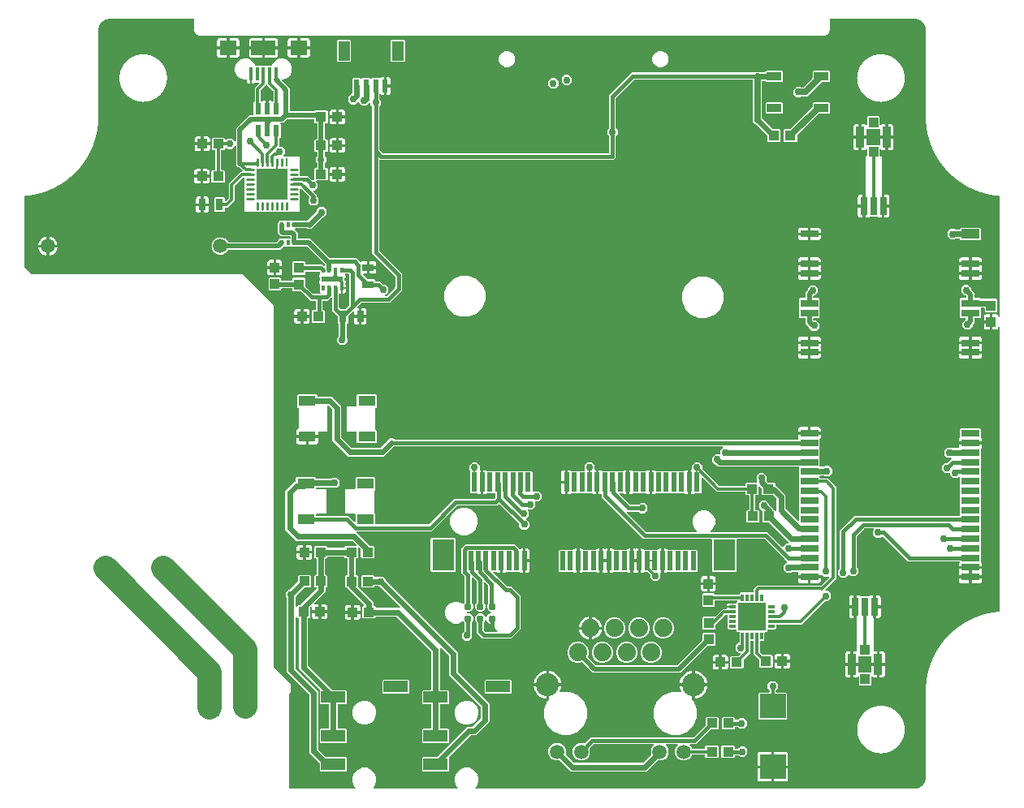
<source format=gbr>
G04 EAGLE Gerber RS-274X export*
G75*
%MOMM*%
%FSLAX34Y34*%
%LPD*%
%INTop Copper*%
%IPPOS*%
%AMOC8*
5,1,8,0,0,1.08239X$1,22.5*%
G01*
%ADD10R,1.850000X0.800000*%
%ADD11R,0.800000X1.850000*%
%ADD12R,1.850000X1.000000*%
%ADD13R,0.600000X2.000000*%
%ADD14R,2.300000X3.200000*%
%ADD15R,0.750000X0.300000*%
%ADD16R,0.300000X0.750000*%
%ADD17R,2.900000X2.900000*%
%ADD18R,2.500000X1.200000*%
%ADD19C,1.879600*%
%ADD20C,2.400000*%
%ADD21C,1.508000*%
%ADD22R,0.850000X2.200000*%
%ADD23R,1.000000X1.050000*%
%ADD24R,0.400000X1.450000*%
%ADD25R,1.800000X1.500000*%
%ADD26R,2.500000X1.500000*%
%ADD27R,0.600000X1.200000*%
%ADD28R,1.508000X1.508000*%
%ADD29R,0.300000X0.600000*%
%ADD30R,2.250000X0.600000*%
%ADD31R,0.620000X0.600000*%
%ADD32R,1.200000X0.800000*%
%ADD33R,0.800000X1.200000*%
%ADD34R,1.100000X1.000000*%
%ADD35R,1.000000X1.100000*%
%ADD36R,0.400000X0.500000*%
%ADD37R,1.800000X1.100000*%
%ADD38R,1.500000X0.900000*%
%ADD39R,1.850000X1.850000*%
%ADD40C,1.850000*%
%ADD41R,2.700000X2.550000*%
%ADD42R,1.200000X2.000000*%
%ADD43R,0.600000X1.350000*%
%ADD44R,0.242000X0.960000*%
%ADD45C,0.242000*%
%ADD46R,3.250000X3.250000*%
%ADD47C,0.787400*%
%ADD48C,0.200000*%
%ADD49C,0.304800*%
%ADD50C,0.756400*%
%ADD51C,0.406400*%
%ADD52C,0.508000*%
%ADD53C,0.609600*%
%ADD54C,0.152400*%
%ADD55C,0.650000*%
%ADD56C,0.373000*%
%ADD57C,1.270000*%
%ADD58C,2.540000*%

G36*
X383676Y16502D02*
X383676Y16502D01*
X383747Y16504D01*
X383796Y16522D01*
X383848Y16530D01*
X383911Y16564D01*
X383978Y16589D01*
X384019Y16621D01*
X384065Y16646D01*
X384114Y16698D01*
X384170Y16742D01*
X384199Y16786D01*
X384234Y16824D01*
X384265Y16889D01*
X384303Y16949D01*
X384316Y17000D01*
X384338Y17047D01*
X384346Y17118D01*
X384363Y17188D01*
X384359Y17240D01*
X384365Y17291D01*
X384350Y17362D01*
X384344Y17433D01*
X384324Y17481D01*
X384313Y17532D01*
X384276Y17593D01*
X384248Y17659D01*
X384203Y17715D01*
X384187Y17743D01*
X384169Y17758D01*
X384143Y17790D01*
X382930Y19004D01*
X381049Y23543D01*
X381049Y28457D01*
X382930Y32996D01*
X386404Y36470D01*
X390943Y38351D01*
X395857Y38351D01*
X400396Y36470D01*
X403870Y32996D01*
X405751Y28457D01*
X405751Y23543D01*
X403870Y19004D01*
X402657Y17790D01*
X402615Y17732D01*
X402566Y17680D01*
X402544Y17633D01*
X402513Y17591D01*
X402492Y17522D01*
X402462Y17457D01*
X402456Y17405D01*
X402441Y17355D01*
X402443Y17284D01*
X402435Y17213D01*
X402446Y17162D01*
X402447Y17110D01*
X402472Y17042D01*
X402487Y16972D01*
X402514Y16927D01*
X402532Y16879D01*
X402577Y16823D01*
X402613Y16761D01*
X402653Y16727D01*
X402685Y16687D01*
X402746Y16648D01*
X402800Y16601D01*
X402849Y16582D01*
X402892Y16554D01*
X402962Y16536D01*
X403028Y16509D01*
X403100Y16501D01*
X403131Y16493D01*
X403154Y16495D01*
X403195Y16491D01*
X490205Y16491D01*
X490276Y16502D01*
X490347Y16504D01*
X490396Y16522D01*
X490448Y16530D01*
X490511Y16564D01*
X490578Y16589D01*
X490619Y16621D01*
X490665Y16646D01*
X490714Y16698D01*
X490770Y16742D01*
X490799Y16786D01*
X490834Y16824D01*
X490865Y16889D01*
X490903Y16949D01*
X490916Y17000D01*
X490938Y17047D01*
X490946Y17118D01*
X490963Y17188D01*
X490959Y17240D01*
X490965Y17291D01*
X490950Y17362D01*
X490944Y17433D01*
X490924Y17481D01*
X490913Y17532D01*
X490876Y17593D01*
X490848Y17659D01*
X490803Y17715D01*
X490787Y17743D01*
X490769Y17758D01*
X490743Y17790D01*
X489530Y19004D01*
X487649Y23543D01*
X487649Y28457D01*
X489530Y32996D01*
X493004Y36470D01*
X497543Y38351D01*
X502457Y38351D01*
X506996Y36470D01*
X510470Y32996D01*
X512351Y28457D01*
X512351Y23543D01*
X510470Y19004D01*
X509257Y17790D01*
X509215Y17732D01*
X509166Y17680D01*
X509144Y17633D01*
X509113Y17591D01*
X509092Y17522D01*
X509062Y17457D01*
X509056Y17405D01*
X509041Y17355D01*
X509043Y17284D01*
X509035Y17213D01*
X509046Y17162D01*
X509047Y17110D01*
X509072Y17042D01*
X509087Y16972D01*
X509114Y16927D01*
X509132Y16879D01*
X509177Y16823D01*
X509213Y16761D01*
X509253Y16727D01*
X509285Y16687D01*
X509346Y16648D01*
X509400Y16601D01*
X509449Y16582D01*
X509492Y16554D01*
X509562Y16536D01*
X509628Y16509D01*
X509700Y16501D01*
X509731Y16493D01*
X509754Y16495D01*
X509795Y16491D01*
X966879Y16491D01*
X966880Y16491D01*
X966881Y16491D01*
X966958Y16491D01*
X966960Y16491D01*
X966963Y16491D01*
X967035Y16492D01*
X967036Y16492D01*
X967039Y16492D01*
X967105Y16493D01*
X967107Y16493D01*
X967111Y16493D01*
X967181Y16494D01*
X967182Y16495D01*
X967185Y16494D01*
X967249Y16496D01*
X967251Y16497D01*
X967255Y16496D01*
X967324Y16499D01*
X967326Y16499D01*
X967328Y16499D01*
X967397Y16502D01*
X967399Y16502D01*
X967402Y16502D01*
X967471Y16505D01*
X967473Y16506D01*
X967476Y16505D01*
X967540Y16509D01*
X967542Y16509D01*
X967545Y16509D01*
X967611Y16513D01*
X967613Y16513D01*
X967616Y16513D01*
X967687Y16518D01*
X967689Y16518D01*
X967692Y16518D01*
X967759Y16523D01*
X967761Y16523D01*
X967763Y16523D01*
X967831Y16529D01*
X967833Y16529D01*
X967836Y16529D01*
X967900Y16534D01*
X967902Y16535D01*
X967905Y16535D01*
X967975Y16541D01*
X967976Y16542D01*
X967979Y16541D01*
X968044Y16548D01*
X968045Y16548D01*
X968048Y16548D01*
X968118Y16555D01*
X968120Y16556D01*
X968123Y16556D01*
X968191Y16563D01*
X968192Y16564D01*
X968195Y16564D01*
X968262Y16571D01*
X968263Y16572D01*
X968266Y16572D01*
X968333Y16580D01*
X968335Y16580D01*
X968337Y16581D01*
X968403Y16589D01*
X968405Y16589D01*
X968408Y16590D01*
X968478Y16599D01*
X968480Y16599D01*
X968483Y16600D01*
X968544Y16608D01*
X968546Y16609D01*
X968549Y16609D01*
X968617Y16619D01*
X968619Y16619D01*
X968622Y16619D01*
X968690Y16630D01*
X968692Y16630D01*
X968694Y16631D01*
X968763Y16641D01*
X968765Y16642D01*
X968768Y16642D01*
X968832Y16653D01*
X968833Y16653D01*
X968836Y16654D01*
X968903Y16665D01*
X968905Y16666D01*
X968907Y16666D01*
X968973Y16677D01*
X968975Y16678D01*
X968978Y16678D01*
X969043Y16690D01*
X969044Y16691D01*
X969047Y16691D01*
X969112Y16703D01*
X969114Y16704D01*
X969116Y16704D01*
X969186Y16718D01*
X969188Y16719D01*
X969191Y16719D01*
X969256Y16732D01*
X969258Y16733D01*
X969261Y16733D01*
X969323Y16746D01*
X969325Y16747D01*
X969327Y16747D01*
X969397Y16762D01*
X969399Y16763D01*
X969402Y16763D01*
X969466Y16778D01*
X969468Y16778D01*
X969470Y16778D01*
X969534Y16793D01*
X969536Y16794D01*
X969539Y16794D01*
X969605Y16810D01*
X969606Y16810D01*
X969609Y16811D01*
X969675Y16827D01*
X969677Y16827D01*
X969680Y16828D01*
X969747Y16845D01*
X969749Y16845D01*
X969751Y16846D01*
X969814Y16861D01*
X969816Y16862D01*
X969818Y16863D01*
X969882Y16879D01*
X969884Y16880D01*
X969887Y16881D01*
X969953Y16898D01*
X969955Y16899D01*
X969957Y16899D01*
X970022Y16917D01*
X970023Y16918D01*
X970026Y16918D01*
X970091Y16936D01*
X970093Y16937D01*
X970096Y16938D01*
X970161Y16957D01*
X970163Y16957D01*
X970165Y16958D01*
X970227Y16976D01*
X970229Y16977D01*
X970231Y16977D01*
X970297Y16997D01*
X970298Y16998D01*
X970301Y16998D01*
X970367Y17019D01*
X970369Y17019D01*
X970372Y17020D01*
X970433Y17039D01*
X970435Y17040D01*
X970437Y17041D01*
X970502Y17061D01*
X970503Y17062D01*
X970506Y17063D01*
X970569Y17083D01*
X970571Y17084D01*
X970574Y17085D01*
X970640Y17107D01*
X970641Y17108D01*
X970644Y17108D01*
X970706Y17129D01*
X970707Y17130D01*
X970710Y17131D01*
X970775Y17153D01*
X970777Y17154D01*
X970780Y17155D01*
X970839Y17176D01*
X970840Y17177D01*
X970843Y17177D01*
X970908Y17201D01*
X970910Y17202D01*
X970913Y17203D01*
X970976Y17226D01*
X970978Y17227D01*
X970981Y17228D01*
X971042Y17251D01*
X971044Y17252D01*
X971046Y17252D01*
X971111Y17277D01*
X971113Y17278D01*
X971115Y17279D01*
X971174Y17302D01*
X971176Y17303D01*
X971178Y17303D01*
X971246Y17330D01*
X971248Y17331D01*
X971251Y17332D01*
X971308Y17355D01*
X971309Y17356D01*
X971312Y17357D01*
X971377Y17383D01*
X971378Y17384D01*
X971380Y17385D01*
X971443Y17411D01*
X971444Y17412D01*
X971447Y17413D01*
X971506Y17438D01*
X971507Y17439D01*
X971510Y17439D01*
X971572Y17466D01*
X971573Y17467D01*
X971576Y17468D01*
X971642Y17497D01*
X971643Y17498D01*
X971646Y17499D01*
X971700Y17523D01*
X971701Y17524D01*
X971704Y17525D01*
X971772Y17555D01*
X971773Y17556D01*
X971776Y17557D01*
X971835Y17584D01*
X971836Y17585D01*
X971838Y17586D01*
X971900Y17615D01*
X971901Y17616D01*
X971904Y17617D01*
X971963Y17645D01*
X971964Y17646D01*
X971967Y17647D01*
X972028Y17676D01*
X972029Y17677D01*
X972032Y17678D01*
X972095Y17709D01*
X972097Y17711D01*
X972100Y17712D01*
X972155Y17739D01*
X972156Y17740D01*
X972159Y17741D01*
X972221Y17773D01*
X972223Y17774D01*
X972226Y17775D01*
X972284Y17805D01*
X972285Y17806D01*
X972288Y17807D01*
X972348Y17838D01*
X972349Y17839D01*
X972352Y17840D01*
X972412Y17872D01*
X972414Y17874D01*
X972417Y17875D01*
X972475Y17906D01*
X972476Y17907D01*
X972478Y17908D01*
X972536Y17939D01*
X972538Y17940D01*
X972540Y17941D01*
X972601Y17975D01*
X972603Y17977D01*
X972606Y17978D01*
X972663Y18010D01*
X972665Y18011D01*
X972668Y18012D01*
X972726Y18046D01*
X972727Y18047D01*
X972730Y18048D01*
X972786Y18080D01*
X972787Y18081D01*
X972790Y18082D01*
X972849Y18117D01*
X972851Y18119D01*
X972854Y18120D01*
X972911Y18154D01*
X972912Y18155D01*
X972915Y18156D01*
X972972Y18191D01*
X972974Y18192D01*
X972976Y18193D01*
X973035Y18229D01*
X973036Y18230D01*
X973038Y18231D01*
X973094Y18266D01*
X973096Y18267D01*
X973098Y18268D01*
X973156Y18305D01*
X973158Y18306D01*
X973160Y18307D01*
X973217Y18343D01*
X973218Y18344D01*
X973221Y18346D01*
X973277Y18381D01*
X973278Y18383D01*
X973280Y18384D01*
X973338Y18422D01*
X973340Y18423D01*
X973342Y18424D01*
X973397Y18461D01*
X973399Y18462D01*
X973401Y18463D01*
X973456Y18500D01*
X973458Y18501D01*
X973460Y18503D01*
X973518Y18542D01*
X973519Y18543D01*
X973521Y18544D01*
X973574Y18581D01*
X973576Y18582D01*
X973578Y18583D01*
X973635Y18623D01*
X973636Y18624D01*
X973639Y18626D01*
X973695Y18666D01*
X973697Y18667D01*
X973699Y18669D01*
X973752Y18706D01*
X973753Y18708D01*
X973756Y18709D01*
X973809Y18747D01*
X973810Y18748D01*
X973812Y18750D01*
X973870Y18792D01*
X973871Y18794D01*
X973874Y18795D01*
X973926Y18834D01*
X973927Y18835D01*
X973929Y18836D01*
X973985Y18878D01*
X973986Y18880D01*
X973989Y18881D01*
X974041Y18921D01*
X974043Y18923D01*
X974045Y18924D01*
X974100Y18966D01*
X974101Y18968D01*
X974103Y18969D01*
X974156Y19010D01*
X974157Y19012D01*
X974160Y19014D01*
X974212Y19055D01*
X974213Y19056D01*
X974215Y19057D01*
X974268Y19100D01*
X974270Y19101D01*
X974272Y19103D01*
X974324Y19145D01*
X974325Y19146D01*
X974327Y19148D01*
X974380Y19192D01*
X974382Y19193D01*
X974384Y19195D01*
X974437Y19238D01*
X974438Y19240D01*
X974440Y19241D01*
X974492Y19285D01*
X974493Y19286D01*
X974495Y19288D01*
X974546Y19331D01*
X974547Y19332D01*
X974550Y19334D01*
X974603Y19380D01*
X974604Y19382D01*
X974606Y19383D01*
X974656Y19427D01*
X974657Y19428D01*
X974660Y19430D01*
X974711Y19475D01*
X974712Y19477D01*
X974714Y19478D01*
X974763Y19523D01*
X974765Y19524D01*
X974767Y19526D01*
X974819Y19573D01*
X974820Y19574D01*
X974822Y19576D01*
X974871Y19621D01*
X974872Y19623D01*
X974874Y19624D01*
X974925Y19672D01*
X974927Y19673D01*
X974929Y19675D01*
X974977Y19721D01*
X974979Y19722D01*
X974981Y19724D01*
X975032Y19772D01*
X975033Y19774D01*
X975035Y19775D01*
X975083Y19822D01*
X975084Y19823D01*
X975086Y19825D01*
X975136Y19874D01*
X975137Y19876D01*
X975140Y19877D01*
X975182Y19920D01*
X975184Y19922D01*
X975187Y19924D01*
X975231Y19969D01*
X975232Y19971D01*
X975234Y19972D01*
X975281Y20019D01*
X975282Y20021D01*
X975284Y20023D01*
X975333Y20073D01*
X975334Y20074D01*
X975336Y20076D01*
X975383Y20126D01*
X975385Y20127D01*
X975387Y20130D01*
X975434Y20179D01*
X975435Y20180D01*
X975437Y20182D01*
X975483Y20232D01*
X975484Y20234D01*
X975486Y20235D01*
X975533Y20286D01*
X975534Y20288D01*
X975537Y20290D01*
X975580Y20337D01*
X975581Y20339D01*
X975583Y20341D01*
X975628Y20391D01*
X975629Y20393D01*
X975631Y20394D01*
X975678Y20447D01*
X975679Y20449D01*
X975682Y20451D01*
X975724Y20500D01*
X975726Y20502D01*
X975728Y20504D01*
X975771Y20554D01*
X975772Y20555D01*
X975774Y20557D01*
X975820Y20611D01*
X975821Y20612D01*
X975822Y20614D01*
X975866Y20666D01*
X975867Y20668D01*
X975870Y20670D01*
X975910Y20718D01*
X975911Y20719D01*
X975913Y20721D01*
X975960Y20779D01*
X975961Y20781D01*
X975963Y20783D01*
X976003Y20832D01*
X976004Y20833D01*
X976006Y20836D01*
X976049Y20889D01*
X976050Y20891D01*
X976052Y20893D01*
X976094Y20945D01*
X976094Y20946D01*
X976096Y20948D01*
X976139Y21003D01*
X976140Y21005D01*
X976142Y21007D01*
X976182Y21058D01*
X976183Y21060D01*
X976185Y21062D01*
X976225Y21115D01*
X976226Y21117D01*
X976228Y21119D01*
X976268Y21171D01*
X976269Y21173D01*
X976271Y21175D01*
X976314Y21233D01*
X976315Y21235D01*
X976316Y21237D01*
X976354Y21287D01*
X976354Y21289D01*
X976357Y21291D01*
X976398Y21348D01*
X976398Y21349D01*
X976400Y21351D01*
X976438Y21404D01*
X976439Y21406D01*
X976441Y21408D01*
X976480Y21464D01*
X976481Y21466D01*
X976483Y21468D01*
X976522Y21524D01*
X976523Y21526D01*
X976525Y21528D01*
X976563Y21583D01*
X976564Y21585D01*
X976565Y21587D01*
X976601Y21640D01*
X976602Y21642D01*
X976604Y21644D01*
X976642Y21700D01*
X976642Y21702D01*
X976644Y21704D01*
X976682Y21761D01*
X976683Y21763D01*
X976685Y21765D01*
X976721Y21821D01*
X976722Y21822D01*
X976724Y21825D01*
X976761Y21882D01*
X976761Y21884D01*
X976763Y21886D01*
X976799Y21942D01*
X976799Y21943D01*
X976801Y21945D01*
X976836Y22002D01*
X976837Y22003D01*
X976839Y22006D01*
X976874Y22062D01*
X976874Y22064D01*
X976876Y22066D01*
X976911Y22124D01*
X976912Y22126D01*
X976914Y22128D01*
X976948Y22184D01*
X976948Y22186D01*
X976950Y22189D01*
X976985Y22247D01*
X976986Y22249D01*
X976988Y22251D01*
X977023Y22312D01*
X977024Y22314D01*
X977025Y22316D01*
X977056Y22369D01*
X977057Y22371D01*
X977058Y22373D01*
X977092Y22433D01*
X977093Y22434D01*
X977094Y22436D01*
X977127Y22495D01*
X977128Y22497D01*
X977129Y22499D01*
X977162Y22559D01*
X977163Y22561D01*
X977164Y22563D01*
X977195Y22619D01*
X977196Y22621D01*
X977198Y22623D01*
X977230Y22684D01*
X977231Y22685D01*
X977232Y22687D01*
X977263Y22747D01*
X977264Y22749D01*
X977266Y22751D01*
X977296Y22809D01*
X977297Y22811D01*
X977298Y22813D01*
X977330Y22875D01*
X977331Y22877D01*
X977332Y22880D01*
X977362Y22938D01*
X977362Y22940D01*
X977363Y22942D01*
X977393Y23001D01*
X977393Y23003D01*
X977395Y23005D01*
X977424Y23064D01*
X977424Y23065D01*
X977426Y23068D01*
X977457Y23132D01*
X977457Y23134D01*
X977459Y23136D01*
X977486Y23193D01*
X977486Y23195D01*
X977488Y23197D01*
X977517Y23259D01*
X977517Y23260D01*
X977518Y23263D01*
X977546Y23323D01*
X977547Y23325D01*
X977548Y23328D01*
X977576Y23388D01*
X977576Y23390D01*
X977578Y23392D01*
X977606Y23456D01*
X977606Y23458D01*
X977608Y23460D01*
X977634Y23519D01*
X977634Y23521D01*
X977636Y23524D01*
X977662Y23586D01*
X977663Y23587D01*
X977664Y23590D01*
X977691Y23653D01*
X977692Y23655D01*
X977693Y23657D01*
X977718Y23717D01*
X977718Y23719D01*
X977720Y23722D01*
X977744Y23782D01*
X977745Y23783D01*
X977746Y23785D01*
X977771Y23848D01*
X977772Y23851D01*
X977773Y23854D01*
X977797Y23915D01*
X977798Y23917D01*
X977799Y23919D01*
X977825Y23984D01*
X977825Y23986D01*
X977826Y23989D01*
X977848Y24047D01*
X977849Y24049D01*
X977850Y24051D01*
X977874Y24116D01*
X977875Y24118D01*
X977876Y24121D01*
X977900Y24186D01*
X977900Y24188D01*
X977902Y24190D01*
X977923Y24249D01*
X977923Y24251D01*
X977924Y24254D01*
X977947Y24318D01*
X977948Y24320D01*
X977949Y24323D01*
X977971Y24386D01*
X977971Y24387D01*
X977972Y24389D01*
X977993Y24451D01*
X977993Y24453D01*
X977995Y24456D01*
X978017Y24522D01*
X978017Y24524D01*
X978018Y24526D01*
X978039Y24589D01*
X978039Y24591D01*
X978040Y24594D01*
X978061Y24659D01*
X978061Y24661D01*
X978062Y24664D01*
X978082Y24727D01*
X978083Y24729D01*
X978084Y24732D01*
X978103Y24793D01*
X978103Y24795D01*
X978104Y24798D01*
X978123Y24862D01*
X978124Y24864D01*
X978125Y24866D01*
X978144Y24932D01*
X978144Y24933D01*
X978145Y24936D01*
X978163Y25000D01*
X978164Y25002D01*
X978165Y25005D01*
X978182Y25068D01*
X978183Y25070D01*
X978184Y25073D01*
X978201Y25135D01*
X978201Y25137D01*
X978202Y25140D01*
X978220Y25208D01*
X978221Y25210D01*
X978222Y25213D01*
X978239Y25279D01*
X978239Y25281D01*
X978240Y25284D01*
X978256Y25345D01*
X978256Y25348D01*
X978257Y25350D01*
X978273Y25415D01*
X978273Y25417D01*
X978274Y25419D01*
X978289Y25484D01*
X978290Y25486D01*
X978291Y25489D01*
X978307Y25558D01*
X978307Y25560D01*
X978308Y25562D01*
X978321Y25621D01*
X978321Y25623D01*
X978322Y25625D01*
X978338Y25697D01*
X978338Y25699D01*
X978339Y25701D01*
X978353Y25766D01*
X978353Y25768D01*
X978354Y25770D01*
X978367Y25835D01*
X978368Y25837D01*
X978368Y25840D01*
X978382Y25907D01*
X978382Y25909D01*
X978383Y25912D01*
X978396Y25976D01*
X978396Y25978D01*
X978396Y25980D01*
X978409Y26047D01*
X978409Y26049D01*
X978410Y26051D01*
X978422Y26119D01*
X978422Y26120D01*
X978423Y26123D01*
X978435Y26190D01*
X978435Y26192D01*
X978436Y26194D01*
X978447Y26259D01*
X978447Y26260D01*
X978447Y26263D01*
X978459Y26333D01*
X978459Y26335D01*
X978460Y26338D01*
X978470Y26400D01*
X978470Y26402D01*
X978470Y26405D01*
X978481Y26473D01*
X978480Y26474D01*
X978481Y26477D01*
X978491Y26544D01*
X978491Y26546D01*
X978492Y26549D01*
X978501Y26617D01*
X978501Y26619D01*
X978502Y26621D01*
X978511Y26688D01*
X978511Y26690D01*
X978511Y26693D01*
X978520Y26760D01*
X978520Y26762D01*
X978520Y26764D01*
X978528Y26829D01*
X978528Y26831D01*
X978529Y26833D01*
X978537Y26904D01*
X978537Y26907D01*
X978537Y26910D01*
X978544Y26972D01*
X978544Y26974D01*
X978545Y26976D01*
X978552Y27046D01*
X978552Y27048D01*
X978552Y27051D01*
X978558Y27117D01*
X978558Y27119D01*
X978559Y27121D01*
X978566Y27196D01*
X978565Y27198D01*
X978566Y27200D01*
X978571Y27260D01*
X978571Y27262D01*
X978571Y27265D01*
X978577Y27338D01*
X978577Y27340D01*
X978577Y27343D01*
X978582Y27407D01*
X978582Y27409D01*
X978582Y27411D01*
X978587Y27478D01*
X978586Y27480D01*
X978587Y27483D01*
X978591Y27554D01*
X978591Y27555D01*
X978591Y27558D01*
X978595Y27624D01*
X978594Y27626D01*
X978595Y27629D01*
X978598Y27697D01*
X978598Y27699D01*
X978598Y27702D01*
X978601Y27772D01*
X978601Y27774D01*
X978601Y27776D01*
X978604Y27843D01*
X978603Y27845D01*
X978604Y27847D01*
X978606Y27916D01*
X978605Y27918D01*
X978606Y27921D01*
X978607Y27986D01*
X978607Y27988D01*
X978607Y27991D01*
X978608Y28061D01*
X978608Y28063D01*
X978608Y28065D01*
X978609Y28137D01*
X978609Y28139D01*
X978609Y28142D01*
X978609Y28219D01*
X978609Y28220D01*
X978609Y28221D01*
X978609Y117441D01*
X978605Y117467D01*
X978604Y117474D01*
X978609Y118261D01*
X978609Y118263D01*
X978609Y118266D01*
X978609Y118466D01*
X978604Y118496D01*
X978602Y118533D01*
X978602Y118538D01*
X978602Y118540D01*
X978609Y118932D01*
X978608Y118937D01*
X978609Y118946D01*
X978609Y119839D01*
X978610Y119847D01*
X978618Y119879D01*
X978616Y119897D01*
X978620Y119928D01*
X978620Y120019D01*
X978627Y120070D01*
X978635Y120304D01*
X978634Y120308D01*
X978635Y120314D01*
X978639Y120545D01*
X978635Y120576D01*
X978634Y120588D01*
X978644Y120814D01*
X978643Y120822D01*
X978645Y120833D01*
X978649Y121052D01*
X978656Y121103D01*
X978666Y121334D01*
X978666Y121337D01*
X978667Y121343D01*
X978674Y121575D01*
X978670Y121607D01*
X978670Y121618D01*
X978682Y121844D01*
X978681Y121852D01*
X978683Y121863D01*
X978690Y122084D01*
X978698Y122135D01*
X978711Y122365D01*
X978711Y122369D01*
X978712Y122375D01*
X978722Y122604D01*
X978718Y122635D01*
X978718Y122647D01*
X978733Y122875D01*
X978732Y122883D01*
X978734Y122894D01*
X978744Y123114D01*
X978753Y123164D01*
X978769Y123394D01*
X978768Y123398D01*
X978769Y123403D01*
X978782Y123631D01*
X978778Y123662D01*
X978778Y123675D01*
X978797Y123902D01*
X978796Y123910D01*
X978798Y123921D01*
X978810Y124141D01*
X978820Y124192D01*
X978838Y124420D01*
X978838Y124423D01*
X978839Y124429D01*
X978855Y124656D01*
X978852Y124688D01*
X978852Y124701D01*
X978873Y124929D01*
X978872Y124936D01*
X978874Y124948D01*
X978890Y125168D01*
X978900Y125218D01*
X978921Y125446D01*
X978921Y125450D01*
X978922Y125455D01*
X978940Y125680D01*
X978937Y125711D01*
X978938Y125724D01*
X978962Y125951D01*
X978961Y125959D01*
X978963Y125970D01*
X978981Y126191D01*
X978992Y126242D01*
X979016Y126466D01*
X979016Y126470D01*
X979017Y126476D01*
X979038Y126701D01*
X979036Y126732D01*
X979036Y126745D01*
X979063Y126973D01*
X979063Y126981D01*
X979065Y126992D01*
X979086Y127213D01*
X979097Y127264D01*
X979124Y127488D01*
X979123Y127491D01*
X979125Y127497D01*
X979148Y127720D01*
X979146Y127752D01*
X979147Y127764D01*
X979177Y127993D01*
X979176Y128000D01*
X979179Y128011D01*
X979202Y128233D01*
X979215Y128283D01*
X979244Y128506D01*
X979244Y128510D01*
X979245Y128515D01*
X979271Y128737D01*
X979270Y128768D01*
X979270Y128782D01*
X979303Y129010D01*
X979303Y129017D01*
X979305Y129029D01*
X979332Y129250D01*
X979344Y129300D01*
X979376Y129522D01*
X979376Y129525D01*
X979377Y129531D01*
X979406Y129751D01*
X979405Y129783D01*
X979406Y129795D01*
X979441Y130023D01*
X979441Y130031D01*
X979444Y130042D01*
X979473Y130264D01*
X979487Y130315D01*
X979521Y130534D01*
X979521Y130537D01*
X979522Y130543D01*
X979554Y130763D01*
X979553Y130795D01*
X979554Y130807D01*
X979592Y131036D01*
X979592Y131043D01*
X979595Y131054D01*
X979627Y131277D01*
X979641Y131327D01*
X979678Y131546D01*
X979678Y131550D01*
X979680Y131555D01*
X979714Y131772D01*
X979713Y131804D01*
X979715Y131818D01*
X979756Y132047D01*
X979756Y132054D01*
X979759Y132065D01*
X979793Y132286D01*
X979808Y132335D01*
X979847Y132552D01*
X979847Y132556D01*
X979849Y132562D01*
X979886Y132779D01*
X979886Y132811D01*
X979887Y132823D01*
X979931Y133050D01*
X979931Y133058D01*
X979934Y133069D01*
X979972Y133292D01*
X979987Y133342D01*
X980029Y133558D01*
X980029Y133562D01*
X980031Y133567D01*
X980070Y133783D01*
X980070Y133815D01*
X980072Y133828D01*
X980119Y134057D01*
X980119Y134064D01*
X980123Y134075D01*
X980159Y134276D01*
X980161Y134279D01*
X980162Y134292D01*
X980163Y134296D01*
X980179Y134345D01*
X980223Y134559D01*
X980223Y134563D01*
X980225Y134568D01*
X980266Y134784D01*
X980267Y134816D01*
X980269Y134829D01*
X980319Y135055D01*
X980319Y135063D01*
X980322Y135074D01*
X980365Y135295D01*
X980382Y135345D01*
X980429Y135560D01*
X980429Y135563D01*
X980431Y135569D01*
X980475Y135782D01*
X980476Y135813D01*
X980478Y135827D01*
X980531Y136053D01*
X980531Y136061D01*
X980535Y136071D01*
X980580Y136293D01*
X980598Y136342D01*
X980647Y136556D01*
X980648Y136559D01*
X980649Y136565D01*
X980696Y136776D01*
X980697Y136808D01*
X980699Y136821D01*
X980755Y137049D01*
X980756Y137056D01*
X980759Y137067D01*
X980808Y137287D01*
X980818Y137314D01*
X980822Y137324D01*
X980823Y137328D01*
X980825Y137336D01*
X980877Y137547D01*
X980877Y137551D01*
X980879Y137556D01*
X980928Y137768D01*
X980930Y137800D01*
X980933Y137813D01*
X980991Y138039D01*
X980992Y138046D01*
X980995Y138057D01*
X981047Y138277D01*
X981065Y138327D01*
X981119Y138536D01*
X981119Y138540D01*
X981121Y138545D01*
X981173Y138756D01*
X981176Y138788D01*
X981178Y138800D01*
X981239Y139026D01*
X981240Y139033D01*
X981244Y139044D01*
X981298Y139265D01*
X981317Y139314D01*
X981373Y139522D01*
X981374Y139526D01*
X981376Y139531D01*
X981430Y139741D01*
X981433Y139772D01*
X981435Y139786D01*
X981499Y140011D01*
X981500Y140018D01*
X981504Y140029D01*
X981561Y140248D01*
X981581Y140297D01*
X981640Y140505D01*
X981640Y140508D01*
X981642Y140514D01*
X981698Y140722D01*
X981702Y140753D01*
X981704Y140766D01*
X981771Y140990D01*
X981772Y140997D01*
X981776Y141008D01*
X981836Y141228D01*
X981856Y141277D01*
X981918Y141484D01*
X981918Y141488D01*
X981920Y141493D01*
X981979Y141699D01*
X981982Y141731D01*
X981986Y141745D01*
X982055Y141970D01*
X982057Y141977D01*
X982061Y141988D01*
X982122Y142205D01*
X982143Y142252D01*
X982207Y142457D01*
X982208Y142461D01*
X982210Y142466D01*
X982271Y142673D01*
X982275Y142705D01*
X982278Y142717D01*
X982350Y142939D01*
X982351Y142946D01*
X982356Y142957D01*
X982421Y143176D01*
X982443Y143225D01*
X982509Y143429D01*
X982509Y143433D01*
X982512Y143438D01*
X982575Y143643D01*
X982580Y143674D01*
X982583Y143688D01*
X982659Y143912D01*
X982660Y143919D01*
X982664Y143929D01*
X982731Y144145D01*
X982753Y144192D01*
X982822Y144395D01*
X982823Y144399D01*
X982825Y144404D01*
X982891Y144609D01*
X982896Y144640D01*
X982899Y144653D01*
X982976Y144872D01*
X982978Y144879D01*
X982982Y144890D01*
X983053Y145109D01*
X983076Y145156D01*
X983147Y145357D01*
X983147Y145361D01*
X983150Y145366D01*
X983219Y145570D01*
X983224Y145602D01*
X983227Y145614D01*
X983308Y145835D01*
X983309Y145843D01*
X983314Y145853D01*
X983387Y146069D01*
X983410Y146116D01*
X983484Y146317D01*
X983485Y146321D01*
X983487Y146326D01*
X983558Y146528D01*
X983563Y146559D01*
X983567Y146572D01*
X983650Y146791D01*
X983652Y146799D01*
X983657Y146809D01*
X983732Y147024D01*
X983756Y147071D01*
X983832Y147271D01*
X983833Y147275D01*
X983835Y147280D01*
X983909Y147481D01*
X983915Y147512D01*
X983918Y147525D01*
X984004Y147744D01*
X984006Y147751D01*
X984011Y147761D01*
X984089Y147976D01*
X984114Y148022D01*
X984192Y148221D01*
X984193Y148225D01*
X984195Y148230D01*
X984271Y148430D01*
X984277Y148461D01*
X984281Y148474D01*
X984370Y148693D01*
X984372Y148700D01*
X984377Y148710D01*
X984458Y148922D01*
X984483Y148968D01*
X984563Y149167D01*
X984564Y149170D01*
X984567Y149175D01*
X984645Y149374D01*
X984652Y149405D01*
X984656Y149418D01*
X984746Y149633D01*
X984748Y149640D01*
X984753Y149650D01*
X984837Y149864D01*
X984863Y149910D01*
X984946Y150107D01*
X984947Y150111D01*
X984950Y150116D01*
X985030Y150314D01*
X985037Y150344D01*
X985042Y150358D01*
X985137Y150576D01*
X985139Y150583D01*
X985144Y150593D01*
X985229Y150802D01*
X985255Y150847D01*
X985341Y151044D01*
X985342Y151048D01*
X985345Y151053D01*
X985427Y151249D01*
X985435Y151279D01*
X985439Y151292D01*
X985535Y151505D01*
X985537Y151513D01*
X985543Y151523D01*
X985631Y151734D01*
X985658Y151779D01*
X985746Y151973D01*
X985747Y151977D01*
X985750Y151982D01*
X985835Y152179D01*
X985843Y152209D01*
X985848Y152223D01*
X985948Y152437D01*
X985950Y152444D01*
X985955Y152454D01*
X986046Y152662D01*
X986073Y152706D01*
X986164Y152902D01*
X986165Y152905D01*
X986168Y152910D01*
X986255Y153104D01*
X986263Y153134D01*
X986268Y153147D01*
X986370Y153359D01*
X986372Y153366D01*
X986378Y153376D01*
X986471Y153584D01*
X986499Y153628D01*
X986592Y153821D01*
X986593Y153825D01*
X986595Y153829D01*
X986686Y154024D01*
X986694Y154054D01*
X986700Y154067D01*
X986804Y154278D01*
X986806Y154285D01*
X986812Y154295D01*
X986908Y154501D01*
X986936Y154545D01*
X987031Y154737D01*
X987032Y154740D01*
X987035Y154745D01*
X987128Y154939D01*
X987137Y154969D01*
X987142Y154982D01*
X987249Y155190D01*
X987251Y155198D01*
X987257Y155207D01*
X987356Y155413D01*
X987385Y155457D01*
X987482Y155648D01*
X987483Y155652D01*
X987486Y155656D01*
X987581Y155848D01*
X987591Y155879D01*
X987596Y155892D01*
X987706Y156100D01*
X987708Y156107D01*
X987714Y156116D01*
X987815Y156320D01*
X987844Y156363D01*
X987944Y156553D01*
X987946Y156557D01*
X987949Y156562D01*
X988046Y156753D01*
X988056Y156783D01*
X988061Y156795D01*
X988173Y157002D01*
X988176Y157009D01*
X988182Y157019D01*
X988285Y157221D01*
X988315Y157264D01*
X988417Y157453D01*
X988419Y157457D01*
X988422Y157461D01*
X988522Y157651D01*
X988532Y157682D01*
X988538Y157694D01*
X988652Y157899D01*
X988655Y157906D01*
X988661Y157916D01*
X988766Y158116D01*
X988797Y158159D01*
X988901Y158347D01*
X988903Y158350D01*
X988906Y158355D01*
X989009Y158545D01*
X989019Y158574D01*
X989025Y158587D01*
X989141Y158790D01*
X989144Y158797D01*
X989150Y158806D01*
X989259Y159006D01*
X989290Y159048D01*
X989397Y159236D01*
X989398Y159239D01*
X989402Y159244D01*
X989507Y159432D01*
X989517Y159462D01*
X989523Y159475D01*
X989643Y159677D01*
X989645Y159684D01*
X989652Y159693D01*
X989762Y159890D01*
X989793Y159932D01*
X989903Y160118D01*
X989905Y160122D01*
X989908Y160126D01*
X990015Y160314D01*
X990027Y160343D01*
X990032Y160355D01*
X990154Y160555D01*
X990157Y160562D01*
X990163Y160571D01*
X990276Y160768D01*
X990308Y160810D01*
X990421Y160995D01*
X990422Y160999D01*
X990426Y161003D01*
X990535Y161190D01*
X990547Y161219D01*
X990553Y161231D01*
X990677Y161430D01*
X990680Y161437D01*
X990687Y161446D01*
X990802Y161641D01*
X990834Y161682D01*
X990948Y161865D01*
X990950Y161868D01*
X990953Y161873D01*
X991066Y162060D01*
X991078Y162089D01*
X991084Y162101D01*
X991210Y162297D01*
X991213Y162303D01*
X991220Y162312D01*
X991337Y162506D01*
X991370Y162547D01*
X991487Y162730D01*
X991489Y162733D01*
X991492Y162738D01*
X991608Y162923D01*
X991620Y162953D01*
X991627Y162964D01*
X991755Y163160D01*
X991758Y163167D01*
X991765Y163176D01*
X991884Y163366D01*
X991917Y163406D01*
X992038Y163590D01*
X992040Y163593D01*
X992043Y163598D01*
X992160Y163781D01*
X992173Y163810D01*
X992179Y163821D01*
X992310Y164014D01*
X992313Y164021D01*
X992320Y164030D01*
X992442Y164220D01*
X992476Y164260D01*
X992598Y164441D01*
X992600Y164444D01*
X992603Y164448D01*
X992724Y164632D01*
X992737Y164661D01*
X992743Y164672D01*
X992876Y164863D01*
X992879Y164870D01*
X992886Y164879D01*
X993010Y165067D01*
X993045Y165106D01*
X993169Y165286D01*
X993170Y165289D01*
X993174Y165293D01*
X993298Y165477D01*
X993311Y165505D01*
X993318Y165517D01*
X993453Y165706D01*
X993456Y165713D01*
X993464Y165722D01*
X993589Y165908D01*
X993624Y165946D01*
X993752Y166126D01*
X993754Y166130D01*
X993757Y166134D01*
X993883Y166315D01*
X993897Y166343D01*
X993903Y166354D01*
X994039Y166541D01*
X994043Y166548D01*
X994050Y166556D01*
X994179Y166741D01*
X994214Y166780D01*
X994344Y166957D01*
X994346Y166961D01*
X994349Y166965D01*
X994478Y167146D01*
X994492Y167174D01*
X994499Y167186D01*
X994638Y167371D01*
X994642Y167378D01*
X994649Y167386D01*
X994779Y167569D01*
X994815Y167607D01*
X994948Y167784D01*
X994949Y167787D01*
X994953Y167792D01*
X995084Y167971D01*
X995099Y167999D01*
X995106Y168010D01*
X995247Y168193D01*
X995250Y168200D01*
X995258Y168208D01*
X995390Y168389D01*
X995426Y168426D01*
X995561Y168601D01*
X995562Y168605D01*
X995566Y168609D01*
X995701Y168789D01*
X995716Y168817D01*
X995723Y168828D01*
X995865Y169008D01*
X995869Y169015D01*
X995877Y169023D01*
X996011Y169202D01*
X996048Y169239D01*
X996187Y169416D01*
X996189Y169419D01*
X996193Y169423D01*
X996328Y169600D01*
X996343Y169628D01*
X996350Y169638D01*
X996496Y169818D01*
X996499Y169824D01*
X996507Y169832D01*
X996643Y170008D01*
X996680Y170045D01*
X996820Y170219D01*
X996822Y170222D01*
X996826Y170226D01*
X996966Y170403D01*
X996982Y170431D01*
X996989Y170441D01*
X997135Y170618D01*
X997139Y170624D01*
X997147Y170633D01*
X997285Y170807D01*
X997322Y170844D01*
X997466Y171016D01*
X997467Y171019D01*
X997471Y171023D01*
X997614Y171200D01*
X997630Y171228D01*
X997637Y171238D01*
X997785Y171412D01*
X997789Y171418D01*
X997797Y171426D01*
X997937Y171599D01*
X997975Y171635D01*
X998121Y171807D01*
X998123Y171810D01*
X998127Y171814D01*
X998273Y171989D01*
X998289Y172017D01*
X998296Y172027D01*
X998447Y172200D01*
X998451Y172206D01*
X998460Y172214D01*
X998600Y172384D01*
X998638Y172419D01*
X998788Y172590D01*
X998790Y172593D01*
X998794Y172597D01*
X998942Y172771D01*
X998958Y172798D01*
X998966Y172808D01*
X999118Y172978D01*
X999122Y172984D01*
X999130Y172992D01*
X999273Y173160D01*
X999312Y173195D01*
X999464Y173365D01*
X999466Y173369D01*
X999470Y173373D01*
X999621Y173545D01*
X999638Y173572D01*
X999645Y173582D01*
X999800Y173750D01*
X999804Y173757D01*
X999812Y173765D01*
X999957Y173930D01*
X999995Y173964D01*
X1000150Y174133D01*
X1000153Y174136D01*
X1000157Y174140D01*
X1000311Y174312D01*
X1000328Y174339D01*
X1000335Y174348D01*
X1000491Y174514D01*
X1000495Y174520D01*
X1000504Y174528D01*
X1000650Y174691D01*
X1000689Y174725D01*
X1000847Y174893D01*
X1000849Y174896D01*
X1000853Y174900D01*
X1001010Y175071D01*
X1001028Y175098D01*
X1001035Y175106D01*
X1001192Y175270D01*
X1001197Y175276D01*
X1001205Y175284D01*
X1001353Y175445D01*
X1001393Y175478D01*
X1001553Y175645D01*
X1001556Y175648D01*
X1001560Y175651D01*
X1001720Y175822D01*
X1001738Y175848D01*
X1001746Y175857D01*
X1001904Y176018D01*
X1001909Y176024D01*
X1001917Y176032D01*
X1002067Y176191D01*
X1002107Y176223D01*
X1002271Y176390D01*
X1002273Y176393D01*
X1002278Y176396D01*
X1002440Y176565D01*
X1002458Y176591D01*
X1002466Y176600D01*
X1002627Y176759D01*
X1002631Y176765D01*
X1002640Y176773D01*
X1002791Y176929D01*
X1002831Y176961D01*
X1002998Y177125D01*
X1003000Y177129D01*
X1003005Y177132D01*
X1003169Y177299D01*
X1003188Y177325D01*
X1003195Y177333D01*
X1003357Y177490D01*
X1003362Y177496D01*
X1003371Y177503D01*
X1003524Y177658D01*
X1003565Y177690D01*
X1003734Y177852D01*
X1003736Y177855D01*
X1003740Y177859D01*
X1003907Y178023D01*
X1003925Y178048D01*
X1003933Y178058D01*
X1004098Y178213D01*
X1004103Y178219D01*
X1004112Y178226D01*
X1004267Y178379D01*
X1004308Y178410D01*
X1004479Y178570D01*
X1004481Y178573D01*
X1004485Y178577D01*
X1004652Y178737D01*
X1004671Y178762D01*
X1004679Y178771D01*
X1004846Y178925D01*
X1004851Y178931D01*
X1004860Y178938D01*
X1005018Y179089D01*
X1005059Y179120D01*
X1005230Y179277D01*
X1005233Y179280D01*
X1005237Y179283D01*
X1005405Y179441D01*
X1005425Y179466D01*
X1005433Y179475D01*
X1005602Y179626D01*
X1005607Y179632D01*
X1005616Y179639D01*
X1005776Y179789D01*
X1005818Y179819D01*
X1005990Y179973D01*
X1005993Y179976D01*
X1005997Y179980D01*
X1006166Y180135D01*
X1006186Y180160D01*
X1006194Y180168D01*
X1006365Y180318D01*
X1006370Y180323D01*
X1006380Y180330D01*
X1006542Y180479D01*
X1006585Y180509D01*
X1006757Y180659D01*
X1006760Y180662D01*
X1006764Y180666D01*
X1006935Y180818D01*
X1006955Y180843D01*
X1006963Y180851D01*
X1007137Y181000D01*
X1007142Y181005D01*
X1007152Y181012D01*
X1007316Y181159D01*
X1007359Y181188D01*
X1007533Y181336D01*
X1007535Y181339D01*
X1007540Y181342D01*
X1007711Y181492D01*
X1007731Y181516D01*
X1007741Y181525D01*
X1007916Y181671D01*
X1007921Y181677D01*
X1007931Y181683D01*
X1008094Y181826D01*
X1008115Y181837D01*
X1008124Y181846D01*
X1008141Y181857D01*
X1008315Y182002D01*
X1008317Y182004D01*
X1008322Y182008D01*
X1008495Y182155D01*
X1008516Y182179D01*
X1008525Y182188D01*
X1008702Y182331D01*
X1008707Y182337D01*
X1008717Y182343D01*
X1008886Y182488D01*
X1008930Y182516D01*
X1009106Y182658D01*
X1009108Y182661D01*
X1009113Y182664D01*
X1009286Y182808D01*
X1009307Y182831D01*
X1009316Y182840D01*
X1009497Y182982D01*
X1009502Y182988D01*
X1009511Y182994D01*
X1009683Y183136D01*
X1009727Y183164D01*
X1009904Y183304D01*
X1009906Y183307D01*
X1009911Y183310D01*
X1010085Y183450D01*
X1010106Y183474D01*
X1010116Y183483D01*
X1010298Y183623D01*
X1010304Y183629D01*
X1010313Y183635D01*
X1010486Y183775D01*
X1010530Y183802D01*
X1010707Y183938D01*
X1010710Y183940D01*
X1010715Y183943D01*
X1010891Y184082D01*
X1010912Y184106D01*
X1010922Y184114D01*
X1011106Y184252D01*
X1011111Y184258D01*
X1011121Y184264D01*
X1011296Y184402D01*
X1011341Y184429D01*
X1011521Y184563D01*
X1011523Y184566D01*
X1011528Y184569D01*
X1011703Y184704D01*
X1011725Y184727D01*
X1011735Y184736D01*
X1011922Y184873D01*
X1011928Y184878D01*
X1011929Y184879D01*
X1011935Y184882D01*
X1011936Y184883D01*
X1011937Y184884D01*
X1012114Y185020D01*
X1012159Y185045D01*
X1012338Y185177D01*
X1012341Y185179D01*
X1012346Y185182D01*
X1012523Y185315D01*
X1012545Y185338D01*
X1012555Y185346D01*
X1012743Y185481D01*
X1012749Y185486D01*
X1012759Y185492D01*
X1012938Y185626D01*
X1012984Y185652D01*
X1013165Y185781D01*
X1013168Y185783D01*
X1013173Y185786D01*
X1013350Y185916D01*
X1013372Y185938D01*
X1013382Y185947D01*
X1013574Y186080D01*
X1013579Y186085D01*
X1013589Y186091D01*
X1013769Y186222D01*
X1013815Y186247D01*
X1013997Y186374D01*
X1014000Y186376D01*
X1014005Y186379D01*
X1014183Y186506D01*
X1014206Y186528D01*
X1014216Y186537D01*
X1014409Y186667D01*
X1014414Y186672D01*
X1014424Y186678D01*
X1014607Y186808D01*
X1014653Y186832D01*
X1014835Y186954D01*
X1014837Y186957D01*
X1014842Y186960D01*
X1015023Y187085D01*
X1015046Y187107D01*
X1015056Y187116D01*
X1015250Y187243D01*
X1015255Y187248D01*
X1015265Y187253D01*
X1015451Y187382D01*
X1015498Y187406D01*
X1015683Y187528D01*
X1015685Y187530D01*
X1015690Y187533D01*
X1015870Y187654D01*
X1015893Y187676D01*
X1015904Y187684D01*
X1016101Y187811D01*
X1016107Y187816D01*
X1016117Y187821D01*
X1016303Y187946D01*
X1016349Y187969D01*
X1016533Y188088D01*
X1016536Y188090D01*
X1016541Y188093D01*
X1016723Y188212D01*
X1016747Y188234D01*
X1016757Y188241D01*
X1016954Y188365D01*
X1016960Y188370D01*
X1016970Y188375D01*
X1017159Y188499D01*
X1017207Y188522D01*
X1017391Y188637D01*
X1017394Y188639D01*
X1017399Y188642D01*
X1017582Y188759D01*
X1017606Y188781D01*
X1017617Y188789D01*
X1017816Y188910D01*
X1017822Y188914D01*
X1017832Y188920D01*
X1018023Y189042D01*
X1018070Y189064D01*
X1018256Y189176D01*
X1018258Y189179D01*
X1018264Y189181D01*
X1018448Y189296D01*
X1018472Y189317D01*
X1018483Y189325D01*
X1018684Y189444D01*
X1018690Y189449D01*
X1018701Y189454D01*
X1018892Y189573D01*
X1018940Y189594D01*
X1019127Y189705D01*
X1019130Y189707D01*
X1019135Y189710D01*
X1019320Y189822D01*
X1019344Y189842D01*
X1019354Y189850D01*
X1019556Y189966D01*
X1019562Y189970D01*
X1019572Y189975D01*
X1019767Y190093D01*
X1019816Y190114D01*
X1020004Y190222D01*
X1020007Y190225D01*
X1020012Y190227D01*
X1020197Y190336D01*
X1020221Y190357D01*
X1020233Y190365D01*
X1020439Y190479D01*
X1020445Y190484D01*
X1020455Y190489D01*
X1020649Y190603D01*
X1020697Y190623D01*
X1020885Y190728D01*
X1020888Y190730D01*
X1020893Y190733D01*
X1021081Y190840D01*
X1021106Y190860D01*
X1021117Y190868D01*
X1021321Y190979D01*
X1021327Y190983D01*
X1021338Y190988D01*
X1021536Y191101D01*
X1021585Y191121D01*
X1021774Y191224D01*
X1021777Y191226D01*
X1021782Y191228D01*
X1021970Y191333D01*
X1021995Y191353D01*
X1022007Y191360D01*
X1022214Y191469D01*
X1022220Y191474D01*
X1022231Y191478D01*
X1022429Y191589D01*
X1022478Y191608D01*
X1022669Y191708D01*
X1022672Y191711D01*
X1022677Y191713D01*
X1022865Y191815D01*
X1022891Y191834D01*
X1022902Y191841D01*
X1023111Y191948D01*
X1023117Y191952D01*
X1023127Y191957D01*
X1023328Y192065D01*
X1023377Y192084D01*
X1023568Y192182D01*
X1023571Y192184D01*
X1023576Y192186D01*
X1023766Y192286D01*
X1023792Y192305D01*
X1023803Y192312D01*
X1024014Y192416D01*
X1024020Y192421D01*
X1024031Y192425D01*
X1024231Y192530D01*
X1024281Y192548D01*
X1024472Y192643D01*
X1024475Y192645D01*
X1024480Y192647D01*
X1024672Y192745D01*
X1024698Y192764D01*
X1024709Y192771D01*
X1024920Y192872D01*
X1024926Y192876D01*
X1024936Y192880D01*
X1025141Y192984D01*
X1025190Y193002D01*
X1025384Y193095D01*
X1025387Y193097D01*
X1025392Y193099D01*
X1025584Y193194D01*
X1025609Y193212D01*
X1025622Y193219D01*
X1025836Y193319D01*
X1025842Y193323D01*
X1025852Y193327D01*
X1026055Y193427D01*
X1026105Y193444D01*
X1026299Y193534D01*
X1026302Y193536D01*
X1026307Y193538D01*
X1026501Y193631D01*
X1026527Y193649D01*
X1026538Y193655D01*
X1026751Y193751D01*
X1026757Y193755D01*
X1026768Y193759D01*
X1026975Y193859D01*
X1027025Y193875D01*
X1027220Y193962D01*
X1027223Y193965D01*
X1027228Y193966D01*
X1027422Y194057D01*
X1027448Y194074D01*
X1027461Y194081D01*
X1027677Y194175D01*
X1027683Y194179D01*
X1027694Y194183D01*
X1027900Y194279D01*
X1027950Y194295D01*
X1028145Y194379D01*
X1028148Y194381D01*
X1028153Y194383D01*
X1028350Y194472D01*
X1028376Y194489D01*
X1028388Y194495D01*
X1028603Y194586D01*
X1028610Y194590D01*
X1028621Y194594D01*
X1028829Y194688D01*
X1028880Y194703D01*
X1029077Y194786D01*
X1029080Y194788D01*
X1029086Y194789D01*
X1029281Y194875D01*
X1029308Y194892D01*
X1029320Y194898D01*
X1029538Y194987D01*
X1029545Y194991D01*
X1029556Y194994D01*
X1029764Y195085D01*
X1029815Y195100D01*
X1030013Y195180D01*
X1030016Y195182D01*
X1030021Y195184D01*
X1030218Y195267D01*
X1030245Y195284D01*
X1030257Y195290D01*
X1030476Y195375D01*
X1030482Y195379D01*
X1030493Y195382D01*
X1030703Y195471D01*
X1030755Y195485D01*
X1030953Y195563D01*
X1030957Y195565D01*
X1030962Y195567D01*
X1031160Y195647D01*
X1031186Y195663D01*
X1031199Y195670D01*
X1031419Y195753D01*
X1031425Y195757D01*
X1031436Y195760D01*
X1031648Y195846D01*
X1031699Y195859D01*
X1031898Y195934D01*
X1031901Y195936D01*
X1031907Y195938D01*
X1032106Y196016D01*
X1032133Y196032D01*
X1032146Y196038D01*
X1032368Y196119D01*
X1032374Y196123D01*
X1032385Y196126D01*
X1032596Y196209D01*
X1032647Y196221D01*
X1032848Y196295D01*
X1032851Y196296D01*
X1032856Y196298D01*
X1033057Y196374D01*
X1033084Y196389D01*
X1033096Y196395D01*
X1033316Y196472D01*
X1033323Y196476D01*
X1033334Y196479D01*
X1033549Y196560D01*
X1033600Y196572D01*
X1033801Y196642D01*
X1033804Y196644D01*
X1033809Y196646D01*
X1034012Y196719D01*
X1034039Y196735D01*
X1034052Y196741D01*
X1034276Y196816D01*
X1034282Y196820D01*
X1034293Y196822D01*
X1034506Y196900D01*
X1034557Y196911D01*
X1034761Y196980D01*
X1034765Y196982D01*
X1034770Y196983D01*
X1034971Y197054D01*
X1034999Y197069D01*
X1035011Y197074D01*
X1035235Y197146D01*
X1035241Y197150D01*
X1035252Y197152D01*
X1035467Y197228D01*
X1035519Y197239D01*
X1035721Y197304D01*
X1035725Y197306D01*
X1035730Y197307D01*
X1035935Y197376D01*
X1035963Y197391D01*
X1035975Y197396D01*
X1036200Y197466D01*
X1036207Y197469D01*
X1036218Y197472D01*
X1036433Y197545D01*
X1036485Y197555D01*
X1036691Y197619D01*
X1036694Y197620D01*
X1036700Y197621D01*
X1036903Y197687D01*
X1036931Y197702D01*
X1036943Y197707D01*
X1037168Y197773D01*
X1037174Y197777D01*
X1037185Y197779D01*
X1037403Y197849D01*
X1037454Y197859D01*
X1037658Y197919D01*
X1037661Y197921D01*
X1037667Y197922D01*
X1037874Y197986D01*
X1037903Y198001D01*
X1037916Y198006D01*
X1038142Y198070D01*
X1038149Y198073D01*
X1038160Y198075D01*
X1038376Y198142D01*
X1038428Y198151D01*
X1038636Y198210D01*
X1038639Y198212D01*
X1038645Y198213D01*
X1038850Y198274D01*
X1038878Y198288D01*
X1038891Y198292D01*
X1039117Y198354D01*
X1039124Y198357D01*
X1039135Y198359D01*
X1039353Y198423D01*
X1039405Y198431D01*
X1039613Y198488D01*
X1039616Y198489D01*
X1039622Y198490D01*
X1039829Y198549D01*
X1039858Y198563D01*
X1039872Y198567D01*
X1040099Y198626D01*
X1040106Y198629D01*
X1040117Y198631D01*
X1040334Y198693D01*
X1040386Y198700D01*
X1040596Y198754D01*
X1040599Y198756D01*
X1040605Y198757D01*
X1040813Y198813D01*
X1040841Y198826D01*
X1040854Y198830D01*
X1041081Y198886D01*
X1041088Y198889D01*
X1041100Y198891D01*
X1041318Y198950D01*
X1041370Y198957D01*
X1041581Y199008D01*
X1041584Y199010D01*
X1041590Y199011D01*
X1041799Y199065D01*
X1041828Y199077D01*
X1041842Y199082D01*
X1042070Y199135D01*
X1042077Y199138D01*
X1042088Y199139D01*
X1042306Y199195D01*
X1042358Y199202D01*
X1042569Y199250D01*
X1042573Y199252D01*
X1042578Y199253D01*
X1042790Y199304D01*
X1042819Y199317D01*
X1042832Y199321D01*
X1043059Y199371D01*
X1043066Y199373D01*
X1043078Y199375D01*
X1043297Y199429D01*
X1043350Y199434D01*
X1043562Y199481D01*
X1043565Y199482D01*
X1043571Y199483D01*
X1043783Y199532D01*
X1043813Y199544D01*
X1043825Y199548D01*
X1044053Y199595D01*
X1044060Y199598D01*
X1044071Y199599D01*
X1044292Y199650D01*
X1044344Y199655D01*
X1044558Y199699D01*
X1044562Y199701D01*
X1044568Y199701D01*
X1044780Y199748D01*
X1044809Y199759D01*
X1044822Y199763D01*
X1045052Y199807D01*
X1045059Y199810D01*
X1045071Y199811D01*
X1045290Y199859D01*
X1045342Y199864D01*
X1045555Y199905D01*
X1045559Y199906D01*
X1045565Y199907D01*
X1045780Y199951D01*
X1045810Y199963D01*
X1045822Y199966D01*
X1046051Y200007D01*
X1046058Y200010D01*
X1046070Y200011D01*
X1046290Y200056D01*
X1046342Y200060D01*
X1046558Y200099D01*
X1046562Y200100D01*
X1046568Y200101D01*
X1046783Y200143D01*
X1046813Y200153D01*
X1046825Y200157D01*
X1047055Y200195D01*
X1047062Y200198D01*
X1047073Y200199D01*
X1047294Y200241D01*
X1047346Y200244D01*
X1047563Y200281D01*
X1047567Y200282D01*
X1047572Y200282D01*
X1047789Y200322D01*
X1047819Y200332D01*
X1047832Y200335D01*
X1048061Y200371D01*
X1048068Y200373D01*
X1048080Y200374D01*
X1048300Y200414D01*
X1048352Y200416D01*
X1048569Y200450D01*
X1048573Y200451D01*
X1048579Y200452D01*
X1048798Y200489D01*
X1048828Y200499D01*
X1048841Y200502D01*
X1049070Y200535D01*
X1049078Y200537D01*
X1049089Y200538D01*
X1049309Y200575D01*
X1049361Y200576D01*
X1049581Y200608D01*
X1049585Y200609D01*
X1049591Y200609D01*
X1049809Y200643D01*
X1049839Y200653D01*
X1049852Y200656D01*
X1050081Y200686D01*
X1050089Y200688D01*
X1050100Y200688D01*
X1050321Y200723D01*
X1050373Y200724D01*
X1050594Y200753D01*
X1050598Y200754D01*
X1050604Y200754D01*
X1050823Y200785D01*
X1050854Y200795D01*
X1050867Y200798D01*
X1051097Y200825D01*
X1051104Y200827D01*
X1051115Y200827D01*
X1051335Y200859D01*
X1051387Y200859D01*
X1051609Y200885D01*
X1051613Y200886D01*
X1051618Y200886D01*
X1051840Y200915D01*
X1051870Y200924D01*
X1051882Y200927D01*
X1052112Y200951D01*
X1052119Y200953D01*
X1052131Y200953D01*
X1052352Y200982D01*
X1052404Y200982D01*
X1052626Y201005D01*
X1052630Y201006D01*
X1052636Y201006D01*
X1052859Y201033D01*
X1052889Y201041D01*
X1052903Y201044D01*
X1053133Y201065D01*
X1053141Y201067D01*
X1053152Y201067D01*
X1053371Y201093D01*
X1053422Y201092D01*
X1053647Y201113D01*
X1053651Y201114D01*
X1053657Y201114D01*
X1053880Y201138D01*
X1053911Y201146D01*
X1053923Y201148D01*
X1054150Y201166D01*
X1054158Y201168D01*
X1054169Y201168D01*
X1054391Y201192D01*
X1054444Y201190D01*
X1054668Y201208D01*
X1054672Y201209D01*
X1054678Y201209D01*
X1054904Y201230D01*
X1054934Y201238D01*
X1054948Y201240D01*
X1055030Y201246D01*
X1055144Y201272D01*
X1055258Y201297D01*
X1055263Y201300D01*
X1055269Y201302D01*
X1055369Y201364D01*
X1055469Y201423D01*
X1055473Y201428D01*
X1055478Y201431D01*
X1055552Y201520D01*
X1055629Y201610D01*
X1055631Y201616D01*
X1055635Y201621D01*
X1055676Y201728D01*
X1055721Y201838D01*
X1055722Y201846D01*
X1055723Y201851D01*
X1055724Y201869D01*
X1055739Y202005D01*
X1055739Y497676D01*
X1055735Y497700D01*
X1055738Y497724D01*
X1055716Y497821D01*
X1055700Y497919D01*
X1055688Y497940D01*
X1055683Y497963D01*
X1055631Y498048D01*
X1055584Y498136D01*
X1055567Y498153D01*
X1055554Y498173D01*
X1055478Y498237D01*
X1055406Y498305D01*
X1055384Y498316D01*
X1055366Y498331D01*
X1055273Y498367D01*
X1055183Y498409D01*
X1055159Y498412D01*
X1055137Y498420D01*
X1055037Y498425D01*
X1054939Y498436D01*
X1054915Y498431D01*
X1054891Y498432D01*
X1054795Y498405D01*
X1054698Y498384D01*
X1054678Y498372D01*
X1054654Y498365D01*
X1054572Y498309D01*
X1054487Y498258D01*
X1054471Y498239D01*
X1054452Y498226D01*
X1054392Y498146D01*
X1054327Y498071D01*
X1054318Y498048D01*
X1054304Y498029D01*
X1054243Y497873D01*
X1054068Y497219D01*
X1053733Y496640D01*
X1053260Y496167D01*
X1052681Y495832D01*
X1052034Y495659D01*
X1048223Y495659D01*
X1048223Y502938D01*
X1048221Y502954D01*
X1048222Y502969D01*
X1048222Y502972D01*
X1048222Y502977D01*
X1048200Y503079D01*
X1048183Y503181D01*
X1048174Y503198D01*
X1048170Y503218D01*
X1048117Y503307D01*
X1048068Y503398D01*
X1048054Y503412D01*
X1048044Y503429D01*
X1047965Y503496D01*
X1047890Y503567D01*
X1047872Y503576D01*
X1047857Y503589D01*
X1047761Y503628D01*
X1047667Y503671D01*
X1047647Y503673D01*
X1047629Y503681D01*
X1047462Y503699D01*
X1046699Y503699D01*
X1046699Y503701D01*
X1047462Y503701D01*
X1047482Y503704D01*
X1047501Y503702D01*
X1047603Y503724D01*
X1047705Y503741D01*
X1047722Y503750D01*
X1047742Y503754D01*
X1047831Y503807D01*
X1047922Y503856D01*
X1047936Y503870D01*
X1047953Y503880D01*
X1048020Y503959D01*
X1048091Y504034D01*
X1048100Y504052D01*
X1048113Y504067D01*
X1048152Y504163D01*
X1048195Y504257D01*
X1048197Y504277D01*
X1048205Y504295D01*
X1048223Y504462D01*
X1048223Y511741D01*
X1052035Y511741D01*
X1052681Y511568D01*
X1053260Y511233D01*
X1053733Y510760D01*
X1054068Y510181D01*
X1054243Y509527D01*
X1054253Y509505D01*
X1054257Y509481D01*
X1054303Y509394D01*
X1054344Y509303D01*
X1054360Y509285D01*
X1054372Y509264D01*
X1054443Y509196D01*
X1054511Y509123D01*
X1054532Y509111D01*
X1054550Y509095D01*
X1054640Y509053D01*
X1054727Y509005D01*
X1054751Y509001D01*
X1054773Y508991D01*
X1054872Y508980D01*
X1054970Y508963D01*
X1054994Y508967D01*
X1055017Y508964D01*
X1055114Y508985D01*
X1055213Y509000D01*
X1055234Y509011D01*
X1055258Y509016D01*
X1055343Y509067D01*
X1055432Y509113D01*
X1055448Y509130D01*
X1055469Y509142D01*
X1055534Y509218D01*
X1055603Y509289D01*
X1055613Y509311D01*
X1055629Y509329D01*
X1055666Y509422D01*
X1055709Y509511D01*
X1055712Y509535D01*
X1055721Y509557D01*
X1055739Y509724D01*
X1055739Y634455D01*
X1055720Y634570D01*
X1055703Y634686D01*
X1055701Y634692D01*
X1055700Y634698D01*
X1055645Y634801D01*
X1055592Y634905D01*
X1055587Y634910D01*
X1055584Y634915D01*
X1055500Y634995D01*
X1055416Y635077D01*
X1055411Y635080D01*
X1055406Y635084D01*
X1055300Y635133D01*
X1055195Y635185D01*
X1055187Y635186D01*
X1055183Y635188D01*
X1055165Y635190D01*
X1055030Y635214D01*
X1054955Y635220D01*
X1054904Y635230D01*
X1054679Y635251D01*
X1054675Y635251D01*
X1054669Y635252D01*
X1054443Y635270D01*
X1054412Y635267D01*
X1054400Y635268D01*
X1054172Y635292D01*
X1054165Y635291D01*
X1054154Y635293D01*
X1053931Y635311D01*
X1053880Y635322D01*
X1053657Y635346D01*
X1053653Y635346D01*
X1053647Y635347D01*
X1053423Y635368D01*
X1053391Y635366D01*
X1053378Y635366D01*
X1053150Y635393D01*
X1053142Y635393D01*
X1053131Y635395D01*
X1052910Y635416D01*
X1052859Y635427D01*
X1052634Y635454D01*
X1052630Y635454D01*
X1052625Y635455D01*
X1052404Y635478D01*
X1052372Y635476D01*
X1052359Y635477D01*
X1052130Y635507D01*
X1052123Y635507D01*
X1052112Y635509D01*
X1051891Y635532D01*
X1051840Y635545D01*
X1051618Y635574D01*
X1051614Y635574D01*
X1051609Y635575D01*
X1051387Y635601D01*
X1051355Y635600D01*
X1051342Y635600D01*
X1051114Y635633D01*
X1051106Y635633D01*
X1051095Y635635D01*
X1050874Y635662D01*
X1050824Y635675D01*
X1050603Y635706D01*
X1050599Y635706D01*
X1050593Y635707D01*
X1050373Y635736D01*
X1050341Y635735D01*
X1050329Y635736D01*
X1050101Y635771D01*
X1050094Y635771D01*
X1050083Y635774D01*
X1049860Y635803D01*
X1049809Y635817D01*
X1049591Y635851D01*
X1049587Y635851D01*
X1049582Y635852D01*
X1049362Y635884D01*
X1049330Y635883D01*
X1049317Y635884D01*
X1049089Y635923D01*
X1049081Y635923D01*
X1049070Y635925D01*
X1048848Y635957D01*
X1048798Y635971D01*
X1048578Y636008D01*
X1048574Y636008D01*
X1048569Y636010D01*
X1048352Y636044D01*
X1048321Y636043D01*
X1048307Y636045D01*
X1048078Y636086D01*
X1048070Y636086D01*
X1048059Y636089D01*
X1047844Y636123D01*
X1047826Y636130D01*
X1047813Y636131D01*
X1047789Y636138D01*
X1047572Y636178D01*
X1047568Y636178D01*
X1047563Y636179D01*
X1047346Y636216D01*
X1047314Y636216D01*
X1047302Y636217D01*
X1047075Y636261D01*
X1047068Y636261D01*
X1047057Y636264D01*
X1046833Y636302D01*
X1046783Y636318D01*
X1046568Y636359D01*
X1046565Y636359D01*
X1046559Y636361D01*
X1046343Y636400D01*
X1046311Y636400D01*
X1046297Y636402D01*
X1046068Y636449D01*
X1046061Y636450D01*
X1046050Y636453D01*
X1045830Y636493D01*
X1045780Y636509D01*
X1045564Y636553D01*
X1045560Y636554D01*
X1045554Y636555D01*
X1045342Y636596D01*
X1045310Y636597D01*
X1045297Y636599D01*
X1045070Y636649D01*
X1045062Y636649D01*
X1045051Y636653D01*
X1044830Y636695D01*
X1044780Y636712D01*
X1044568Y636759D01*
X1044564Y636759D01*
X1044558Y636761D01*
X1044344Y636805D01*
X1044313Y636806D01*
X1044299Y636808D01*
X1044073Y636861D01*
X1044065Y636861D01*
X1044054Y636865D01*
X1043833Y636911D01*
X1043783Y636928D01*
X1043570Y636977D01*
X1043566Y636978D01*
X1043561Y636979D01*
X1043350Y637026D01*
X1043318Y637027D01*
X1043305Y637029D01*
X1043078Y637085D01*
X1043070Y637086D01*
X1043059Y637089D01*
X1042839Y637138D01*
X1042790Y637156D01*
X1042579Y637207D01*
X1042575Y637208D01*
X1042570Y637209D01*
X1042358Y637258D01*
X1042327Y637261D01*
X1042314Y637263D01*
X1042087Y637321D01*
X1042080Y637322D01*
X1042069Y637326D01*
X1041848Y637377D01*
X1041799Y637395D01*
X1041590Y637449D01*
X1041586Y637450D01*
X1041581Y637452D01*
X1041370Y637503D01*
X1041339Y637506D01*
X1041325Y637508D01*
X1041100Y637569D01*
X1041093Y637570D01*
X1041082Y637574D01*
X1040862Y637628D01*
X1040813Y637647D01*
X1040605Y637703D01*
X1040601Y637704D01*
X1040596Y637706D01*
X1040386Y637760D01*
X1040354Y637763D01*
X1040341Y637765D01*
X1040116Y637829D01*
X1040109Y637830D01*
X1040098Y637834D01*
X1039878Y637891D01*
X1039830Y637911D01*
X1039622Y637970D01*
X1039618Y637970D01*
X1039613Y637972D01*
X1039405Y638029D01*
X1039373Y638032D01*
X1039361Y638034D01*
X1039137Y638101D01*
X1039129Y638102D01*
X1039119Y638106D01*
X1038899Y638166D01*
X1038850Y638186D01*
X1038643Y638248D01*
X1038640Y638248D01*
X1038634Y638250D01*
X1038428Y638309D01*
X1038396Y638313D01*
X1038383Y638315D01*
X1038158Y638386D01*
X1038150Y638387D01*
X1038140Y638391D01*
X1037922Y638453D01*
X1037874Y638474D01*
X1037670Y638537D01*
X1037666Y638538D01*
X1037661Y638540D01*
X1037454Y638601D01*
X1037423Y638605D01*
X1037410Y638608D01*
X1037189Y638680D01*
X1037181Y638681D01*
X1037171Y638686D01*
X1036951Y638751D01*
X1036902Y638773D01*
X1036698Y638839D01*
X1036694Y638840D01*
X1036689Y638842D01*
X1036485Y638905D01*
X1036453Y638910D01*
X1036439Y638913D01*
X1036215Y638989D01*
X1036207Y638990D01*
X1036197Y638995D01*
X1035982Y639062D01*
X1035935Y639084D01*
X1035732Y639152D01*
X1035728Y639153D01*
X1035723Y639155D01*
X1035519Y639221D01*
X1035488Y639226D01*
X1035475Y639229D01*
X1035255Y639307D01*
X1035247Y639308D01*
X1035237Y639313D01*
X1035019Y639383D01*
X1034971Y639406D01*
X1034768Y639478D01*
X1034764Y639478D01*
X1034759Y639481D01*
X1034558Y639549D01*
X1034526Y639554D01*
X1034513Y639558D01*
X1034291Y639638D01*
X1034284Y639640D01*
X1034274Y639645D01*
X1034058Y639717D01*
X1034012Y639741D01*
X1033812Y639813D01*
X1033808Y639814D01*
X1033803Y639817D01*
X1033600Y639888D01*
X1033569Y639893D01*
X1033556Y639897D01*
X1033336Y639980D01*
X1033329Y639982D01*
X1033319Y639987D01*
X1033104Y640062D01*
X1033057Y640086D01*
X1032856Y640163D01*
X1032852Y640163D01*
X1032847Y640166D01*
X1032647Y640239D01*
X1032616Y640245D01*
X1032602Y640249D01*
X1032383Y640335D01*
X1032376Y640337D01*
X1032365Y640342D01*
X1032152Y640419D01*
X1032106Y640444D01*
X1031907Y640522D01*
X1031903Y640523D01*
X1031898Y640525D01*
X1031698Y640601D01*
X1031667Y640607D01*
X1031654Y640612D01*
X1031436Y640700D01*
X1031429Y640702D01*
X1031419Y640707D01*
X1031206Y640788D01*
X1031160Y640813D01*
X1030961Y640894D01*
X1030958Y640895D01*
X1030953Y640897D01*
X1030754Y640975D01*
X1030723Y640982D01*
X1030711Y640986D01*
X1030496Y641076D01*
X1030488Y641078D01*
X1030478Y641083D01*
X1030264Y641168D01*
X1030218Y641193D01*
X1030023Y641276D01*
X1030019Y641276D01*
X1030014Y641279D01*
X1029815Y641360D01*
X1029784Y641368D01*
X1029770Y641372D01*
X1029554Y641466D01*
X1029547Y641468D01*
X1029537Y641474D01*
X1029327Y641559D01*
X1029281Y641585D01*
X1029086Y641670D01*
X1029083Y641671D01*
X1029078Y641674D01*
X1028880Y641757D01*
X1028849Y641765D01*
X1028837Y641769D01*
X1028624Y641865D01*
X1028616Y641867D01*
X1028607Y641873D01*
X1028395Y641962D01*
X1028349Y641989D01*
X1028154Y642077D01*
X1028150Y642078D01*
X1028145Y642080D01*
X1027950Y642165D01*
X1027919Y642173D01*
X1027906Y642178D01*
X1027692Y642278D01*
X1027685Y642280D01*
X1027675Y642286D01*
X1027467Y642376D01*
X1027422Y642403D01*
X1027228Y642493D01*
X1027225Y642494D01*
X1027220Y642497D01*
X1027025Y642585D01*
X1026994Y642593D01*
X1026982Y642598D01*
X1026770Y642700D01*
X1026763Y642702D01*
X1026753Y642708D01*
X1026545Y642801D01*
X1026500Y642829D01*
X1026307Y642922D01*
X1026304Y642923D01*
X1026299Y642926D01*
X1026105Y643016D01*
X1026075Y643025D01*
X1026061Y643030D01*
X1025851Y643134D01*
X1025843Y643136D01*
X1025834Y643142D01*
X1025628Y643238D01*
X1025584Y643266D01*
X1025392Y643361D01*
X1025388Y643362D01*
X1025384Y643365D01*
X1025190Y643458D01*
X1025160Y643467D01*
X1025148Y643472D01*
X1024939Y643579D01*
X1024932Y643581D01*
X1024922Y643587D01*
X1024716Y643686D01*
X1024672Y643715D01*
X1024481Y643812D01*
X1024478Y643813D01*
X1024473Y643816D01*
X1024281Y643912D01*
X1024251Y643921D01*
X1024237Y643926D01*
X1024029Y644036D01*
X1024022Y644038D01*
X1024013Y644044D01*
X1023809Y644145D01*
X1023766Y644174D01*
X1023576Y644274D01*
X1023572Y644276D01*
X1023567Y644279D01*
X1023377Y644376D01*
X1023347Y644386D01*
X1023334Y644391D01*
X1023127Y644503D01*
X1023120Y644506D01*
X1023111Y644512D01*
X1022909Y644615D01*
X1022866Y644645D01*
X1022677Y644747D01*
X1022673Y644748D01*
X1022668Y644752D01*
X1022478Y644852D01*
X1022447Y644862D01*
X1022435Y644868D01*
X1022231Y644982D01*
X1022224Y644984D01*
X1022214Y644990D01*
X1022013Y645096D01*
X1021970Y645127D01*
X1021783Y645231D01*
X1021779Y645233D01*
X1021775Y645236D01*
X1021585Y645339D01*
X1021555Y645349D01*
X1021542Y645355D01*
X1021339Y645471D01*
X1021332Y645474D01*
X1021323Y645481D01*
X1021123Y645589D01*
X1021081Y645620D01*
X1020894Y645727D01*
X1020890Y645728D01*
X1020885Y645732D01*
X1020697Y645837D01*
X1020667Y645847D01*
X1020655Y645853D01*
X1020454Y645972D01*
X1020447Y645975D01*
X1020437Y645982D01*
X1020239Y646092D01*
X1020197Y646124D01*
X1020012Y646233D01*
X1020009Y646234D01*
X1020004Y646237D01*
X1019816Y646346D01*
X1019786Y646357D01*
X1019774Y646363D01*
X1019574Y646484D01*
X1019567Y646486D01*
X1019558Y646493D01*
X1019361Y646606D01*
X1019319Y646638D01*
X1019134Y646751D01*
X1019131Y646752D01*
X1019127Y646755D01*
X1018940Y646865D01*
X1018910Y646877D01*
X1018898Y646883D01*
X1018699Y647007D01*
X1018692Y647010D01*
X1018683Y647017D01*
X1018489Y647132D01*
X1018448Y647164D01*
X1018263Y647279D01*
X1018260Y647280D01*
X1018255Y647284D01*
X1018070Y647396D01*
X1018041Y647408D01*
X1018029Y647414D01*
X1017832Y647540D01*
X1017825Y647543D01*
X1017816Y647550D01*
X1017623Y647667D01*
X1017582Y647700D01*
X1017399Y647818D01*
X1017395Y647820D01*
X1017391Y647823D01*
X1017207Y647938D01*
X1017177Y647950D01*
X1017165Y647957D01*
X1016970Y648085D01*
X1016963Y648088D01*
X1016954Y648095D01*
X1016763Y648214D01*
X1016723Y648248D01*
X1016541Y648367D01*
X1016538Y648369D01*
X1016533Y648372D01*
X1016349Y648491D01*
X1016320Y648503D01*
X1016308Y648510D01*
X1016115Y648640D01*
X1016109Y648643D01*
X1016100Y648650D01*
X1015910Y648772D01*
X1015870Y648806D01*
X1015689Y648928D01*
X1015686Y648930D01*
X1015681Y648933D01*
X1015498Y649054D01*
X1015469Y649067D01*
X1015458Y649073D01*
X1015267Y649206D01*
X1015260Y649209D01*
X1015252Y649216D01*
X1015063Y649340D01*
X1015023Y649375D01*
X1014843Y649499D01*
X1014840Y649501D01*
X1014836Y649505D01*
X1014653Y649628D01*
X1014625Y649641D01*
X1014612Y649648D01*
X1014422Y649784D01*
X1014415Y649787D01*
X1014407Y649795D01*
X1014222Y649919D01*
X1014184Y649954D01*
X1014004Y650082D01*
X1014000Y650084D01*
X1013996Y650088D01*
X1013815Y650213D01*
X1013786Y650227D01*
X1013775Y650233D01*
X1013590Y650369D01*
X1013583Y650372D01*
X1013574Y650380D01*
X1013389Y650509D01*
X1013350Y650544D01*
X1013172Y650674D01*
X1013169Y650676D01*
X1013164Y650680D01*
X1012984Y650808D01*
X1012956Y650822D01*
X1012944Y650829D01*
X1012758Y650969D01*
X1012751Y650973D01*
X1012742Y650980D01*
X1012561Y651109D01*
X1012523Y651145D01*
X1012346Y651278D01*
X1012343Y651279D01*
X1012338Y651283D01*
X1012159Y651414D01*
X1012131Y651429D01*
X1012120Y651436D01*
X1011937Y651576D01*
X1011931Y651580D01*
X1011922Y651587D01*
X1011741Y651720D01*
X1011703Y651756D01*
X1011528Y651891D01*
X1011525Y651893D01*
X1011521Y651897D01*
X1011341Y652031D01*
X1011313Y652046D01*
X1011302Y652053D01*
X1011121Y652196D01*
X1011114Y652200D01*
X1011106Y652207D01*
X1010928Y652341D01*
X1010891Y652378D01*
X1010714Y652517D01*
X1010711Y652519D01*
X1010707Y652522D01*
X1010530Y652658D01*
X1010502Y652673D01*
X1010491Y652681D01*
X1010312Y652826D01*
X1010305Y652830D01*
X1010297Y652838D01*
X1010121Y652973D01*
X1010085Y653010D01*
X1009911Y653150D01*
X1009908Y653152D01*
X1009904Y653156D01*
X1009727Y653296D01*
X1009699Y653312D01*
X1009689Y653319D01*
X1009513Y653465D01*
X1009506Y653468D01*
X1009498Y653476D01*
X1009322Y653615D01*
X1009286Y653652D01*
X1009114Y653796D01*
X1009110Y653797D01*
X1009107Y653801D01*
X1008930Y653944D01*
X1008903Y653960D01*
X1008893Y653967D01*
X1008718Y654116D01*
X1008711Y654120D01*
X1008703Y654128D01*
X1008531Y654268D01*
X1008495Y654305D01*
X1008323Y654452D01*
X1008319Y654454D01*
X1008315Y654458D01*
X1008141Y654603D01*
X1008114Y654619D01*
X1008103Y654627D01*
X1007930Y654778D01*
X1007924Y654782D01*
X1007916Y654790D01*
X1007746Y654930D01*
X1007711Y654968D01*
X1007540Y655118D01*
X1007537Y655120D01*
X1007533Y655124D01*
X1007359Y655272D01*
X1007332Y655288D01*
X1007322Y655296D01*
X1007151Y655448D01*
X1007145Y655452D01*
X1007137Y655461D01*
X1006970Y655603D01*
X1006935Y655642D01*
X1006764Y655795D01*
X1006760Y655797D01*
X1006757Y655801D01*
X1006585Y655951D01*
X1006558Y655968D01*
X1006548Y655975D01*
X1006380Y656129D01*
X1006374Y656133D01*
X1006366Y656142D01*
X1006200Y656286D01*
X1006166Y656325D01*
X1005998Y656480D01*
X1005994Y656482D01*
X1005991Y656486D01*
X1005818Y656641D01*
X1005791Y656658D01*
X1005782Y656665D01*
X1005616Y656821D01*
X1005610Y656825D01*
X1005602Y656834D01*
X1005438Y656980D01*
X1005405Y657019D01*
X1005237Y657177D01*
X1005234Y657179D01*
X1005230Y657183D01*
X1005059Y657340D01*
X1005032Y657358D01*
X1005024Y657365D01*
X1004860Y657522D01*
X1004854Y657527D01*
X1004846Y657535D01*
X1004685Y657683D01*
X1004652Y657723D01*
X1004485Y657883D01*
X1004482Y657886D01*
X1004479Y657890D01*
X1004308Y658050D01*
X1004281Y658068D01*
X1004273Y658075D01*
X1004112Y658234D01*
X1004106Y658238D01*
X1004098Y658247D01*
X1003939Y658397D01*
X1003907Y658437D01*
X1003740Y658601D01*
X1003737Y658603D01*
X1003734Y658608D01*
X1003565Y658770D01*
X1003539Y658788D01*
X1003530Y658796D01*
X1003371Y658957D01*
X1003365Y658962D01*
X1003357Y658970D01*
X1003201Y659121D01*
X1003169Y659161D01*
X1003005Y659328D01*
X1003001Y659330D01*
X1002998Y659335D01*
X1002831Y659499D01*
X1002805Y659518D01*
X1002797Y659525D01*
X1002640Y659687D01*
X1002634Y659692D01*
X1002627Y659701D01*
X1002472Y659854D01*
X1002440Y659895D01*
X1002278Y660064D01*
X1002275Y660066D01*
X1002271Y660070D01*
X1002107Y660237D01*
X1002081Y660255D01*
X1002073Y660263D01*
X1001917Y660428D01*
X1001911Y660433D01*
X1001904Y660442D01*
X1001751Y660597D01*
X1001720Y660638D01*
X1001560Y660809D01*
X1001557Y660811D01*
X1001553Y660816D01*
X1001393Y660982D01*
X1001367Y661001D01*
X1001359Y661009D01*
X1001205Y661176D01*
X1001199Y661181D01*
X1001192Y661190D01*
X1001041Y661348D01*
X1001010Y661389D01*
X1000853Y661560D01*
X1000850Y661563D01*
X1000847Y661567D01*
X1000689Y661735D01*
X1000664Y661754D01*
X1000655Y661763D01*
X1000504Y661932D01*
X1000498Y661936D01*
X1000491Y661945D01*
X1000340Y662106D01*
X1000311Y662148D01*
X1000157Y662320D01*
X1000154Y662322D01*
X1000151Y662327D01*
X999995Y662496D01*
X999971Y662516D01*
X999961Y662524D01*
X999812Y662696D01*
X999806Y662701D01*
X999799Y662710D01*
X999650Y662872D01*
X999621Y662915D01*
X999471Y663087D01*
X999468Y663089D01*
X999465Y663094D01*
X999311Y663265D01*
X999287Y663285D01*
X999278Y663294D01*
X999130Y663467D01*
X999125Y663472D01*
X999118Y663481D01*
X998971Y663646D01*
X998942Y663689D01*
X998794Y663863D01*
X998791Y663865D01*
X998788Y663870D01*
X998638Y664042D01*
X998614Y664062D01*
X998605Y664070D01*
X998460Y664245D01*
X998455Y664250D01*
X998448Y664259D01*
X998301Y664428D01*
X998273Y664471D01*
X998128Y664645D01*
X998125Y664648D01*
X998122Y664652D01*
X997975Y664825D01*
X997951Y664845D01*
X997942Y664855D01*
X997798Y665033D01*
X997792Y665038D01*
X997786Y665048D01*
X997642Y665217D01*
X997614Y665260D01*
X997471Y665437D01*
X997469Y665439D01*
X997465Y665444D01*
X997322Y665616D01*
X997299Y665637D01*
X997290Y665647D01*
X997146Y665828D01*
X997141Y665833D01*
X997135Y665843D01*
X996993Y666013D01*
X996966Y666056D01*
X996826Y666234D01*
X996824Y666236D01*
X996820Y666241D01*
X996680Y666415D01*
X996656Y666436D01*
X996648Y666445D01*
X996508Y666627D01*
X996502Y666632D01*
X996496Y666642D01*
X996356Y666816D01*
X996328Y666860D01*
X996192Y667037D01*
X996190Y667040D01*
X996187Y667045D01*
X996048Y667221D01*
X996024Y667242D01*
X996015Y667252D01*
X995877Y667437D01*
X995871Y667442D01*
X995865Y667452D01*
X995728Y667626D01*
X995701Y667671D01*
X995566Y667851D01*
X995563Y667854D01*
X995561Y667859D01*
X995426Y668034D01*
X995403Y668055D01*
X995394Y668065D01*
X995258Y668252D01*
X995253Y668257D01*
X995247Y668267D01*
X995110Y668444D01*
X995084Y668489D01*
X994953Y668668D01*
X994951Y668671D01*
X994948Y668676D01*
X994815Y668853D01*
X994792Y668875D01*
X994784Y668885D01*
X994650Y669073D01*
X994645Y669078D01*
X994639Y669088D01*
X994504Y669268D01*
X994478Y669314D01*
X994350Y669495D01*
X994347Y669497D01*
X994344Y669502D01*
X994214Y669680D01*
X994191Y669702D01*
X994183Y669713D01*
X994050Y669904D01*
X994045Y669909D01*
X994040Y669919D01*
X993908Y670100D01*
X993883Y670145D01*
X993757Y670326D01*
X993755Y670329D01*
X993752Y670334D01*
X993624Y670514D01*
X993602Y670536D01*
X993593Y670546D01*
X993464Y670738D01*
X993459Y670744D01*
X993453Y670754D01*
X993322Y670937D01*
X993298Y670983D01*
X993174Y671167D01*
X993172Y671169D01*
X993169Y671174D01*
X993045Y671354D01*
X993022Y671376D01*
X993014Y671387D01*
X992886Y671581D01*
X992881Y671587D01*
X992876Y671597D01*
X992747Y671782D01*
X992724Y671828D01*
X992603Y672012D01*
X992601Y672014D01*
X992598Y672019D01*
X992476Y672200D01*
X992454Y672223D01*
X992446Y672234D01*
X992320Y672430D01*
X992315Y672436D01*
X992310Y672446D01*
X992184Y672632D01*
X992160Y672679D01*
X992043Y672862D01*
X992041Y672865D01*
X992038Y672870D01*
X991918Y673053D01*
X991896Y673077D01*
X991888Y673087D01*
X991766Y673284D01*
X991761Y673290D01*
X991755Y673300D01*
X991631Y673490D01*
X991608Y673537D01*
X991492Y673722D01*
X991490Y673725D01*
X991487Y673730D01*
X991370Y673913D01*
X991349Y673936D01*
X991341Y673948D01*
X991219Y674148D01*
X991214Y674154D01*
X991209Y674164D01*
X991088Y674353D01*
X991066Y674400D01*
X990953Y674587D01*
X990951Y674590D01*
X990948Y674595D01*
X990834Y674778D01*
X990813Y674802D01*
X990805Y674813D01*
X990687Y675013D01*
X990682Y675019D01*
X990677Y675029D01*
X990557Y675222D01*
X990535Y675270D01*
X990425Y675457D01*
X990423Y675460D01*
X990421Y675465D01*
X990308Y675650D01*
X990288Y675674D01*
X990280Y675686D01*
X990163Y675889D01*
X990158Y675894D01*
X990154Y675905D01*
X990036Y676098D01*
X990015Y676146D01*
X989908Y676334D01*
X989906Y676337D01*
X989903Y676342D01*
X989793Y676528D01*
X989773Y676552D01*
X989766Y676563D01*
X989652Y676767D01*
X989647Y676773D01*
X989643Y676783D01*
X989527Y676979D01*
X989507Y677028D01*
X989401Y677216D01*
X989399Y677219D01*
X989397Y677224D01*
X989290Y677412D01*
X989270Y677436D01*
X989262Y677448D01*
X989150Y677654D01*
X989146Y677660D01*
X989141Y677670D01*
X989028Y677867D01*
X989009Y677915D01*
X988906Y678105D01*
X988904Y678108D01*
X988901Y678113D01*
X988797Y678301D01*
X988777Y678326D01*
X988770Y678337D01*
X988661Y678544D01*
X988656Y678550D01*
X988652Y678561D01*
X988541Y678759D01*
X988522Y678809D01*
X988422Y678999D01*
X988420Y679002D01*
X988417Y679007D01*
X988315Y679196D01*
X988295Y679221D01*
X988288Y679233D01*
X988182Y679441D01*
X988177Y679447D01*
X988173Y679458D01*
X988065Y679658D01*
X988046Y679707D01*
X987949Y679898D01*
X987946Y679901D01*
X987944Y679907D01*
X987844Y680097D01*
X987825Y680122D01*
X987818Y680134D01*
X987714Y680344D01*
X987710Y680350D01*
X987706Y680360D01*
X987600Y680562D01*
X987596Y680573D01*
X987594Y680581D01*
X987591Y680585D01*
X987581Y680612D01*
X987486Y680804D01*
X987484Y680807D01*
X987482Y680812D01*
X987385Y681003D01*
X987366Y681029D01*
X987359Y681041D01*
X987257Y681253D01*
X987253Y681259D01*
X987249Y681270D01*
X987145Y681472D01*
X987128Y681521D01*
X987035Y681715D01*
X987033Y681718D01*
X987031Y681723D01*
X986936Y681915D01*
X986918Y681940D01*
X986911Y681952D01*
X986812Y682165D01*
X986808Y682171D01*
X986804Y682182D01*
X986703Y682386D01*
X986686Y682436D01*
X986595Y682631D01*
X986593Y682634D01*
X986592Y682639D01*
X986499Y682832D01*
X986481Y682858D01*
X986474Y682870D01*
X986378Y683084D01*
X986374Y683090D01*
X986370Y683101D01*
X986271Y683306D01*
X986255Y683356D01*
X986168Y683550D01*
X986166Y683553D01*
X986164Y683558D01*
X986073Y683754D01*
X986055Y683780D01*
X986049Y683792D01*
X985955Y684006D01*
X985951Y684012D01*
X985948Y684023D01*
X985851Y684231D01*
X985835Y684281D01*
X985750Y684477D01*
X985748Y684480D01*
X985746Y684485D01*
X985658Y684681D01*
X985641Y684707D01*
X985634Y684720D01*
X985543Y684937D01*
X985539Y684943D01*
X985535Y684954D01*
X985442Y685161D01*
X985427Y685211D01*
X985344Y685408D01*
X985342Y685411D01*
X985341Y685417D01*
X985255Y685613D01*
X985238Y685640D01*
X985232Y685651D01*
X985144Y685868D01*
X985140Y685874D01*
X985137Y685885D01*
X985045Y686095D01*
X985030Y686147D01*
X984950Y686345D01*
X984948Y686348D01*
X984946Y686353D01*
X984863Y686550D01*
X984846Y686577D01*
X984840Y686589D01*
X984754Y686809D01*
X984750Y686816D01*
X984747Y686827D01*
X984659Y687035D01*
X984645Y687086D01*
X984567Y687284D01*
X984565Y687287D01*
X984564Y687293D01*
X984483Y687492D01*
X984466Y687519D01*
X984460Y687531D01*
X984377Y687750D01*
X984373Y687757D01*
X984370Y687768D01*
X984284Y687979D01*
X984271Y688030D01*
X984195Y688231D01*
X984193Y688234D01*
X984192Y688240D01*
X984114Y688438D01*
X984098Y688465D01*
X984092Y688477D01*
X984011Y688699D01*
X984007Y688705D01*
X984004Y688716D01*
X983921Y688928D01*
X983909Y688979D01*
X983835Y689180D01*
X983833Y689184D01*
X983832Y689189D01*
X983756Y689389D01*
X983740Y689416D01*
X983735Y689428D01*
X983657Y689651D01*
X983653Y689658D01*
X983650Y689669D01*
X983570Y689881D01*
X983558Y689932D01*
X983487Y690134D01*
X983485Y690137D01*
X983484Y690143D01*
X983410Y690344D01*
X983395Y690372D01*
X983389Y690384D01*
X983314Y690607D01*
X983311Y690614D01*
X983308Y690625D01*
X983230Y690838D01*
X983219Y690890D01*
X983150Y691094D01*
X983148Y691098D01*
X983147Y691103D01*
X983076Y691303D01*
X983061Y691331D01*
X983055Y691345D01*
X982982Y691570D01*
X982979Y691577D01*
X982976Y691588D01*
X982902Y691800D01*
X982891Y691851D01*
X982825Y692056D01*
X982823Y692059D01*
X982822Y692065D01*
X982753Y692268D01*
X982739Y692295D01*
X982733Y692308D01*
X982664Y692531D01*
X982661Y692537D01*
X982659Y692548D01*
X982585Y692765D01*
X982575Y692817D01*
X982512Y693022D01*
X982510Y693026D01*
X982509Y693031D01*
X982443Y693235D01*
X982428Y693264D01*
X982423Y693277D01*
X982356Y693503D01*
X982352Y693509D01*
X982350Y693521D01*
X982280Y693736D01*
X982271Y693787D01*
X982210Y693993D01*
X982208Y693996D01*
X982207Y694002D01*
X982143Y694208D01*
X982129Y694236D01*
X982125Y694248D01*
X982061Y694472D01*
X982058Y694479D01*
X982056Y694490D01*
X981988Y694709D01*
X981979Y694761D01*
X981920Y694967D01*
X981919Y694970D01*
X981918Y694976D01*
X981856Y695183D01*
X981842Y695212D01*
X981837Y695225D01*
X981776Y695452D01*
X981773Y695459D01*
X981771Y695470D01*
X981706Y695686D01*
X981698Y695738D01*
X981642Y695946D01*
X981640Y695950D01*
X981639Y695955D01*
X981580Y696163D01*
X981567Y696192D01*
X981562Y696205D01*
X981504Y696431D01*
X981501Y696438D01*
X981499Y696449D01*
X981437Y696667D01*
X981430Y696719D01*
X981376Y696928D01*
X981374Y696932D01*
X981374Y696937D01*
X981317Y697147D01*
X981304Y697175D01*
X981299Y697188D01*
X981244Y697415D01*
X981241Y697422D01*
X981239Y697433D01*
X981180Y697652D01*
X981173Y697704D01*
X981122Y697915D01*
X981120Y697918D01*
X981119Y697924D01*
X981065Y698133D01*
X981052Y698162D01*
X981048Y698175D01*
X980995Y698403D01*
X980992Y698410D01*
X980991Y698422D01*
X980935Y698640D01*
X980928Y698692D01*
X980879Y698904D01*
X980878Y698908D01*
X980877Y698913D01*
X980826Y699124D01*
X980813Y699153D01*
X980809Y699166D01*
X980759Y699394D01*
X980756Y699400D01*
X980755Y699412D01*
X980701Y699632D01*
X980696Y699684D01*
X980649Y699895D01*
X980648Y699899D01*
X980647Y699904D01*
X980598Y700118D01*
X980586Y700147D01*
X980582Y700160D01*
X980535Y700388D01*
X980532Y700395D01*
X980531Y700406D01*
X980480Y700626D01*
X980475Y700678D01*
X980431Y700891D01*
X980430Y700895D01*
X980429Y700901D01*
X980382Y701115D01*
X980370Y701144D01*
X980367Y701157D01*
X980322Y701386D01*
X980320Y701393D01*
X980319Y701404D01*
X980271Y701624D01*
X980266Y701676D01*
X980225Y701891D01*
X980223Y701895D01*
X980223Y701901D01*
X980179Y702115D01*
X980167Y702144D01*
X980164Y702157D01*
X980123Y702385D01*
X980120Y702392D01*
X980119Y702404D01*
X980073Y702625D01*
X980070Y702677D01*
X980031Y702892D01*
X980030Y702896D01*
X980029Y702902D01*
X979987Y703118D01*
X979976Y703148D01*
X979973Y703161D01*
X979934Y703391D01*
X979932Y703398D01*
X979931Y703409D01*
X979889Y703629D01*
X979886Y703681D01*
X979849Y703898D01*
X979848Y703902D01*
X979847Y703908D01*
X979808Y704125D01*
X979798Y704154D01*
X979795Y704167D01*
X979759Y704395D01*
X979757Y704402D01*
X979756Y704413D01*
X979716Y704635D01*
X979714Y704688D01*
X979680Y704905D01*
X979679Y704908D01*
X979678Y704914D01*
X979641Y705133D01*
X979631Y705163D01*
X979628Y705176D01*
X979595Y705406D01*
X979593Y705413D01*
X979592Y705424D01*
X979555Y705645D01*
X979554Y705697D01*
X979522Y705917D01*
X979521Y705921D01*
X979521Y705927D01*
X979487Y706145D01*
X979477Y706175D01*
X979474Y706189D01*
X979444Y706418D01*
X979442Y706426D01*
X979441Y706437D01*
X979407Y706657D01*
X979406Y706709D01*
X979377Y706929D01*
X979376Y706933D01*
X979376Y706938D01*
X979344Y707160D01*
X979335Y707190D01*
X979332Y707202D01*
X979305Y707431D01*
X979303Y707439D01*
X979303Y707450D01*
X979271Y707671D01*
X979271Y707723D01*
X979245Y707945D01*
X979244Y707948D01*
X979244Y707954D01*
X979215Y708177D01*
X979206Y708207D01*
X979203Y708220D01*
X979179Y708448D01*
X979177Y708456D01*
X979177Y708467D01*
X979148Y708688D01*
X979148Y708740D01*
X979125Y708963D01*
X979124Y708966D01*
X979124Y708972D01*
X979097Y709196D01*
X979088Y709227D01*
X979086Y709239D01*
X979065Y709468D01*
X979063Y709475D01*
X979063Y709487D01*
X979037Y709707D01*
X979038Y709759D01*
X979017Y709985D01*
X979016Y709988D01*
X979016Y709994D01*
X978992Y710218D01*
X978984Y710249D01*
X978982Y710261D01*
X978963Y710490D01*
X978962Y710498D01*
X978962Y710509D01*
X978938Y710729D01*
X978940Y710780D01*
X978922Y711005D01*
X978921Y711008D01*
X978921Y711014D01*
X978900Y711242D01*
X978892Y711273D01*
X978890Y711284D01*
X978874Y711512D01*
X978873Y711520D01*
X978873Y711531D01*
X978852Y711752D01*
X978855Y711804D01*
X978839Y712031D01*
X978838Y712035D01*
X978838Y712040D01*
X978820Y712268D01*
X978813Y712298D01*
X978811Y712311D01*
X978798Y712539D01*
X978796Y712547D01*
X978797Y712558D01*
X978779Y712778D01*
X978782Y712829D01*
X978769Y713057D01*
X978768Y713061D01*
X978769Y713066D01*
X978753Y713295D01*
X978746Y713326D01*
X978744Y713338D01*
X978734Y713566D01*
X978733Y713573D01*
X978733Y713585D01*
X978718Y713805D01*
X978722Y713856D01*
X978712Y714085D01*
X978711Y714089D01*
X978711Y714095D01*
X978698Y714325D01*
X978691Y714356D01*
X978690Y714368D01*
X978683Y714597D01*
X978682Y714604D01*
X978682Y714616D01*
X978670Y714834D01*
X978674Y714885D01*
X978667Y715117D01*
X978666Y715121D01*
X978666Y715126D01*
X978656Y715357D01*
X978656Y715358D01*
X978654Y715368D01*
X978650Y715388D01*
X978649Y715400D01*
X978645Y715627D01*
X978643Y715634D01*
X978644Y715646D01*
X978634Y715864D01*
X978639Y715915D01*
X978635Y716146D01*
X978634Y716150D01*
X978635Y716156D01*
X978627Y716390D01*
X978621Y716421D01*
X978620Y716433D01*
X978620Y716533D01*
X978609Y716593D01*
X978609Y717514D01*
X978608Y717520D01*
X978609Y717529D01*
X978602Y717926D01*
X978609Y717994D01*
X978609Y718194D01*
X978609Y718196D01*
X978609Y718199D01*
X978604Y718976D01*
X978609Y719019D01*
X978609Y808198D01*
X978609Y808202D01*
X978609Y808208D01*
X978605Y808542D01*
X978604Y808550D01*
X978605Y808561D01*
X978594Y808840D01*
X978593Y808847D01*
X978593Y808859D01*
X978576Y809136D01*
X978574Y809144D01*
X978574Y809155D01*
X978550Y809429D01*
X978549Y809437D01*
X978549Y809448D01*
X978518Y809720D01*
X978516Y809727D01*
X978516Y809739D01*
X978479Y810008D01*
X978476Y810015D01*
X978476Y810026D01*
X978432Y810293D01*
X978430Y810300D01*
X978429Y810311D01*
X978379Y810575D01*
X978377Y810582D01*
X978376Y810593D01*
X978320Y810855D01*
X978317Y810862D01*
X978315Y810873D01*
X978253Y811132D01*
X978250Y811139D01*
X978249Y811150D01*
X978181Y811405D01*
X978178Y811412D01*
X978176Y811423D01*
X978101Y811678D01*
X978098Y811685D01*
X978096Y811696D01*
X978016Y811946D01*
X978012Y811953D01*
X978010Y811964D01*
X977924Y812212D01*
X977920Y812219D01*
X977917Y812230D01*
X977826Y812475D01*
X977822Y812482D01*
X977819Y812492D01*
X977721Y812735D01*
X977718Y812741D01*
X977714Y812752D01*
X977611Y812992D01*
X977607Y812999D01*
X977604Y813009D01*
X977495Y813246D01*
X977491Y813252D01*
X977487Y813263D01*
X977372Y813497D01*
X977368Y813503D01*
X977364Y813514D01*
X977244Y813745D01*
X977240Y813751D01*
X977236Y813761D01*
X977110Y813990D01*
X977106Y813995D01*
X977101Y814005D01*
X976970Y814231D01*
X976966Y814236D01*
X976961Y814246D01*
X976825Y814468D01*
X976821Y814473D01*
X976816Y814483D01*
X976675Y814702D01*
X976670Y814707D01*
X976665Y814717D01*
X976518Y814932D01*
X976513Y814937D01*
X976508Y814946D01*
X976357Y815159D01*
X976352Y815164D01*
X976346Y815173D01*
X976190Y815381D01*
X976184Y815386D01*
X976179Y815395D01*
X976018Y815599D01*
X976013Y815604D01*
X976007Y815613D01*
X975841Y815813D01*
X975836Y815818D01*
X975829Y815827D01*
X975658Y816024D01*
X975653Y816029D01*
X975646Y816038D01*
X975472Y816229D01*
X975466Y816234D01*
X975460Y816242D01*
X975280Y816431D01*
X975274Y816435D01*
X975267Y816443D01*
X975084Y816627D01*
X975078Y816631D01*
X975071Y816640D01*
X974882Y816820D01*
X974876Y816824D01*
X974869Y816832D01*
X974678Y817006D01*
X974672Y817010D01*
X974664Y817018D01*
X974467Y817189D01*
X974461Y817193D01*
X974453Y817201D01*
X974253Y817367D01*
X974247Y817370D01*
X974239Y817378D01*
X974035Y817539D01*
X974029Y817542D01*
X974021Y817550D01*
X973813Y817706D01*
X973807Y817709D01*
X973799Y817717D01*
X973587Y817868D01*
X973580Y817871D01*
X973572Y817878D01*
X973357Y818025D01*
X973350Y818028D01*
X973342Y818035D01*
X973123Y818176D01*
X973117Y818179D01*
X973108Y818185D01*
X972886Y818321D01*
X972880Y818324D01*
X972871Y818330D01*
X972645Y818461D01*
X972639Y818464D01*
X972629Y818470D01*
X972401Y818596D01*
X972394Y818598D01*
X972385Y818604D01*
X972154Y818724D01*
X972147Y818726D01*
X972137Y818732D01*
X971902Y818847D01*
X971896Y818849D01*
X971886Y818855D01*
X971649Y818964D01*
X971642Y818966D01*
X971632Y818971D01*
X971392Y819074D01*
X971385Y819076D01*
X971375Y819081D01*
X971133Y819179D01*
X971125Y819181D01*
X971115Y819186D01*
X970870Y819277D01*
X970863Y819279D01*
X970852Y819284D01*
X970604Y819370D01*
X970596Y819371D01*
X970586Y819376D01*
X970336Y819456D01*
X970329Y819457D01*
X970318Y819461D01*
X970063Y819536D01*
X970056Y819537D01*
X970045Y819541D01*
X969790Y819609D01*
X969783Y819609D01*
X969772Y819613D01*
X969513Y819675D01*
X969506Y819676D01*
X969495Y819680D01*
X969233Y819736D01*
X969226Y819736D01*
X969215Y819739D01*
X968951Y819789D01*
X968944Y819789D01*
X968933Y819792D01*
X968666Y819836D01*
X968659Y819836D01*
X968648Y819839D01*
X968379Y819876D01*
X968371Y819875D01*
X968360Y819878D01*
X968088Y819909D01*
X968081Y819908D01*
X968069Y819910D01*
X967795Y819934D01*
X967788Y819934D01*
X967776Y819936D01*
X967499Y819953D01*
X967491Y819952D01*
X967480Y819954D01*
X967201Y819965D01*
X967194Y819964D01*
X967182Y819965D01*
X966848Y819969D01*
X966844Y819969D01*
X966838Y819969D01*
X879502Y819969D01*
X879482Y819966D01*
X879463Y819968D01*
X879361Y819946D01*
X879259Y819930D01*
X879242Y819920D01*
X879222Y819916D01*
X879133Y819863D01*
X879042Y819814D01*
X879028Y819800D01*
X879011Y819790D01*
X878944Y819711D01*
X878872Y819636D01*
X878864Y819618D01*
X878851Y819603D01*
X878812Y819507D01*
X878769Y819413D01*
X878767Y819393D01*
X878759Y819375D01*
X878741Y819208D01*
X878741Y808214D01*
X877581Y805413D01*
X875437Y803269D01*
X872636Y802109D01*
X221924Y802109D01*
X219123Y803269D01*
X216979Y805413D01*
X215819Y808214D01*
X215819Y819208D01*
X215816Y819228D01*
X215818Y819247D01*
X215796Y819349D01*
X215780Y819451D01*
X215770Y819468D01*
X215766Y819488D01*
X215713Y819577D01*
X215664Y819668D01*
X215650Y819682D01*
X215640Y819699D01*
X215561Y819766D01*
X215486Y819838D01*
X215468Y819846D01*
X215453Y819859D01*
X215357Y819898D01*
X215263Y819941D01*
X215243Y819943D01*
X215225Y819951D01*
X215058Y819969D01*
X127722Y819969D01*
X127718Y819969D01*
X127712Y819969D01*
X127378Y819965D01*
X127370Y819964D01*
X127359Y819965D01*
X127080Y819954D01*
X127073Y819953D01*
X127061Y819953D01*
X126783Y819936D01*
X126776Y819934D01*
X126765Y819934D01*
X126491Y819911D01*
X126484Y819909D01*
X126472Y819909D01*
X126200Y819878D01*
X126193Y819876D01*
X126181Y819876D01*
X125912Y819839D01*
X125905Y819836D01*
X125894Y819836D01*
X125627Y819792D01*
X125620Y819790D01*
X125609Y819789D01*
X125345Y819739D01*
X125338Y819737D01*
X125327Y819736D01*
X125066Y819680D01*
X125059Y819677D01*
X125047Y819676D01*
X124788Y819613D01*
X124781Y819610D01*
X124770Y819609D01*
X124515Y819541D01*
X124508Y819538D01*
X124497Y819536D01*
X124242Y819461D01*
X124235Y819458D01*
X124224Y819456D01*
X123973Y819376D01*
X123967Y819372D01*
X123956Y819370D01*
X123708Y819284D01*
X123701Y819280D01*
X123690Y819277D01*
X123445Y819186D01*
X123438Y819182D01*
X123428Y819179D01*
X123185Y819081D01*
X123179Y819078D01*
X123168Y819074D01*
X122928Y818971D01*
X122921Y818967D01*
X122911Y818964D01*
X122674Y818855D01*
X122667Y818851D01*
X122657Y818847D01*
X122422Y818732D01*
X122416Y818728D01*
X122406Y818724D01*
X122175Y818604D01*
X122169Y818600D01*
X122159Y818596D01*
X121930Y818470D01*
X121925Y818466D01*
X121915Y818461D01*
X121689Y818331D01*
X121684Y818326D01*
X121674Y818321D01*
X121452Y818185D01*
X121447Y818181D01*
X121437Y818176D01*
X121218Y818035D01*
X121213Y818030D01*
X121203Y818025D01*
X120988Y817878D01*
X120983Y817873D01*
X120973Y817868D01*
X120762Y817717D01*
X120757Y817712D01*
X120747Y817706D01*
X120539Y817550D01*
X120534Y817545D01*
X120525Y817539D01*
X120321Y817378D01*
X120316Y817373D01*
X120307Y817367D01*
X120107Y817201D01*
X120102Y817196D01*
X120093Y817189D01*
X119896Y817018D01*
X119891Y817013D01*
X119883Y817006D01*
X119691Y816832D01*
X119687Y816826D01*
X119678Y816820D01*
X119489Y816639D01*
X119485Y816634D01*
X119476Y816627D01*
X119293Y816444D01*
X119289Y816438D01*
X119280Y816431D01*
X119101Y816243D01*
X119097Y816237D01*
X119088Y816229D01*
X118914Y816037D01*
X118910Y816031D01*
X118902Y816024D01*
X118731Y815827D01*
X118727Y815821D01*
X118719Y815813D01*
X118553Y815613D01*
X118549Y815607D01*
X118542Y815599D01*
X118381Y815395D01*
X118378Y815389D01*
X118370Y815381D01*
X118214Y815174D01*
X118211Y815167D01*
X118204Y815159D01*
X118052Y814946D01*
X118048Y814940D01*
X118041Y814931D01*
X117896Y814717D01*
X117893Y814712D01*
X117890Y814709D01*
X117889Y814706D01*
X117886Y814702D01*
X117744Y814483D01*
X117741Y814477D01*
X117735Y814468D01*
X117599Y814246D01*
X117596Y814240D01*
X117590Y814231D01*
X117459Y814005D01*
X117456Y813999D01*
X117450Y813990D01*
X117324Y813761D01*
X117322Y813754D01*
X117316Y813745D01*
X117196Y813515D01*
X117194Y813508D01*
X117188Y813498D01*
X117073Y813263D01*
X117071Y813256D01*
X117065Y813246D01*
X116956Y813009D01*
X116955Y813002D01*
X116949Y812992D01*
X116845Y812751D01*
X116844Y812744D01*
X116838Y812735D01*
X116741Y812493D01*
X116740Y812486D01*
X116735Y812476D01*
X116642Y812229D01*
X116641Y812222D01*
X116636Y812212D01*
X116550Y811963D01*
X116549Y811956D01*
X116544Y811946D01*
X116464Y811696D01*
X116463Y811689D01*
X116459Y811678D01*
X116384Y811424D01*
X116383Y811416D01*
X116379Y811406D01*
X116311Y811150D01*
X116311Y811143D01*
X116307Y811132D01*
X116244Y810872D01*
X116244Y810865D01*
X116240Y810854D01*
X116184Y810594D01*
X116184Y810586D01*
X116181Y810575D01*
X116131Y810311D01*
X116131Y810304D01*
X116128Y810293D01*
X116084Y810026D01*
X116084Y810019D01*
X116081Y810008D01*
X116044Y809739D01*
X116045Y809731D01*
X116042Y809720D01*
X116011Y809448D01*
X116012Y809441D01*
X116010Y809429D01*
X115986Y809155D01*
X115986Y809148D01*
X115984Y809136D01*
X115967Y808859D01*
X115968Y808851D01*
X115966Y808840D01*
X115955Y808561D01*
X115956Y808554D01*
X115955Y808542D01*
X115951Y808208D01*
X115951Y808204D01*
X115951Y808198D01*
X115951Y718992D01*
X115955Y718963D01*
X115960Y718902D01*
X115951Y718176D01*
X115951Y718173D01*
X115951Y718167D01*
X115951Y716777D01*
X115952Y716770D01*
X115951Y716759D01*
X115951Y716615D01*
X115950Y716610D01*
X115944Y716584D01*
X115945Y716575D01*
X115943Y716561D01*
X115925Y716084D01*
X115925Y716076D01*
X115924Y716065D01*
X115916Y715420D01*
X115909Y715389D01*
X115908Y715357D01*
X115893Y715260D01*
X115874Y714755D01*
X115878Y714724D01*
X115880Y714625D01*
X115885Y714593D01*
X115844Y713950D01*
X115844Y713942D01*
X115843Y713930D01*
X115818Y713287D01*
X115811Y713256D01*
X115809Y713224D01*
X115792Y713127D01*
X115760Y712633D01*
X115763Y712602D01*
X115763Y712503D01*
X115767Y712472D01*
X115710Y711830D01*
X115710Y711823D01*
X115708Y711811D01*
X115667Y711167D01*
X115659Y711136D01*
X115656Y711105D01*
X115637Y711008D01*
X115594Y710526D01*
X115596Y710494D01*
X115593Y710396D01*
X115596Y710364D01*
X115523Y709723D01*
X115523Y709715D01*
X115521Y709703D01*
X115464Y709062D01*
X115455Y709032D01*
X115451Y709000D01*
X115429Y708904D01*
X115375Y708432D01*
X115377Y708400D01*
X115372Y708302D01*
X115373Y708270D01*
X115284Y707632D01*
X115284Y707624D01*
X115282Y707613D01*
X115208Y706972D01*
X115199Y706942D01*
X115194Y706910D01*
X115170Y706815D01*
X115105Y706353D01*
X115106Y706321D01*
X115098Y706223D01*
X115099Y706192D01*
X114994Y705556D01*
X114994Y705549D01*
X114991Y705537D01*
X114902Y704898D01*
X114891Y704868D01*
X114886Y704836D01*
X114859Y704742D01*
X114784Y704290D01*
X114784Y704258D01*
X114774Y704160D01*
X114774Y704129D01*
X114653Y703496D01*
X114653Y703488D01*
X114649Y703477D01*
X114544Y702840D01*
X114533Y702811D01*
X114527Y702780D01*
X114498Y702686D01*
X114413Y702244D01*
X114412Y702212D01*
X114400Y702114D01*
X114399Y702083D01*
X114262Y701453D01*
X114261Y701445D01*
X114258Y701434D01*
X114136Y700800D01*
X114125Y700771D01*
X114118Y700740D01*
X114086Y700647D01*
X113992Y700215D01*
X113991Y700183D01*
X113976Y700085D01*
X113974Y700055D01*
X113821Y699428D01*
X113821Y699420D01*
X113817Y699409D01*
X113680Y698778D01*
X113667Y698750D01*
X113659Y698719D01*
X113626Y698626D01*
X113523Y698203D01*
X113520Y698172D01*
X113503Y698075D01*
X113501Y698044D01*
X113332Y697420D01*
X113331Y697413D01*
X113327Y697402D01*
X113174Y696774D01*
X113161Y696747D01*
X113153Y696716D01*
X113116Y696625D01*
X113005Y696211D01*
X113001Y696179D01*
X112981Y696082D01*
X112979Y696052D01*
X112794Y695433D01*
X112793Y695425D01*
X112789Y695415D01*
X112620Y694791D01*
X112607Y694764D01*
X112598Y694734D01*
X112559Y694643D01*
X112439Y694238D01*
X112436Y694214D01*
X112433Y694208D01*
X112431Y694192D01*
X112413Y694110D01*
X112409Y694081D01*
X112209Y693466D01*
X112208Y693458D01*
X112204Y693448D01*
X112019Y692828D01*
X112006Y692801D01*
X111995Y692771D01*
X111955Y692681D01*
X111826Y692285D01*
X111821Y692254D01*
X111797Y692158D01*
X111793Y692129D01*
X111577Y691518D01*
X111576Y691510D01*
X111571Y691500D01*
X111372Y690885D01*
X111358Y690860D01*
X111347Y690830D01*
X111304Y690741D01*
X111167Y690353D01*
X111162Y690322D01*
X111135Y690227D01*
X111130Y690198D01*
X110900Y689593D01*
X110898Y689585D01*
X110893Y689575D01*
X110678Y688965D01*
X110663Y688939D01*
X110652Y688910D01*
X110607Y688822D01*
X110462Y688442D01*
X110456Y688411D01*
X110427Y688317D01*
X110421Y688289D01*
X110176Y687689D01*
X110175Y687682D01*
X110169Y687672D01*
X109939Y687066D01*
X109924Y687042D01*
X109912Y687013D01*
X109864Y686926D01*
X109713Y686554D01*
X109706Y686523D01*
X109674Y686430D01*
X109668Y686402D01*
X109408Y685808D01*
X109406Y685800D01*
X109401Y685790D01*
X109156Y685191D01*
X109140Y685167D01*
X109127Y685139D01*
X109078Y685053D01*
X108919Y684689D01*
X108911Y684658D01*
X108877Y684565D01*
X108870Y684538D01*
X108596Y683951D01*
X108594Y683944D01*
X108588Y683934D01*
X108329Y683340D01*
X108312Y683317D01*
X108299Y683288D01*
X108247Y683203D01*
X108081Y682847D01*
X108072Y682817D01*
X108036Y682725D01*
X108029Y682698D01*
X107740Y682117D01*
X107738Y682110D01*
X107732Y682100D01*
X107458Y681513D01*
X107441Y681490D01*
X107427Y681462D01*
X107373Y681378D01*
X107200Y681030D01*
X107191Y681000D01*
X107152Y680908D01*
X107144Y680882D01*
X106842Y680308D01*
X106839Y680301D01*
X106833Y680292D01*
X106545Y679711D01*
X106528Y679689D01*
X106513Y679661D01*
X106457Y679579D01*
X106277Y679238D01*
X106267Y679208D01*
X106226Y679117D01*
X106218Y679091D01*
X105901Y678525D01*
X105899Y678518D01*
X105892Y678508D01*
X105590Y677935D01*
X105572Y677913D01*
X105557Y677886D01*
X105499Y677805D01*
X105312Y677471D01*
X105301Y677441D01*
X105258Y677352D01*
X105249Y677326D01*
X104919Y676767D01*
X104916Y676760D01*
X104910Y676751D01*
X104593Y676185D01*
X104575Y676164D01*
X104559Y676137D01*
X104499Y676057D01*
X104306Y675731D01*
X104295Y675701D01*
X104249Y675612D01*
X104240Y675587D01*
X103896Y675037D01*
X103893Y675030D01*
X103887Y675021D01*
X103556Y674462D01*
X103538Y674442D01*
X103521Y674415D01*
X103459Y674337D01*
X103260Y674017D01*
X103248Y673988D01*
X103200Y673900D01*
X103190Y673875D01*
X102833Y673333D01*
X102830Y673326D01*
X102823Y673318D01*
X102479Y672767D01*
X102461Y672747D01*
X102443Y672721D01*
X102380Y672644D01*
X102174Y672331D01*
X102161Y672302D01*
X102111Y672216D01*
X102101Y672191D01*
X101730Y671657D01*
X101727Y671650D01*
X101720Y671642D01*
X101363Y671100D01*
X101345Y671081D01*
X101326Y671055D01*
X101261Y670980D01*
X101049Y670673D01*
X101035Y670645D01*
X100983Y670559D01*
X100972Y670536D01*
X100590Y670011D01*
X100586Y670004D01*
X100579Y669996D01*
X100209Y669461D01*
X100190Y669443D01*
X100171Y669418D01*
X100103Y669344D01*
X99885Y669045D01*
X99871Y669016D01*
X99817Y668932D01*
X99806Y668909D01*
X99410Y668393D01*
X99407Y668387D01*
X99399Y668378D01*
X99016Y667853D01*
X98997Y667835D01*
X98977Y667810D01*
X98908Y667738D01*
X98684Y667445D01*
X98669Y667417D01*
X98613Y667335D01*
X98601Y667312D01*
X98193Y666805D01*
X98189Y666799D01*
X98182Y666791D01*
X97786Y666275D01*
X97767Y666257D01*
X97747Y666233D01*
X97676Y666163D01*
X97445Y665876D01*
X97429Y665849D01*
X97372Y665767D01*
X97359Y665744D01*
X96939Y665248D01*
X96935Y665241D01*
X96927Y665233D01*
X96520Y664727D01*
X96500Y664711D01*
X96479Y664687D01*
X96407Y664618D01*
X96170Y664338D01*
X96154Y664310D01*
X96094Y664230D01*
X96081Y664208D01*
X95649Y663721D01*
X95645Y663715D01*
X95637Y663707D01*
X95217Y663211D01*
X95197Y663195D01*
X95176Y663171D01*
X95102Y663105D01*
X94859Y662831D01*
X94842Y662804D01*
X94780Y662725D01*
X94767Y662703D01*
X94324Y662228D01*
X94320Y662222D01*
X94312Y662214D01*
X93880Y661727D01*
X93859Y661712D01*
X93837Y661689D01*
X93762Y661624D01*
X93513Y661356D01*
X93495Y661329D01*
X93432Y661252D01*
X93418Y661231D01*
X92963Y660765D01*
X92959Y660759D01*
X92951Y660752D01*
X92507Y660276D01*
X92486Y660261D01*
X92464Y660238D01*
X92387Y660175D01*
X92132Y659914D01*
X92113Y659888D01*
X92048Y659812D01*
X92034Y659791D01*
X91568Y659336D01*
X91564Y659331D01*
X91555Y659324D01*
X91101Y658858D01*
X91080Y658843D01*
X91071Y658835D01*
X91063Y658831D01*
X91046Y658813D01*
X90978Y658760D01*
X90717Y658505D01*
X90698Y658479D01*
X90631Y658405D01*
X90616Y658384D01*
X90140Y657941D01*
X90135Y657935D01*
X90126Y657928D01*
X89661Y657474D01*
X89640Y657460D01*
X89616Y657439D01*
X89536Y657379D01*
X89268Y657130D01*
X89249Y657105D01*
X89180Y657032D01*
X89165Y657012D01*
X88679Y656580D01*
X88674Y656575D01*
X88665Y656568D01*
X88189Y656125D01*
X88167Y656111D01*
X88143Y656090D01*
X88061Y656033D01*
X87787Y655790D01*
X87768Y655765D01*
X87697Y655694D01*
X87681Y655674D01*
X87184Y655253D01*
X87179Y655248D01*
X87170Y655242D01*
X86684Y654810D01*
X86662Y654797D01*
X86637Y654777D01*
X86555Y654722D01*
X86274Y654485D01*
X86254Y654460D01*
X86182Y654391D01*
X86165Y654372D01*
X85659Y653964D01*
X85654Y653958D01*
X85645Y653952D01*
X85148Y653532D01*
X85125Y653519D01*
X85101Y653500D01*
X85016Y653446D01*
X84730Y653215D01*
X84709Y653192D01*
X84635Y653124D01*
X84618Y653105D01*
X84102Y652709D01*
X84097Y652704D01*
X84087Y652698D01*
X83581Y652290D01*
X83558Y652278D01*
X83532Y652259D01*
X83447Y652208D01*
X83154Y651983D01*
X83132Y651960D01*
X83057Y651894D01*
X83040Y651875D01*
X82514Y651492D01*
X82509Y651487D01*
X82500Y651481D01*
X81984Y651085D01*
X81960Y651074D01*
X81934Y651055D01*
X81848Y651006D01*
X81549Y650788D01*
X81526Y650765D01*
X81450Y650701D01*
X81431Y650683D01*
X80897Y650312D01*
X80892Y650307D01*
X80882Y650301D01*
X80357Y649918D01*
X80333Y649907D01*
X80307Y649890D01*
X80219Y649842D01*
X79913Y649630D01*
X79890Y649608D01*
X79812Y649546D01*
X79793Y649528D01*
X79251Y649171D01*
X79246Y649166D01*
X79236Y649160D01*
X78702Y648790D01*
X78677Y648779D01*
X78651Y648762D01*
X78562Y648717D01*
X78249Y648511D01*
X78226Y648490D01*
X78146Y648430D01*
X78127Y648412D01*
X77575Y648067D01*
X77570Y648062D01*
X77560Y648057D01*
X77018Y647700D01*
X76993Y647690D01*
X76966Y647674D01*
X76876Y647631D01*
X76556Y647431D01*
X76539Y647416D01*
X76532Y647412D01*
X76525Y647405D01*
X76452Y647353D01*
X76432Y647335D01*
X75873Y647004D01*
X75867Y646999D01*
X75857Y646995D01*
X75306Y646651D01*
X75281Y646641D01*
X75253Y646625D01*
X75163Y646584D01*
X74836Y646391D01*
X74812Y646371D01*
X74730Y646315D01*
X74709Y646298D01*
X74143Y645981D01*
X74137Y645976D01*
X74127Y645972D01*
X73568Y645641D01*
X73542Y645632D01*
X73514Y645617D01*
X73422Y645578D01*
X73089Y645392D01*
X73064Y645372D01*
X72981Y645318D01*
X72959Y645301D01*
X72386Y644998D01*
X72380Y644994D01*
X72369Y644990D01*
X71803Y644673D01*
X71777Y644664D01*
X71748Y644650D01*
X71656Y644613D01*
X71315Y644434D01*
X71290Y644415D01*
X71221Y644372D01*
X71211Y644367D01*
X71209Y644365D01*
X71205Y644363D01*
X71183Y644346D01*
X70602Y644057D01*
X70596Y644053D01*
X70586Y644049D01*
X70012Y643746D01*
X69986Y643738D01*
X69957Y643724D01*
X69953Y643723D01*
X69942Y643721D01*
X69928Y643714D01*
X69864Y643690D01*
X69516Y643517D01*
X69490Y643499D01*
X69404Y643449D01*
X69381Y643433D01*
X68793Y643158D01*
X68787Y643154D01*
X68776Y643150D01*
X68197Y642862D01*
X68170Y642854D01*
X68141Y642841D01*
X68047Y642809D01*
X67691Y642643D01*
X67665Y642625D01*
X67578Y642578D01*
X67555Y642562D01*
X66961Y642302D01*
X66955Y642298D01*
X66945Y642295D01*
X66357Y642020D01*
X66329Y642014D01*
X66300Y642001D01*
X66205Y641972D01*
X65842Y641813D01*
X65816Y641796D01*
X65727Y641750D01*
X65703Y641734D01*
X65103Y641489D01*
X65097Y641485D01*
X65086Y641482D01*
X64493Y641223D01*
X64465Y641216D01*
X64436Y641205D01*
X64340Y641178D01*
X63969Y641026D01*
X63942Y641009D01*
X63853Y640966D01*
X63829Y640951D01*
X63223Y640721D01*
X63217Y640717D01*
X63206Y640714D01*
X62606Y640469D01*
X62578Y640464D01*
X62548Y640453D01*
X62452Y640428D01*
X62073Y640284D01*
X62046Y640268D01*
X61956Y640227D01*
X61931Y640212D01*
X61320Y639997D01*
X61313Y639993D01*
X61302Y639990D01*
X60698Y639761D01*
X60669Y639756D01*
X60639Y639745D01*
X60542Y639723D01*
X60155Y639587D01*
X60127Y639571D01*
X60036Y639533D01*
X60010Y639518D01*
X59394Y639318D01*
X59388Y639315D01*
X59376Y639312D01*
X58767Y639098D01*
X58738Y639094D01*
X58708Y639084D01*
X58611Y639064D01*
X58215Y638935D01*
X58186Y638921D01*
X58094Y638885D01*
X58068Y638871D01*
X57449Y638687D01*
X57442Y638683D01*
X57431Y638681D01*
X56815Y638481D01*
X56786Y638478D01*
X56755Y638469D01*
X56658Y638451D01*
X56253Y638331D01*
X56225Y638317D01*
X56132Y638283D01*
X56105Y638270D01*
X55481Y638101D01*
X55474Y638098D01*
X55463Y638096D01*
X54843Y637911D01*
X54813Y637909D01*
X54783Y637901D01*
X54685Y637886D01*
X54272Y637774D01*
X54243Y637761D01*
X54149Y637729D01*
X54122Y637716D01*
X53495Y637563D01*
X53488Y637560D01*
X53477Y637559D01*
X52852Y637389D01*
X52822Y637387D01*
X52791Y637380D01*
X52693Y637367D01*
X52271Y637264D01*
X52241Y637252D01*
X52147Y637223D01*
X52119Y637211D01*
X51488Y637073D01*
X51481Y637070D01*
X51469Y637069D01*
X50842Y636916D01*
X50811Y636914D01*
X50780Y636908D01*
X50682Y636898D01*
X50250Y636804D01*
X50221Y636792D01*
X50126Y636765D01*
X50097Y636754D01*
X49463Y636632D01*
X49456Y636630D01*
X49444Y636628D01*
X48814Y636491D01*
X48783Y636490D01*
X48752Y636485D01*
X48653Y636477D01*
X48212Y636392D01*
X48182Y636381D01*
X48086Y636357D01*
X48057Y636346D01*
X47420Y636241D01*
X47413Y636238D01*
X47401Y636237D01*
X46768Y636116D01*
X46737Y636116D01*
X46706Y636111D01*
X46607Y636106D01*
X46156Y636031D01*
X46126Y636021D01*
X46030Y635999D01*
X46000Y635988D01*
X45361Y635899D01*
X45354Y635897D01*
X45342Y635896D01*
X44706Y635791D01*
X44675Y635792D01*
X44643Y635788D01*
X44544Y635785D01*
X44083Y635720D01*
X44053Y635711D01*
X43956Y635691D01*
X43926Y635682D01*
X43286Y635608D01*
X43279Y635606D01*
X43267Y635606D01*
X42628Y635517D01*
X42596Y635518D01*
X42565Y635515D01*
X42466Y635515D01*
X41994Y635461D01*
X41964Y635452D01*
X41867Y635435D01*
X41836Y635426D01*
X41195Y635369D01*
X41187Y635367D01*
X41176Y635367D01*
X40535Y635294D01*
X40503Y635297D01*
X40471Y635294D01*
X40373Y635296D01*
X39890Y635253D01*
X39860Y635245D01*
X39762Y635231D01*
X39732Y635223D01*
X39534Y635210D01*
X39418Y635184D01*
X39302Y635158D01*
X39298Y635156D01*
X39294Y635155D01*
X39192Y635093D01*
X39091Y635032D01*
X39088Y635029D01*
X39084Y635027D01*
X39008Y634934D01*
X38931Y634845D01*
X38930Y634841D01*
X38927Y634838D01*
X38884Y634727D01*
X38839Y634617D01*
X38839Y634612D01*
X38837Y634609D01*
X38837Y634594D01*
X38821Y634450D01*
X38821Y561636D01*
X38836Y561546D01*
X38843Y561455D01*
X38855Y561425D01*
X38860Y561393D01*
X38903Y561313D01*
X38939Y561229D01*
X38965Y561197D01*
X38976Y561176D01*
X38999Y561154D01*
X39044Y561098D01*
X46452Y553690D01*
X46526Y553637D01*
X46595Y553577D01*
X46625Y553565D01*
X46651Y553546D01*
X46738Y553519D01*
X46823Y553485D01*
X46864Y553481D01*
X46887Y553474D01*
X46919Y553475D01*
X46990Y553467D01*
X266639Y553467D01*
X298705Y521401D01*
X298705Y144272D01*
X298720Y144182D01*
X298727Y144091D01*
X298739Y144061D01*
X298745Y144029D01*
X298787Y143949D01*
X298823Y143865D01*
X298849Y143833D01*
X298860Y143812D01*
X298883Y143790D01*
X298928Y143734D01*
X316739Y125923D01*
X316739Y117663D01*
X314930Y115854D01*
X314877Y115780D01*
X314817Y115711D01*
X314805Y115681D01*
X314786Y115655D01*
X314759Y115568D01*
X314725Y115483D01*
X314721Y115442D01*
X314714Y115419D01*
X314715Y115387D01*
X314707Y115316D01*
X314707Y17252D01*
X314710Y17232D01*
X314708Y17213D01*
X314730Y17111D01*
X314747Y17009D01*
X314756Y16992D01*
X314760Y16972D01*
X314813Y16883D01*
X314862Y16792D01*
X314876Y16778D01*
X314886Y16761D01*
X314965Y16694D01*
X315040Y16622D01*
X315058Y16614D01*
X315073Y16601D01*
X315169Y16562D01*
X315263Y16519D01*
X315283Y16517D01*
X315301Y16509D01*
X315468Y16491D01*
X383605Y16491D01*
X383676Y16502D01*
G37*
%LPC*%
G36*
X775368Y141975D02*
X775368Y141975D01*
X774475Y142868D01*
X774475Y154132D01*
X775368Y155025D01*
X783398Y155025D01*
X783488Y155039D01*
X783579Y155047D01*
X783609Y155059D01*
X783641Y155064D01*
X783721Y155107D01*
X783805Y155143D01*
X783837Y155169D01*
X783858Y155180D01*
X783870Y155192D01*
X783871Y155193D01*
X783883Y155205D01*
X783936Y155248D01*
X785582Y156894D01*
X785624Y156952D01*
X785673Y157004D01*
X785695Y157051D01*
X785726Y157093D01*
X785747Y157162D01*
X785777Y157227D01*
X785783Y157279D01*
X785798Y157329D01*
X785796Y157400D01*
X785804Y157471D01*
X785793Y157522D01*
X785792Y157574D01*
X785767Y157642D01*
X785752Y157712D01*
X785725Y157757D01*
X785707Y157805D01*
X785662Y157861D01*
X785626Y157923D01*
X785586Y157957D01*
X785554Y157997D01*
X785493Y158036D01*
X785439Y158083D01*
X785390Y158102D01*
X785347Y158130D01*
X785277Y158148D01*
X785211Y158175D01*
X785139Y158183D01*
X785108Y158191D01*
X785085Y158189D01*
X785044Y158193D01*
X783302Y158193D01*
X780193Y161302D01*
X780193Y165698D01*
X783302Y168807D01*
X783690Y168807D01*
X783710Y168810D01*
X783729Y168808D01*
X783831Y168830D01*
X783933Y168846D01*
X783950Y168856D01*
X783970Y168860D01*
X784059Y168913D01*
X784150Y168962D01*
X784164Y168976D01*
X784181Y168986D01*
X784248Y169065D01*
X784320Y169140D01*
X784328Y169158D01*
X784341Y169173D01*
X784380Y169269D01*
X784423Y169363D01*
X784425Y169383D01*
X784433Y169401D01*
X784451Y169568D01*
X784451Y177522D01*
X784457Y177535D01*
X784461Y177576D01*
X784468Y177599D01*
X784467Y177631D01*
X784475Y177702D01*
X784475Y179314D01*
X784472Y179334D01*
X784474Y179353D01*
X784452Y179455D01*
X784436Y179557D01*
X784426Y179574D01*
X784422Y179594D01*
X784369Y179683D01*
X784320Y179774D01*
X784306Y179788D01*
X784296Y179805D01*
X784217Y179872D01*
X784142Y179944D01*
X784124Y179952D01*
X784109Y179965D01*
X784013Y180004D01*
X783919Y180047D01*
X783899Y180049D01*
X783881Y180057D01*
X783714Y180075D01*
X782368Y180075D01*
X781475Y180968D01*
X781475Y182314D01*
X781472Y182334D01*
X781474Y182353D01*
X781452Y182455D01*
X781436Y182557D01*
X781426Y182574D01*
X781422Y182594D01*
X781369Y182683D01*
X781320Y182774D01*
X781306Y182788D01*
X781296Y182805D01*
X781217Y182872D01*
X781142Y182944D01*
X781124Y182952D01*
X781109Y182965D01*
X781013Y183004D01*
X780919Y183047D01*
X780899Y183049D01*
X780881Y183057D01*
X780714Y183075D01*
X773118Y183075D01*
X772225Y183968D01*
X772225Y188336D01*
X772241Y188398D01*
X772271Y188497D01*
X772271Y188517D01*
X772276Y188536D01*
X772268Y188639D01*
X772265Y188742D01*
X772258Y188761D01*
X772257Y188781D01*
X772225Y188855D01*
X772225Y193336D01*
X772241Y193398D01*
X772271Y193497D01*
X772271Y193517D01*
X772276Y193536D01*
X772268Y193639D01*
X772265Y193742D01*
X772258Y193761D01*
X772257Y193781D01*
X772225Y193855D01*
X772225Y197290D01*
X772222Y197310D01*
X772224Y197329D01*
X772202Y197431D01*
X772186Y197533D01*
X772176Y197550D01*
X772172Y197570D01*
X772119Y197659D01*
X772070Y197750D01*
X772056Y197764D01*
X772046Y197781D01*
X771967Y197848D01*
X771892Y197920D01*
X771874Y197928D01*
X771859Y197941D01*
X771763Y197980D01*
X771669Y198023D01*
X771649Y198025D01*
X771631Y198033D01*
X771464Y198051D01*
X769678Y198051D01*
X769588Y198037D01*
X769497Y198029D01*
X769467Y198017D01*
X769435Y198012D01*
X769355Y197969D01*
X769271Y197933D01*
X769239Y197907D01*
X769218Y197896D01*
X769196Y197873D01*
X769140Y197828D01*
X759248Y187936D01*
X759195Y187862D01*
X759135Y187793D01*
X759123Y187763D01*
X759104Y187736D01*
X759077Y187649D01*
X759043Y187565D01*
X759039Y187524D01*
X759032Y187501D01*
X759033Y187469D01*
X759025Y187398D01*
X759025Y183368D01*
X758132Y182475D01*
X746868Y182475D01*
X745975Y183368D01*
X745975Y195632D01*
X746868Y196525D01*
X758132Y196525D01*
X758134Y196522D01*
X758150Y196511D01*
X758163Y196495D01*
X758250Y196439D01*
X758334Y196379D01*
X758353Y196373D01*
X758370Y196362D01*
X758470Y196337D01*
X758569Y196306D01*
X758589Y196307D01*
X758608Y196302D01*
X758711Y196310D01*
X758815Y196313D01*
X758833Y196320D01*
X758853Y196321D01*
X758948Y196361D01*
X759046Y196397D01*
X759061Y196410D01*
X759080Y196417D01*
X759211Y196522D01*
X766837Y204149D01*
X770448Y204149D01*
X770468Y204152D01*
X770487Y204150D01*
X770589Y204172D01*
X770691Y204188D01*
X770708Y204198D01*
X770728Y204202D01*
X770817Y204255D01*
X770908Y204304D01*
X770922Y204318D01*
X770939Y204328D01*
X771006Y204407D01*
X771078Y204482D01*
X771086Y204500D01*
X771099Y204515D01*
X771138Y204611D01*
X771181Y204705D01*
X771183Y204725D01*
X771191Y204743D01*
X771209Y204910D01*
X771209Y205339D01*
X777500Y205339D01*
X777519Y205342D01*
X777539Y205340D01*
X777640Y205362D01*
X777742Y205378D01*
X777760Y205388D01*
X777779Y205392D01*
X777869Y205445D01*
X777960Y205493D01*
X777973Y205508D01*
X777991Y205518D01*
X777991Y205519D01*
X778058Y205597D01*
X778118Y205660D01*
X778130Y205672D01*
X778138Y205690D01*
X778151Y205705D01*
X778190Y205802D01*
X778233Y205895D01*
X778235Y205915D01*
X778243Y205934D01*
X778261Y206100D01*
X778261Y210141D01*
X780714Y210141D01*
X780734Y210144D01*
X780753Y210142D01*
X780855Y210164D01*
X780957Y210180D01*
X780974Y210190D01*
X780994Y210194D01*
X781083Y210247D01*
X781174Y210296D01*
X781188Y210310D01*
X781205Y210320D01*
X781272Y210399D01*
X781344Y210474D01*
X781352Y210492D01*
X781365Y210507D01*
X781404Y210603D01*
X781447Y210697D01*
X781449Y210717D01*
X781457Y210735D01*
X781475Y210902D01*
X781475Y211232D01*
X781995Y211752D01*
X782037Y211810D01*
X782087Y211862D01*
X782109Y211909D01*
X782139Y211951D01*
X782160Y212020D01*
X782190Y212085D01*
X782196Y212137D01*
X782211Y212187D01*
X782209Y212258D01*
X782217Y212329D01*
X782206Y212380D01*
X782205Y212432D01*
X782180Y212500D01*
X782165Y212570D01*
X782138Y212615D01*
X782121Y212663D01*
X782076Y212719D01*
X782039Y212781D01*
X781999Y212815D01*
X781967Y212855D01*
X781907Y212894D01*
X781852Y212941D01*
X781804Y212960D01*
X781760Y212988D01*
X781690Y213006D01*
X781624Y213033D01*
X781553Y213041D01*
X781521Y213049D01*
X781498Y213047D01*
X781457Y213051D01*
X759286Y213051D01*
X759266Y213048D01*
X759247Y213050D01*
X759145Y213028D01*
X759043Y213012D01*
X759026Y213002D01*
X759006Y212998D01*
X758917Y212945D01*
X758826Y212896D01*
X758812Y212882D01*
X758795Y212872D01*
X758728Y212793D01*
X758656Y212718D01*
X758648Y212700D01*
X758635Y212685D01*
X758596Y212589D01*
X758553Y212495D01*
X758551Y212475D01*
X758543Y212457D01*
X758525Y212290D01*
X758525Y207368D01*
X757632Y206475D01*
X746368Y206475D01*
X745475Y207368D01*
X745475Y219632D01*
X746368Y220525D01*
X757632Y220525D01*
X758649Y219507D01*
X758680Y219450D01*
X758694Y219436D01*
X758704Y219419D01*
X758783Y219352D01*
X758858Y219280D01*
X758876Y219272D01*
X758891Y219259D01*
X758987Y219220D01*
X759081Y219177D01*
X759101Y219175D01*
X759119Y219167D01*
X759286Y219149D01*
X783714Y219149D01*
X783734Y219152D01*
X783753Y219150D01*
X783855Y219172D01*
X783957Y219188D01*
X783974Y219198D01*
X783994Y219202D01*
X784083Y219255D01*
X784174Y219304D01*
X784188Y219318D01*
X784205Y219328D01*
X784272Y219407D01*
X784344Y219482D01*
X784352Y219500D01*
X784365Y219515D01*
X784404Y219611D01*
X784447Y219705D01*
X784449Y219725D01*
X784457Y219743D01*
X784475Y219910D01*
X784475Y220482D01*
X785368Y221375D01*
X789736Y221375D01*
X789798Y221359D01*
X789897Y221329D01*
X789917Y221329D01*
X789936Y221324D01*
X790039Y221332D01*
X790142Y221335D01*
X790161Y221342D01*
X790181Y221343D01*
X790255Y221375D01*
X794736Y221375D01*
X794798Y221359D01*
X794897Y221329D01*
X794917Y221329D01*
X794936Y221324D01*
X795039Y221332D01*
X795142Y221335D01*
X795161Y221342D01*
X795181Y221343D01*
X795255Y221375D01*
X798690Y221375D01*
X798710Y221378D01*
X798729Y221376D01*
X798831Y221398D01*
X798933Y221414D01*
X798950Y221424D01*
X798970Y221428D01*
X799059Y221481D01*
X799150Y221530D01*
X799164Y221544D01*
X799181Y221554D01*
X799248Y221633D01*
X799320Y221708D01*
X799328Y221726D01*
X799341Y221741D01*
X799380Y221837D01*
X799423Y221931D01*
X799425Y221951D01*
X799433Y221969D01*
X799451Y222136D01*
X799451Y224763D01*
X803237Y228549D01*
X869082Y228549D01*
X869172Y228563D01*
X869263Y228571D01*
X869293Y228583D01*
X869325Y228588D01*
X869405Y228631D01*
X869489Y228667D01*
X869521Y228693D01*
X869542Y228704D01*
X869564Y228727D01*
X869620Y228772D01*
X877447Y236599D01*
X877489Y236657D01*
X877538Y236709D01*
X877560Y236756D01*
X877591Y236798D01*
X877612Y236867D01*
X877642Y236932D01*
X877648Y236984D01*
X877663Y237034D01*
X877661Y237105D01*
X877669Y237176D01*
X877658Y237227D01*
X877657Y237279D01*
X877632Y237347D01*
X877617Y237417D01*
X877590Y237462D01*
X877572Y237510D01*
X877527Y237566D01*
X877491Y237628D01*
X877451Y237662D01*
X877419Y237702D01*
X877358Y237741D01*
X877304Y237788D01*
X877255Y237807D01*
X877212Y237835D01*
X877142Y237853D01*
X877076Y237880D01*
X877004Y237888D01*
X876973Y237896D01*
X876950Y237894D01*
X876909Y237898D01*
X872451Y237898D01*
X870290Y240059D01*
X870232Y240101D01*
X870180Y240150D01*
X870133Y240172D01*
X870091Y240202D01*
X870022Y240224D01*
X869957Y240254D01*
X869905Y240259D01*
X869855Y240275D01*
X869784Y240273D01*
X869713Y240281D01*
X869662Y240270D01*
X869610Y240268D01*
X869542Y240244D01*
X869472Y240229D01*
X869427Y240202D01*
X869379Y240184D01*
X869323Y240139D01*
X869261Y240102D01*
X869227Y240063D01*
X869187Y240030D01*
X869148Y239970D01*
X869101Y239915D01*
X869082Y239867D01*
X869054Y239823D01*
X869036Y239754D01*
X869009Y239687D01*
X869001Y239616D01*
X868993Y239585D01*
X868995Y239562D01*
X868991Y239521D01*
X868991Y238973D01*
X857962Y238973D01*
X857942Y238970D01*
X857923Y238972D01*
X857821Y238950D01*
X857719Y238933D01*
X857702Y238924D01*
X857682Y238920D01*
X857593Y238867D01*
X857502Y238818D01*
X857488Y238804D01*
X857471Y238794D01*
X857404Y238715D01*
X857333Y238640D01*
X857324Y238622D01*
X857311Y238607D01*
X857272Y238511D01*
X857229Y238417D01*
X857227Y238397D01*
X857219Y238379D01*
X857201Y238212D01*
X857201Y237449D01*
X857199Y237449D01*
X857199Y238212D01*
X857196Y238232D01*
X857198Y238251D01*
X857176Y238353D01*
X857159Y238455D01*
X857150Y238472D01*
X857146Y238492D01*
X857093Y238581D01*
X857044Y238672D01*
X857030Y238686D01*
X857020Y238703D01*
X856941Y238770D01*
X856866Y238841D01*
X856848Y238850D01*
X856833Y238863D01*
X856737Y238902D01*
X856643Y238945D01*
X856623Y238947D01*
X856605Y238955D01*
X856438Y238973D01*
X845409Y238973D01*
X845409Y241784D01*
X845445Y241919D01*
X845457Y242037D01*
X845470Y242155D01*
X845469Y242160D01*
X845470Y242164D01*
X845443Y242279D01*
X845418Y242396D01*
X845416Y242399D01*
X845415Y242403D01*
X845353Y242505D01*
X845292Y242607D01*
X845289Y242610D01*
X845286Y242613D01*
X845195Y242689D01*
X845105Y242767D01*
X845101Y242768D01*
X845098Y242771D01*
X844988Y242814D01*
X844877Y242859D01*
X844872Y242859D01*
X844869Y242861D01*
X844855Y242861D01*
X844710Y242877D01*
X839215Y242877D01*
X839125Y242863D01*
X839034Y242855D01*
X839005Y242843D01*
X838973Y242838D01*
X838892Y242795D01*
X838808Y242759D01*
X838776Y242733D01*
X838755Y242722D01*
X838733Y242699D01*
X838677Y242654D01*
X837858Y241835D01*
X833462Y241835D01*
X830353Y244944D01*
X830353Y249340D01*
X833468Y252455D01*
X833499Y252460D01*
X833570Y252462D01*
X833619Y252480D01*
X833671Y252488D01*
X833734Y252522D01*
X833801Y252547D01*
X833842Y252579D01*
X833888Y252604D01*
X833937Y252656D01*
X833993Y252700D01*
X834022Y252744D01*
X834057Y252782D01*
X834088Y252847D01*
X834126Y252907D01*
X834139Y252958D01*
X834161Y253005D01*
X834169Y253076D01*
X834187Y253146D01*
X834182Y253198D01*
X834188Y253249D01*
X834173Y253320D01*
X834167Y253391D01*
X834147Y253439D01*
X834136Y253490D01*
X834099Y253551D01*
X834071Y253617D01*
X834026Y253673D01*
X834010Y253701D01*
X833992Y253716D01*
X833966Y253748D01*
X831611Y256104D01*
X810570Y277144D01*
X810496Y277197D01*
X810427Y277257D01*
X810397Y277269D01*
X810370Y277288D01*
X810284Y277315D01*
X810199Y277349D01*
X810158Y277353D01*
X810135Y277360D01*
X810103Y277359D01*
X810032Y277367D01*
X782356Y277367D01*
X782336Y277364D01*
X782317Y277366D01*
X782215Y277344D01*
X782113Y277328D01*
X782096Y277318D01*
X782076Y277314D01*
X781987Y277261D01*
X781896Y277212D01*
X781882Y277198D01*
X781865Y277188D01*
X781798Y277109D01*
X781726Y277034D01*
X781718Y277016D01*
X781705Y277001D01*
X781666Y276905D01*
X781623Y276811D01*
X781621Y276791D01*
X781613Y276773D01*
X781595Y276606D01*
X781595Y243838D01*
X780702Y242945D01*
X756438Y242945D01*
X755545Y243838D01*
X755545Y276606D01*
X755542Y276626D01*
X755544Y276645D01*
X755522Y276747D01*
X755506Y276849D01*
X755496Y276866D01*
X755492Y276886D01*
X755439Y276975D01*
X755390Y277066D01*
X755376Y277080D01*
X755366Y277097D01*
X755287Y277164D01*
X755212Y277236D01*
X755194Y277244D01*
X755179Y277257D01*
X755083Y277296D01*
X754989Y277339D01*
X754969Y277341D01*
X754951Y277349D01*
X754784Y277367D01*
X684050Y277367D01*
X640687Y320730D01*
X640687Y323281D01*
X640684Y323298D01*
X640686Y323314D01*
X640668Y323396D01*
X640668Y323397D01*
X640650Y323516D01*
X640648Y323520D01*
X640648Y323524D01*
X640636Y323546D01*
X640634Y323554D01*
X640611Y323593D01*
X640592Y323629D01*
X640537Y323734D01*
X640534Y323737D01*
X640532Y323741D01*
X640509Y323763D01*
X640508Y323765D01*
X640498Y323774D01*
X640445Y323824D01*
X640361Y323906D01*
X640357Y323908D01*
X640354Y323910D01*
X640246Y323961D01*
X640139Y324012D01*
X640135Y324012D01*
X640131Y324014D01*
X640013Y324027D01*
X639895Y324042D01*
X639890Y324041D01*
X639887Y324041D01*
X639873Y324038D01*
X639729Y324016D01*
X639404Y323929D01*
X637569Y323929D01*
X637569Y335732D01*
X637566Y335751D01*
X637568Y335771D01*
X637546Y335873D01*
X637530Y335975D01*
X637520Y335992D01*
X637516Y336012D01*
X637463Y336101D01*
X637414Y336192D01*
X637400Y336206D01*
X637390Y336223D01*
X637311Y336290D01*
X637236Y336361D01*
X637218Y336370D01*
X637203Y336383D01*
X637107Y336421D01*
X637013Y336465D01*
X636993Y336467D01*
X636975Y336474D01*
X637051Y336487D01*
X637068Y336496D01*
X637088Y336500D01*
X637177Y336553D01*
X637268Y336602D01*
X637282Y336616D01*
X637299Y336626D01*
X637366Y336705D01*
X637438Y336780D01*
X637446Y336798D01*
X637459Y336813D01*
X637498Y336910D01*
X637541Y337003D01*
X637543Y337023D01*
X637551Y337041D01*
X637569Y337208D01*
X637569Y349011D01*
X639404Y349011D01*
X640051Y348838D01*
X640630Y348503D01*
X640915Y348218D01*
X640989Y348165D01*
X641059Y348105D01*
X641089Y348093D01*
X641115Y348074D01*
X641202Y348047D01*
X641287Y348013D01*
X641328Y348009D01*
X641350Y348002D01*
X641382Y348003D01*
X641454Y347995D01*
X647806Y347995D01*
X647868Y347979D01*
X647966Y347949D01*
X647986Y347949D01*
X648006Y347944D01*
X648109Y347952D01*
X648212Y347955D01*
X648231Y347962D01*
X648251Y347963D01*
X648324Y347995D01*
X655806Y347995D01*
X655868Y347979D01*
X655966Y347949D01*
X655986Y347949D01*
X656006Y347944D01*
X656109Y347952D01*
X656212Y347955D01*
X656231Y347962D01*
X656251Y347963D01*
X656324Y347995D01*
X662686Y347995D01*
X662776Y348009D01*
X662867Y348017D01*
X662897Y348029D01*
X662929Y348034D01*
X663010Y348077D01*
X663094Y348113D01*
X663126Y348139D01*
X663146Y348150D01*
X663169Y348173D01*
X663225Y348218D01*
X663510Y348503D01*
X664089Y348838D01*
X664736Y349011D01*
X666571Y349011D01*
X666571Y337208D01*
X666574Y337189D01*
X666572Y337169D01*
X666594Y337067D01*
X666610Y336965D01*
X666620Y336948D01*
X666624Y336928D01*
X666677Y336839D01*
X666726Y336748D01*
X666740Y336734D01*
X666750Y336717D01*
X666829Y336650D01*
X666904Y336579D01*
X666922Y336570D01*
X666937Y336557D01*
X667033Y336519D01*
X667127Y336475D01*
X667147Y336473D01*
X667165Y336466D01*
X667089Y336453D01*
X667072Y336444D01*
X667052Y336440D01*
X666963Y336387D01*
X666872Y336338D01*
X666858Y336324D01*
X666841Y336314D01*
X666774Y336235D01*
X666702Y336160D01*
X666694Y336142D01*
X666681Y336127D01*
X666642Y336030D01*
X666599Y335937D01*
X666597Y335917D01*
X666589Y335899D01*
X666571Y335732D01*
X666571Y323929D01*
X664736Y323929D01*
X664089Y324102D01*
X663510Y324437D01*
X663225Y324722D01*
X663151Y324775D01*
X663081Y324835D01*
X663051Y324847D01*
X663025Y324866D01*
X662938Y324893D01*
X662853Y324927D01*
X662812Y324931D01*
X662790Y324938D01*
X662758Y324937D01*
X662686Y324945D01*
X660336Y324945D01*
X660266Y324934D01*
X660194Y324932D01*
X660145Y324914D01*
X660094Y324906D01*
X660030Y324872D01*
X659963Y324847D01*
X659922Y324815D01*
X659876Y324790D01*
X659827Y324739D01*
X659771Y324694D01*
X659743Y324650D01*
X659707Y324612D01*
X659677Y324547D01*
X659638Y324487D01*
X659625Y324436D01*
X659603Y324389D01*
X659595Y324318D01*
X659578Y324248D01*
X659582Y324196D01*
X659576Y324145D01*
X659591Y324074D01*
X659597Y324003D01*
X659617Y323955D01*
X659628Y323904D01*
X659665Y323843D01*
X659693Y323777D01*
X659738Y323721D01*
X659754Y323693D01*
X659772Y323678D01*
X659798Y323646D01*
X670292Y313152D01*
X670366Y313099D01*
X670435Y313039D01*
X670466Y313027D01*
X670492Y313008D01*
X670579Y312981D01*
X670664Y312947D01*
X670705Y312943D01*
X670727Y312936D01*
X670759Y312937D01*
X670830Y312929D01*
X678997Y312929D01*
X679087Y312943D01*
X679178Y312951D01*
X679207Y312963D01*
X679239Y312968D01*
X679320Y313011D01*
X679404Y313047D01*
X679436Y313073D01*
X679457Y313084D01*
X679479Y313107D01*
X679535Y313152D01*
X681062Y314679D01*
X685458Y314679D01*
X688567Y311570D01*
X688567Y307174D01*
X685458Y304065D01*
X681062Y304065D01*
X679535Y305592D01*
X679461Y305645D01*
X679391Y305705D01*
X679361Y305717D01*
X679335Y305736D01*
X679248Y305763D01*
X679163Y305797D01*
X679122Y305801D01*
X679100Y305808D01*
X679068Y305807D01*
X678997Y305815D01*
X667500Y305815D01*
X667429Y305804D01*
X667357Y305802D01*
X667308Y305784D01*
X667257Y305776D01*
X667193Y305742D01*
X667126Y305717D01*
X667085Y305685D01*
X667039Y305660D01*
X666990Y305608D01*
X666934Y305564D01*
X666906Y305520D01*
X666870Y305482D01*
X666840Y305417D01*
X666801Y305357D01*
X666788Y305306D01*
X666766Y305259D01*
X666759Y305188D01*
X666741Y305118D01*
X666745Y305066D01*
X666739Y305015D01*
X666755Y304944D01*
X666760Y304873D01*
X666781Y304825D01*
X666792Y304774D01*
X666828Y304713D01*
X666856Y304647D01*
X666901Y304591D01*
X666918Y304563D01*
X666936Y304548D01*
X666961Y304516D01*
X686773Y284704D01*
X686847Y284651D01*
X686917Y284591D01*
X686947Y284579D01*
X686973Y284560D01*
X687060Y284533D01*
X687145Y284499D01*
X687186Y284495D01*
X687208Y284488D01*
X687240Y284489D01*
X687312Y284481D01*
X739462Y284481D01*
X739533Y284492D01*
X739604Y284494D01*
X739653Y284512D01*
X739705Y284520D01*
X739768Y284554D01*
X739835Y284579D01*
X739876Y284611D01*
X739922Y284636D01*
X739971Y284688D01*
X740027Y284732D01*
X740056Y284776D01*
X740092Y284814D01*
X740122Y284879D01*
X740160Y284939D01*
X740173Y284990D01*
X740195Y285037D01*
X740203Y285108D01*
X740221Y285178D01*
X740216Y285230D01*
X740222Y285281D01*
X740207Y285352D01*
X740201Y285423D01*
X740181Y285471D01*
X740170Y285522D01*
X740133Y285583D01*
X740105Y285649D01*
X740060Y285705D01*
X740044Y285733D01*
X740026Y285748D01*
X740000Y285780D01*
X737023Y288757D01*
X735219Y293113D01*
X735219Y297827D01*
X737023Y302183D01*
X740357Y305517D01*
X744713Y307321D01*
X749427Y307321D01*
X753783Y305517D01*
X757117Y302183D01*
X758921Y297827D01*
X758921Y293113D01*
X757117Y288757D01*
X754140Y285780D01*
X754098Y285722D01*
X754048Y285670D01*
X754027Y285623D01*
X753996Y285581D01*
X753975Y285512D01*
X753945Y285447D01*
X753939Y285395D01*
X753924Y285345D01*
X753926Y285274D01*
X753918Y285203D01*
X753929Y285152D01*
X753930Y285100D01*
X753955Y285032D01*
X753970Y284962D01*
X753997Y284917D01*
X754015Y284869D01*
X754059Y284813D01*
X754096Y284751D01*
X754136Y284717D01*
X754168Y284677D01*
X754229Y284638D01*
X754283Y284591D01*
X754331Y284572D01*
X754375Y284544D01*
X754445Y284526D01*
X754511Y284499D01*
X754583Y284491D01*
X754614Y284483D01*
X754637Y284485D01*
X754678Y284481D01*
X813294Y284481D01*
X815600Y282174D01*
X829054Y268721D01*
X829112Y268679D01*
X829164Y268630D01*
X829211Y268608D01*
X829253Y268577D01*
X829322Y268556D01*
X829387Y268526D01*
X829439Y268520D01*
X829489Y268505D01*
X829560Y268507D01*
X829631Y268499D01*
X829682Y268510D01*
X829734Y268511D01*
X829802Y268536D01*
X829872Y268551D01*
X829917Y268578D01*
X829965Y268596D01*
X830021Y268641D01*
X830083Y268677D01*
X830117Y268717D01*
X830157Y268749D01*
X830196Y268810D01*
X830243Y268864D01*
X830262Y268912D01*
X830290Y268956D01*
X830308Y269026D01*
X830335Y269092D01*
X830343Y269164D01*
X830351Y269195D01*
X830349Y269218D01*
X830353Y269259D01*
X830353Y269660D01*
X833462Y272769D01*
X834831Y272769D01*
X834901Y272780D01*
X834973Y272782D01*
X835022Y272800D01*
X835073Y272808D01*
X835137Y272842D01*
X835204Y272867D01*
X835245Y272899D01*
X835291Y272924D01*
X835340Y272976D01*
X835396Y273020D01*
X835424Y273064D01*
X835460Y273102D01*
X835490Y273167D01*
X835529Y273227D01*
X835542Y273278D01*
X835564Y273325D01*
X835572Y273396D01*
X835589Y273466D01*
X835585Y273518D01*
X835591Y273569D01*
X835576Y273640D01*
X835570Y273711D01*
X835550Y273759D01*
X835539Y273810D01*
X835502Y273871D01*
X835474Y273937D01*
X835429Y273993D01*
X835412Y274021D01*
X835395Y274036D01*
X835369Y274068D01*
X815367Y294070D01*
X815293Y294123D01*
X815223Y294183D01*
X815193Y294195D01*
X815167Y294214D01*
X815080Y294241D01*
X814995Y294275D01*
X814954Y294279D01*
X814932Y294286D01*
X814900Y294285D01*
X814829Y294293D01*
X808954Y294293D01*
X808061Y295186D01*
X808061Y306037D01*
X808047Y306127D01*
X808039Y306218D01*
X808027Y306247D01*
X808022Y306279D01*
X807979Y306360D01*
X807943Y306444D01*
X807917Y306476D01*
X807906Y306497D01*
X807883Y306519D01*
X807838Y306575D01*
X804699Y309714D01*
X804699Y314110D01*
X807808Y317219D01*
X812204Y317219D01*
X815313Y314110D01*
X815313Y313387D01*
X815327Y313297D01*
X815335Y313206D01*
X815347Y313177D01*
X815352Y313145D01*
X815374Y313104D01*
X815375Y313098D01*
X815391Y313073D01*
X815395Y313064D01*
X815431Y312980D01*
X815457Y312948D01*
X815468Y312927D01*
X815491Y312905D01*
X815501Y312887D01*
X815513Y312877D01*
X815536Y312849D01*
X819659Y308726D01*
X819659Y308104D01*
X819662Y308084D01*
X819660Y308065D01*
X819682Y307963D01*
X819698Y307861D01*
X819708Y307844D01*
X819712Y307824D01*
X819765Y307735D01*
X819814Y307644D01*
X819828Y307630D01*
X819838Y307613D01*
X819917Y307546D01*
X819992Y307474D01*
X820010Y307466D01*
X820025Y307453D01*
X820121Y307414D01*
X820215Y307371D01*
X820235Y307369D01*
X820253Y307361D01*
X820420Y307343D01*
X821218Y307343D01*
X821886Y306675D01*
X821944Y306633D01*
X821996Y306583D01*
X822043Y306561D01*
X822085Y306531D01*
X822154Y306510D01*
X822219Y306480D01*
X822271Y306474D01*
X822321Y306459D01*
X822392Y306461D01*
X822463Y306453D01*
X822514Y306464D01*
X822566Y306465D01*
X822634Y306490D01*
X822704Y306505D01*
X822749Y306532D01*
X822797Y306549D01*
X822853Y306594D01*
X822915Y306631D01*
X822949Y306671D01*
X822989Y306703D01*
X823028Y306763D01*
X823075Y306818D01*
X823094Y306866D01*
X823122Y306910D01*
X823140Y306980D01*
X823167Y307046D01*
X823175Y307117D01*
X823183Y307149D01*
X823181Y307172D01*
X823185Y307213D01*
X823185Y319005D01*
X823171Y319095D01*
X823163Y319186D01*
X823151Y319216D01*
X823146Y319248D01*
X823103Y319328D01*
X823067Y319412D01*
X823041Y319444D01*
X823030Y319465D01*
X823007Y319487D01*
X822962Y319543D01*
X819705Y322800D01*
X819631Y322853D01*
X819562Y322913D01*
X819532Y322925D01*
X819506Y322944D01*
X819419Y322971D01*
X819334Y323005D01*
X819293Y323009D01*
X819270Y323016D01*
X819238Y323015D01*
X819167Y323023D01*
X808438Y323023D01*
X807545Y323916D01*
X807545Y329791D01*
X807531Y329881D01*
X807523Y329972D01*
X807511Y330001D01*
X807506Y330033D01*
X807463Y330114D01*
X807427Y330198D01*
X807401Y330230D01*
X807390Y330251D01*
X807367Y330273D01*
X807322Y330329D01*
X805894Y331757D01*
X805836Y331799D01*
X805784Y331848D01*
X805737Y331870D01*
X805695Y331900D01*
X805626Y331922D01*
X805561Y331952D01*
X805509Y331957D01*
X805459Y331973D01*
X805388Y331971D01*
X805317Y331979D01*
X805266Y331968D01*
X805214Y331966D01*
X805146Y331942D01*
X805076Y331927D01*
X805031Y331900D01*
X804983Y331882D01*
X804927Y331837D01*
X804865Y331800D01*
X804831Y331761D01*
X804791Y331728D01*
X804752Y331668D01*
X804705Y331614D01*
X804686Y331565D01*
X804658Y331521D01*
X804640Y331452D01*
X804613Y331385D01*
X804605Y331314D01*
X804597Y331283D01*
X804599Y331260D01*
X804595Y331219D01*
X804595Y323916D01*
X803702Y323023D01*
X801380Y323023D01*
X801360Y323020D01*
X801341Y323022D01*
X801239Y323000D01*
X801137Y322984D01*
X801120Y322974D01*
X801100Y322970D01*
X801011Y322917D01*
X800920Y322868D01*
X800906Y322854D01*
X800889Y322844D01*
X800822Y322765D01*
X800750Y322690D01*
X800742Y322672D01*
X800729Y322657D01*
X800690Y322561D01*
X800647Y322467D01*
X800645Y322447D01*
X800637Y322429D01*
X800619Y322262D01*
X800619Y308104D01*
X800622Y308084D01*
X800620Y308065D01*
X800642Y307963D01*
X800658Y307861D01*
X800668Y307844D01*
X800672Y307824D01*
X800725Y307735D01*
X800774Y307644D01*
X800788Y307630D01*
X800798Y307613D01*
X800877Y307546D01*
X800952Y307474D01*
X800970Y307466D01*
X800985Y307453D01*
X801081Y307414D01*
X801175Y307371D01*
X801195Y307369D01*
X801213Y307361D01*
X801380Y307343D01*
X804218Y307343D01*
X805111Y306450D01*
X805111Y295186D01*
X804218Y294293D01*
X791954Y294293D01*
X791061Y295186D01*
X791061Y306450D01*
X791954Y307343D01*
X793760Y307343D01*
X793780Y307346D01*
X793799Y307344D01*
X793901Y307366D01*
X794003Y307382D01*
X794020Y307392D01*
X794040Y307396D01*
X794129Y307449D01*
X794220Y307498D01*
X794234Y307512D01*
X794251Y307522D01*
X794318Y307601D01*
X794390Y307676D01*
X794398Y307694D01*
X794411Y307709D01*
X794450Y307805D01*
X794493Y307899D01*
X794495Y307919D01*
X794503Y307937D01*
X794521Y308104D01*
X794521Y322262D01*
X794518Y322282D01*
X794520Y322301D01*
X794498Y322403D01*
X794482Y322505D01*
X794472Y322522D01*
X794468Y322542D01*
X794415Y322631D01*
X794366Y322722D01*
X794352Y322736D01*
X794342Y322753D01*
X794263Y322820D01*
X794188Y322892D01*
X794170Y322900D01*
X794155Y322913D01*
X794059Y322952D01*
X793965Y322995D01*
X793945Y322997D01*
X793927Y323005D01*
X793760Y323023D01*
X791438Y323023D01*
X790545Y323916D01*
X790545Y325738D01*
X790542Y325758D01*
X790544Y325777D01*
X790522Y325879D01*
X790506Y325981D01*
X790496Y325998D01*
X790492Y326018D01*
X790439Y326107D01*
X790390Y326198D01*
X790376Y326212D01*
X790366Y326229D01*
X790287Y326296D01*
X790212Y326368D01*
X790194Y326376D01*
X790179Y326389D01*
X790083Y326428D01*
X789989Y326471D01*
X789969Y326473D01*
X789951Y326481D01*
X789784Y326499D01*
X761001Y326499D01*
X758992Y328508D01*
X745894Y341606D01*
X745836Y341648D01*
X745784Y341697D01*
X745737Y341719D01*
X745695Y341750D01*
X745626Y341771D01*
X745561Y341801D01*
X745509Y341807D01*
X745459Y341822D01*
X745388Y341820D01*
X745317Y341828D01*
X745266Y341817D01*
X745214Y341816D01*
X745146Y341791D01*
X745076Y341776D01*
X745031Y341749D01*
X744983Y341731D01*
X744927Y341686D01*
X744865Y341650D01*
X744831Y341610D01*
X744791Y341578D01*
X744752Y341517D01*
X744705Y341463D01*
X744686Y341414D01*
X744658Y341371D01*
X744640Y341301D01*
X744613Y341235D01*
X744605Y341163D01*
X744597Y341132D01*
X744599Y341109D01*
X744595Y341068D01*
X744595Y325838D01*
X743702Y324945D01*
X737454Y324945D01*
X737364Y324931D01*
X737273Y324923D01*
X737243Y324911D01*
X737211Y324906D01*
X737130Y324863D01*
X737046Y324827D01*
X737014Y324801D01*
X736994Y324790D01*
X736971Y324767D01*
X736915Y324722D01*
X736630Y324437D01*
X736051Y324102D01*
X735404Y323929D01*
X733569Y323929D01*
X733569Y335732D01*
X733566Y335751D01*
X733568Y335771D01*
X733546Y335873D01*
X733530Y335975D01*
X733520Y335992D01*
X733516Y336012D01*
X733463Y336101D01*
X733414Y336192D01*
X733400Y336206D01*
X733390Y336223D01*
X733311Y336290D01*
X733236Y336361D01*
X733218Y336370D01*
X733203Y336383D01*
X733107Y336421D01*
X733013Y336465D01*
X732993Y336467D01*
X732975Y336474D01*
X733051Y336487D01*
X733068Y336496D01*
X733088Y336500D01*
X733177Y336553D01*
X733268Y336602D01*
X733282Y336616D01*
X733299Y336626D01*
X733366Y336705D01*
X733438Y336780D01*
X733446Y336798D01*
X733459Y336813D01*
X733498Y336910D01*
X733541Y337003D01*
X733543Y337023D01*
X733551Y337041D01*
X733569Y337208D01*
X733569Y349011D01*
X734002Y349011D01*
X734022Y349014D01*
X734041Y349012D01*
X734143Y349034D01*
X734245Y349050D01*
X734262Y349060D01*
X734282Y349064D01*
X734371Y349117D01*
X734462Y349166D01*
X734476Y349180D01*
X734493Y349190D01*
X734560Y349269D01*
X734632Y349344D01*
X734640Y349362D01*
X734653Y349377D01*
X734692Y349473D01*
X734735Y349567D01*
X734737Y349587D01*
X734745Y349605D01*
X734763Y349772D01*
X734763Y353974D01*
X737872Y357083D01*
X742268Y357083D01*
X745377Y353974D01*
X745377Y351062D01*
X745391Y350972D01*
X745399Y350881D01*
X745411Y350851D01*
X745416Y350819D01*
X745459Y350739D01*
X745495Y350655D01*
X745521Y350623D01*
X745532Y350602D01*
X745555Y350580D01*
X745600Y350524D01*
X763304Y332820D01*
X763378Y332767D01*
X763447Y332707D01*
X763477Y332695D01*
X763504Y332676D01*
X763591Y332649D01*
X763675Y332615D01*
X763716Y332611D01*
X763739Y332604D01*
X763771Y332605D01*
X763842Y332597D01*
X789784Y332597D01*
X789804Y332600D01*
X789823Y332598D01*
X789925Y332620D01*
X790027Y332636D01*
X790044Y332646D01*
X790064Y332650D01*
X790153Y332703D01*
X790244Y332752D01*
X790258Y332766D01*
X790275Y332776D01*
X790342Y332855D01*
X790414Y332930D01*
X790422Y332948D01*
X790435Y332963D01*
X790474Y333059D01*
X790517Y333153D01*
X790519Y333173D01*
X790527Y333191D01*
X790545Y333358D01*
X790545Y335180D01*
X791438Y336073D01*
X802132Y336073D01*
X802152Y336076D01*
X802171Y336074D01*
X802273Y336096D01*
X802375Y336112D01*
X802392Y336122D01*
X802412Y336126D01*
X802501Y336179D01*
X802592Y336228D01*
X802606Y336242D01*
X802623Y336252D01*
X802690Y336331D01*
X802762Y336406D01*
X802770Y336424D01*
X802783Y336439D01*
X802822Y336535D01*
X802865Y336629D01*
X802867Y336649D01*
X802875Y336667D01*
X802893Y336834D01*
X802893Y337395D01*
X802879Y337485D01*
X802871Y337576D01*
X802859Y337605D01*
X802854Y337637D01*
X802811Y337718D01*
X802775Y337802D01*
X802749Y337834D01*
X802738Y337855D01*
X802715Y337877D01*
X802670Y337933D01*
X802159Y338444D01*
X802159Y342840D01*
X805268Y345949D01*
X809664Y345949D01*
X812773Y342840D01*
X812773Y338129D01*
X812782Y338071D01*
X812782Y338006D01*
X812792Y337977D01*
X812794Y337947D01*
X812808Y337915D01*
X812812Y337886D01*
X812839Y337836D01*
X812860Y337773D01*
X812878Y337748D01*
X812890Y337721D01*
X812919Y337685D01*
X812928Y337668D01*
X812947Y337650D01*
X812995Y337590D01*
X814289Y336296D01*
X814363Y336243D01*
X814433Y336183D01*
X814463Y336171D01*
X814489Y336152D01*
X814576Y336125D01*
X814661Y336091D01*
X814702Y336087D01*
X814724Y336080D01*
X814756Y336081D01*
X814827Y336073D01*
X820702Y336073D01*
X821595Y335180D01*
X821595Y334160D01*
X821609Y334070D01*
X821617Y333979D01*
X821629Y333949D01*
X821634Y333917D01*
X821677Y333836D01*
X821713Y333752D01*
X821739Y333720D01*
X821750Y333700D01*
X821773Y333677D01*
X821818Y333621D01*
X829429Y326010D01*
X832331Y323108D01*
X832331Y309386D01*
X832345Y309296D01*
X832353Y309205D01*
X832365Y309175D01*
X832370Y309143D01*
X832413Y309062D01*
X832449Y308978D01*
X832475Y308946D01*
X832486Y308925D01*
X832509Y308903D01*
X832554Y308847D01*
X845126Y296275D01*
X845184Y296233D01*
X845236Y296184D01*
X845283Y296162D01*
X845325Y296132D01*
X845394Y296111D01*
X845459Y296080D01*
X845511Y296075D01*
X845561Y296059D01*
X845632Y296061D01*
X845703Y296053D01*
X845754Y296064D01*
X845806Y296066D01*
X845874Y296090D01*
X845944Y296106D01*
X845989Y296132D01*
X846037Y296150D01*
X846093Y296195D01*
X846155Y296232D01*
X846189Y296271D01*
X846229Y296304D01*
X846268Y296364D01*
X846315Y296419D01*
X846334Y296467D01*
X846362Y296511D01*
X846380Y296580D01*
X846407Y296647D01*
X846415Y296718D01*
X846423Y296749D01*
X846421Y296773D01*
X846425Y296814D01*
X846425Y302186D01*
X846441Y302248D01*
X846471Y302347D01*
X846471Y302367D01*
X846476Y302386D01*
X846468Y302489D01*
X846465Y302592D01*
X846458Y302611D01*
X846457Y302631D01*
X846425Y302705D01*
X846425Y312186D01*
X846441Y312248D01*
X846471Y312347D01*
X846471Y312367D01*
X846476Y312386D01*
X846468Y312489D01*
X846465Y312592D01*
X846458Y312611D01*
X846457Y312631D01*
X846425Y312705D01*
X846425Y322186D01*
X846441Y322248D01*
X846471Y322347D01*
X846471Y322367D01*
X846476Y322386D01*
X846468Y322489D01*
X846465Y322592D01*
X846458Y322611D01*
X846457Y322631D01*
X846425Y322705D01*
X846425Y332185D01*
X846441Y332248D01*
X846471Y332347D01*
X846471Y332367D01*
X846476Y332386D01*
X846468Y332489D01*
X846465Y332592D01*
X846458Y332611D01*
X846457Y332631D01*
X846425Y332705D01*
X846425Y342186D01*
X846441Y342248D01*
X846471Y342347D01*
X846471Y342367D01*
X846476Y342386D01*
X846468Y342489D01*
X846465Y342592D01*
X846458Y342611D01*
X846457Y342631D01*
X846425Y342705D01*
X846425Y352116D01*
X846422Y352136D01*
X846424Y352155D01*
X846402Y352257D01*
X846386Y352359D01*
X846376Y352376D01*
X846372Y352396D01*
X846319Y352485D01*
X846270Y352576D01*
X846256Y352590D01*
X846246Y352607D01*
X846167Y352674D01*
X846092Y352746D01*
X846074Y352754D01*
X846059Y352767D01*
X845963Y352806D01*
X845869Y352849D01*
X845849Y352851D01*
X845831Y352859D01*
X845664Y352877D01*
X762066Y352877D01*
X760301Y354642D01*
X760227Y354695D01*
X760157Y354755D01*
X760127Y354767D01*
X760101Y354786D01*
X760014Y354813D01*
X759929Y354847D01*
X759888Y354851D01*
X759866Y354858D01*
X759834Y354857D01*
X759763Y354865D01*
X759040Y354865D01*
X755931Y357974D01*
X755931Y362370D01*
X759040Y365479D01*
X763298Y365479D01*
X763318Y365482D01*
X763337Y365480D01*
X763439Y365502D01*
X763541Y365518D01*
X763558Y365528D01*
X763578Y365532D01*
X763667Y365585D01*
X763758Y365634D01*
X763772Y365648D01*
X763789Y365658D01*
X763856Y365737D01*
X763928Y365812D01*
X763936Y365830D01*
X763949Y365845D01*
X763988Y365941D01*
X764031Y366035D01*
X764033Y366055D01*
X764041Y366073D01*
X764059Y366240D01*
X764059Y369736D01*
X766967Y372644D01*
X767009Y372702D01*
X767058Y372754D01*
X767080Y372801D01*
X767110Y372843D01*
X767132Y372912D01*
X767162Y372977D01*
X767167Y373029D01*
X767183Y373079D01*
X767181Y373150D01*
X767189Y373221D01*
X767178Y373272D01*
X767176Y373324D01*
X767152Y373392D01*
X767137Y373462D01*
X767110Y373507D01*
X767092Y373555D01*
X767047Y373611D01*
X767010Y373673D01*
X766971Y373707D01*
X766938Y373747D01*
X766878Y373786D01*
X766823Y373833D01*
X766775Y373852D01*
X766731Y373880D01*
X766662Y373898D01*
X766595Y373925D01*
X766524Y373933D01*
X766493Y373941D01*
X766470Y373939D01*
X766429Y373943D01*
X424921Y373943D01*
X424831Y373929D01*
X424740Y373921D01*
X424711Y373909D01*
X424679Y373904D01*
X424598Y373861D01*
X424514Y373825D01*
X424482Y373799D01*
X424461Y373788D01*
X424439Y373765D01*
X424383Y373720D01*
X416784Y366121D01*
X413882Y363219D01*
X376820Y363219D01*
X359917Y380122D01*
X359917Y411811D01*
X359903Y411901D01*
X359895Y411992D01*
X359883Y412021D01*
X359878Y412053D01*
X359835Y412134D01*
X359799Y412218D01*
X359773Y412250D01*
X359762Y412271D01*
X359739Y412293D01*
X359694Y412349D01*
X356058Y415985D01*
X356000Y416027D01*
X355948Y416076D01*
X355901Y416098D01*
X355859Y416128D01*
X355790Y416150D01*
X355725Y416180D01*
X355673Y416185D01*
X355623Y416201D01*
X355552Y416199D01*
X355481Y416207D01*
X355430Y416196D01*
X355378Y416194D01*
X355310Y416170D01*
X355240Y416155D01*
X355195Y416128D01*
X355147Y416110D01*
X355091Y416065D01*
X355029Y416028D01*
X354995Y415989D01*
X354955Y415956D01*
X354916Y415896D01*
X354869Y415842D01*
X354850Y415793D01*
X354822Y415749D01*
X354804Y415680D01*
X354777Y415613D01*
X354769Y415542D01*
X354761Y415511D01*
X354763Y415488D01*
X354759Y415447D01*
X354759Y389572D01*
X354758Y389571D01*
X346060Y389571D01*
X346040Y389568D01*
X346021Y389570D01*
X345919Y389548D01*
X345817Y389532D01*
X345800Y389522D01*
X345780Y389518D01*
X345691Y389465D01*
X345600Y389416D01*
X345586Y389402D01*
X345569Y389392D01*
X345502Y389313D01*
X345430Y389238D01*
X345422Y389220D01*
X345409Y389205D01*
X345370Y389109D01*
X345327Y389015D01*
X345325Y388995D01*
X345317Y388977D01*
X345299Y388810D01*
X345299Y385595D01*
X334520Y385595D01*
X334500Y385592D01*
X334481Y385594D01*
X334379Y385572D01*
X334277Y385555D01*
X334260Y385546D01*
X334240Y385542D01*
X334151Y385489D01*
X334060Y385440D01*
X334046Y385426D01*
X334029Y385416D01*
X333962Y385337D01*
X333891Y385262D01*
X333882Y385244D01*
X333869Y385229D01*
X333830Y385133D01*
X333787Y385039D01*
X333785Y385019D01*
X333777Y385001D01*
X333759Y384834D01*
X333759Y384071D01*
X333757Y384071D01*
X333757Y384834D01*
X333754Y384854D01*
X333756Y384873D01*
X333734Y384975D01*
X333717Y385077D01*
X333708Y385094D01*
X333704Y385114D01*
X333651Y385203D01*
X333602Y385294D01*
X333588Y385308D01*
X333578Y385325D01*
X333499Y385392D01*
X333424Y385463D01*
X333406Y385472D01*
X333391Y385485D01*
X333295Y385524D01*
X333201Y385567D01*
X333181Y385569D01*
X333163Y385577D01*
X332996Y385595D01*
X322217Y385595D01*
X322217Y389906D01*
X322390Y390553D01*
X322725Y391132D01*
X323198Y391605D01*
X323777Y391940D01*
X324193Y392051D01*
X324233Y392069D01*
X324276Y392078D01*
X324344Y392119D01*
X324417Y392152D01*
X324449Y392182D01*
X324487Y392204D01*
X324539Y392265D01*
X324597Y392320D01*
X324618Y392358D01*
X324647Y392391D01*
X324677Y392466D01*
X324715Y392536D01*
X324722Y392579D01*
X324739Y392620D01*
X324755Y392764D01*
X324757Y392778D01*
X324757Y392781D01*
X324757Y392786D01*
X324757Y413286D01*
X324754Y413306D01*
X324756Y413325D01*
X324734Y413427D01*
X324718Y413529D01*
X324708Y413546D01*
X324704Y413566D01*
X324651Y413655D01*
X324602Y413746D01*
X324588Y413760D01*
X324578Y413777D01*
X324499Y413844D01*
X324424Y413916D01*
X324406Y413924D01*
X324391Y413937D01*
X324295Y413976D01*
X324201Y414019D01*
X324181Y414021D01*
X324163Y414029D01*
X324143Y414031D01*
X323233Y414940D01*
X323233Y427204D01*
X324126Y428097D01*
X343390Y428097D01*
X344283Y427204D01*
X344283Y426406D01*
X344286Y426386D01*
X344284Y426367D01*
X344306Y426265D01*
X344322Y426163D01*
X344332Y426146D01*
X344336Y426126D01*
X344389Y426037D01*
X344438Y425946D01*
X344452Y425932D01*
X344462Y425915D01*
X344541Y425848D01*
X344616Y425776D01*
X344634Y425768D01*
X344649Y425755D01*
X344745Y425716D01*
X344839Y425673D01*
X344859Y425671D01*
X344877Y425663D01*
X345044Y425645D01*
X359332Y425645D01*
X369063Y415914D01*
X369063Y384225D01*
X369077Y384135D01*
X369085Y384044D01*
X369097Y384015D01*
X369102Y383983D01*
X369145Y383902D01*
X369181Y383818D01*
X369207Y383786D01*
X369218Y383765D01*
X369241Y383743D01*
X369286Y383687D01*
X380385Y372588D01*
X380459Y372535D01*
X380529Y372475D01*
X380559Y372463D01*
X380585Y372444D01*
X380672Y372417D01*
X380757Y372383D01*
X380798Y372379D01*
X380820Y372372D01*
X380852Y372373D01*
X380923Y372365D01*
X409779Y372365D01*
X409869Y372379D01*
X409960Y372387D01*
X409989Y372399D01*
X410021Y372404D01*
X410102Y372447D01*
X410186Y372483D01*
X410218Y372509D01*
X410239Y372520D01*
X410261Y372543D01*
X410317Y372588D01*
X419802Y382073D01*
X423590Y382073D01*
X424383Y381280D01*
X424457Y381227D01*
X424527Y381167D01*
X424557Y381155D01*
X424583Y381136D01*
X424670Y381109D01*
X424755Y381075D01*
X424796Y381071D01*
X424818Y381064D01*
X424850Y381065D01*
X424921Y381057D01*
X845079Y381057D01*
X845173Y381072D01*
X845268Y381081D01*
X845294Y381092D01*
X845322Y381096D01*
X845406Y381141D01*
X845494Y381179D01*
X845515Y381198D01*
X845540Y381212D01*
X845605Y381281D01*
X845676Y381345D01*
X845689Y381369D01*
X845709Y381390D01*
X845749Y381476D01*
X845796Y381560D01*
X845801Y381587D01*
X845813Y381613D01*
X845823Y381708D01*
X845841Y381801D01*
X845837Y381829D01*
X845840Y381857D01*
X845819Y381951D01*
X845806Y382045D01*
X845792Y382077D01*
X845787Y382098D01*
X845770Y382126D01*
X845739Y382199D01*
X845582Y382469D01*
X845409Y383116D01*
X845409Y385927D01*
X856438Y385927D01*
X856458Y385930D01*
X856477Y385928D01*
X856579Y385950D01*
X856681Y385967D01*
X856698Y385976D01*
X856718Y385980D01*
X856807Y386033D01*
X856898Y386082D01*
X856912Y386096D01*
X856929Y386106D01*
X856996Y386185D01*
X857067Y386260D01*
X857076Y386278D01*
X857089Y386293D01*
X857128Y386389D01*
X857171Y386483D01*
X857173Y386503D01*
X857181Y386521D01*
X857199Y386688D01*
X857199Y387451D01*
X857201Y387451D01*
X857201Y386688D01*
X857204Y386668D01*
X857202Y386649D01*
X857224Y386547D01*
X857241Y386445D01*
X857250Y386428D01*
X857254Y386408D01*
X857307Y386319D01*
X857356Y386228D01*
X857370Y386214D01*
X857380Y386197D01*
X857459Y386130D01*
X857534Y386059D01*
X857552Y386050D01*
X857567Y386037D01*
X857663Y385998D01*
X857757Y385955D01*
X857777Y385953D01*
X857795Y385945D01*
X857962Y385927D01*
X868991Y385927D01*
X868991Y383116D01*
X868818Y382469D01*
X868483Y381890D01*
X868198Y381605D01*
X868145Y381531D01*
X868085Y381461D01*
X868073Y381431D01*
X868054Y381405D01*
X868027Y381318D01*
X867993Y381233D01*
X867989Y381192D01*
X867982Y381170D01*
X867983Y381138D01*
X867975Y381066D01*
X867975Y372714D01*
X867959Y372652D01*
X867929Y372554D01*
X867929Y372534D01*
X867924Y372514D01*
X867932Y372411D01*
X867935Y372308D01*
X867942Y372289D01*
X867943Y372269D01*
X867975Y372196D01*
X867975Y362714D01*
X867959Y362652D01*
X867929Y362554D01*
X867929Y362534D01*
X867924Y362514D01*
X867932Y362411D01*
X867935Y362308D01*
X867942Y362289D01*
X867943Y362269D01*
X867975Y362196D01*
X867975Y353334D01*
X867978Y353314D01*
X867976Y353295D01*
X867998Y353193D01*
X868014Y353091D01*
X868024Y353074D01*
X868028Y353054D01*
X868081Y352965D01*
X868130Y352874D01*
X868144Y352860D01*
X868154Y352843D01*
X868233Y352776D01*
X868308Y352704D01*
X868326Y352696D01*
X868341Y352683D01*
X868437Y352644D01*
X868531Y352601D01*
X868551Y352599D01*
X868569Y352591D01*
X868736Y352573D01*
X872253Y352573D01*
X872343Y352587D01*
X872434Y352595D01*
X872463Y352607D01*
X872495Y352612D01*
X872576Y352655D01*
X872660Y352691D01*
X872692Y352717D01*
X872713Y352728D01*
X872735Y352751D01*
X872791Y352796D01*
X873302Y353307D01*
X877698Y353307D01*
X880807Y350198D01*
X880807Y345802D01*
X877698Y342693D01*
X873302Y342693D01*
X872791Y343204D01*
X872717Y343257D01*
X872647Y343317D01*
X872617Y343329D01*
X872591Y343348D01*
X872504Y343375D01*
X872419Y343409D01*
X872378Y343413D01*
X872356Y343420D01*
X872324Y343419D01*
X872253Y343427D01*
X868736Y343427D01*
X868716Y343424D01*
X868697Y343426D01*
X868595Y343404D01*
X868493Y343388D01*
X868476Y343378D01*
X868456Y343374D01*
X868367Y343321D01*
X868276Y343272D01*
X868262Y343258D01*
X868245Y343248D01*
X868178Y343169D01*
X868106Y343094D01*
X868098Y343076D01*
X868085Y343061D01*
X868046Y342965D01*
X868003Y342871D01*
X868001Y342851D01*
X867993Y342833D01*
X867984Y342752D01*
X867959Y342652D01*
X867929Y342554D01*
X867929Y342534D01*
X867924Y342514D01*
X867932Y342411D01*
X867935Y342308D01*
X867942Y342289D01*
X867943Y342269D01*
X867975Y342196D01*
X867975Y341260D01*
X867978Y341240D01*
X867976Y341221D01*
X867998Y341119D01*
X868014Y341017D01*
X868024Y341000D01*
X868028Y340980D01*
X868081Y340891D01*
X868130Y340800D01*
X868144Y340786D01*
X868154Y340769D01*
X868233Y340702D01*
X868308Y340630D01*
X868326Y340622D01*
X868341Y340609D01*
X868437Y340570D01*
X868531Y340527D01*
X868551Y340525D01*
X868569Y340517D01*
X868736Y340499D01*
X876155Y340499D01*
X885191Y331463D01*
X885191Y235719D01*
X873756Y224284D01*
X873714Y224226D01*
X873665Y224174D01*
X873643Y224127D01*
X873612Y224085D01*
X873591Y224016D01*
X873561Y223951D01*
X873555Y223899D01*
X873540Y223849D01*
X873542Y223778D01*
X873534Y223707D01*
X873545Y223656D01*
X873546Y223604D01*
X873571Y223536D01*
X873586Y223466D01*
X873613Y223421D01*
X873631Y223373D01*
X873676Y223317D01*
X873712Y223255D01*
X873752Y223221D01*
X873784Y223181D01*
X873845Y223142D01*
X873899Y223095D01*
X873948Y223076D01*
X873991Y223048D01*
X874061Y223030D01*
X874127Y223003D01*
X874199Y222995D01*
X874230Y222987D01*
X874253Y222989D01*
X874294Y222985D01*
X876720Y222985D01*
X879829Y219876D01*
X879829Y215480D01*
X876720Y212371D01*
X873842Y212371D01*
X873752Y212357D01*
X873661Y212349D01*
X873631Y212337D01*
X873599Y212332D01*
X873519Y212289D01*
X873435Y212253D01*
X873403Y212227D01*
X873382Y212216D01*
X873360Y212193D01*
X873304Y212148D01*
X849107Y187951D01*
X830191Y187951D01*
X830187Y187953D01*
X830160Y187972D01*
X830073Y187999D01*
X829989Y188033D01*
X829948Y188037D01*
X829925Y188044D01*
X829893Y188043D01*
X829822Y188051D01*
X823536Y188051D01*
X823516Y188048D01*
X823497Y188050D01*
X823395Y188028D01*
X823293Y188012D01*
X823276Y188002D01*
X823256Y187998D01*
X823167Y187945D01*
X823076Y187896D01*
X823062Y187882D01*
X823045Y187872D01*
X822978Y187793D01*
X822906Y187718D01*
X822898Y187700D01*
X822885Y187685D01*
X822846Y187589D01*
X822803Y187495D01*
X822801Y187475D01*
X822793Y187457D01*
X822775Y187290D01*
X822775Y183968D01*
X821882Y183075D01*
X814286Y183075D01*
X814266Y183072D01*
X814247Y183074D01*
X814145Y183052D01*
X814043Y183036D01*
X814026Y183026D01*
X814006Y183022D01*
X813917Y182969D01*
X813826Y182920D01*
X813812Y182906D01*
X813795Y182896D01*
X813728Y182817D01*
X813656Y182742D01*
X813648Y182724D01*
X813635Y182709D01*
X813596Y182613D01*
X813553Y182519D01*
X813551Y182499D01*
X813543Y182481D01*
X813525Y182314D01*
X813525Y180968D01*
X812632Y180075D01*
X811286Y180075D01*
X811266Y180072D01*
X811247Y180074D01*
X811145Y180052D01*
X811043Y180036D01*
X811026Y180026D01*
X811006Y180022D01*
X810917Y179969D01*
X810826Y179920D01*
X810812Y179906D01*
X810795Y179896D01*
X810728Y179817D01*
X810656Y179742D01*
X810648Y179724D01*
X810635Y179709D01*
X810596Y179612D01*
X810553Y179519D01*
X810551Y179499D01*
X810543Y179481D01*
X810525Y179314D01*
X810525Y171718D01*
X809632Y170825D01*
X806310Y170825D01*
X806290Y170822D01*
X806271Y170824D01*
X806169Y170802D01*
X806067Y170786D01*
X806050Y170776D01*
X806030Y170772D01*
X805941Y170719D01*
X805850Y170670D01*
X805836Y170656D01*
X805819Y170646D01*
X805752Y170567D01*
X805680Y170492D01*
X805672Y170474D01*
X805659Y170459D01*
X805620Y170363D01*
X805577Y170269D01*
X805575Y170249D01*
X805567Y170231D01*
X805549Y170064D01*
X805549Y159578D01*
X805550Y159570D01*
X805550Y159566D01*
X805553Y159549D01*
X805563Y159488D01*
X805571Y159397D01*
X805583Y159367D01*
X805588Y159335D01*
X805631Y159255D01*
X805667Y159171D01*
X805693Y159139D01*
X805704Y159118D01*
X805727Y159096D01*
X805772Y159040D01*
X808564Y156248D01*
X808638Y156195D01*
X808707Y156135D01*
X808737Y156123D01*
X808764Y156104D01*
X808851Y156077D01*
X808935Y156043D01*
X808976Y156039D01*
X808999Y156032D01*
X809031Y156033D01*
X809102Y156025D01*
X818132Y156025D01*
X819025Y155132D01*
X819025Y143868D01*
X818132Y142975D01*
X805868Y142975D01*
X804975Y143868D01*
X804975Y150898D01*
X804961Y150988D01*
X804953Y151079D01*
X804941Y151109D01*
X804936Y151141D01*
X804893Y151221D01*
X804857Y151305D01*
X804831Y151337D01*
X804820Y151358D01*
X804797Y151380D01*
X804752Y151436D01*
X799451Y156737D01*
X799451Y170064D01*
X799448Y170084D01*
X799450Y170103D01*
X799428Y170205D01*
X799412Y170307D01*
X799402Y170324D01*
X799398Y170344D01*
X799345Y170433D01*
X799296Y170524D01*
X799282Y170538D01*
X799272Y170555D01*
X799193Y170622D01*
X799118Y170694D01*
X799100Y170702D01*
X799085Y170715D01*
X798989Y170754D01*
X798895Y170797D01*
X798875Y170799D01*
X798857Y170807D01*
X798690Y170825D01*
X796310Y170825D01*
X796290Y170822D01*
X796271Y170824D01*
X796169Y170802D01*
X796067Y170786D01*
X796050Y170776D01*
X796030Y170772D01*
X795941Y170719D01*
X795850Y170670D01*
X795836Y170656D01*
X795819Y170646D01*
X795752Y170567D01*
X795680Y170492D01*
X795672Y170474D01*
X795659Y170459D01*
X795620Y170363D01*
X795577Y170269D01*
X795575Y170249D01*
X795567Y170231D01*
X795549Y170064D01*
X795549Y158237D01*
X788748Y151436D01*
X788695Y151362D01*
X788635Y151293D01*
X788623Y151263D01*
X788604Y151236D01*
X788577Y151149D01*
X788543Y151065D01*
X788539Y151024D01*
X788532Y151001D01*
X788533Y150969D01*
X788525Y150898D01*
X788525Y142868D01*
X787632Y141975D01*
X775368Y141975D01*
G37*
%LPD*%
%LPC*%
G36*
X347768Y34475D02*
X347768Y34475D01*
X346875Y35368D01*
X346875Y42583D01*
X346861Y42673D01*
X346853Y42764D01*
X346841Y42793D01*
X346836Y42825D01*
X346793Y42906D01*
X346757Y42990D01*
X346731Y43022D01*
X346720Y43043D01*
X346697Y43065D01*
X346652Y43121D01*
X336041Y53732D01*
X336041Y114631D01*
X336027Y114721D01*
X336019Y114812D01*
X336007Y114841D01*
X336002Y114873D01*
X335959Y114954D01*
X335923Y115038D01*
X335897Y115070D01*
X335886Y115091D01*
X335863Y115113D01*
X335818Y115169D01*
X312165Y138822D01*
X312165Y215827D01*
X312151Y215917D01*
X312143Y216008D01*
X312131Y216037D01*
X312126Y216069D01*
X312083Y216150D01*
X312047Y216234D01*
X312021Y216266D01*
X312010Y216287D01*
X311987Y216309D01*
X311942Y216365D01*
X311431Y216876D01*
X311431Y221272D01*
X314540Y224381D01*
X315263Y224381D01*
X315353Y224395D01*
X315444Y224403D01*
X315473Y224415D01*
X315505Y224420D01*
X315586Y224463D01*
X315670Y224499D01*
X315702Y224525D01*
X315723Y224536D01*
X315745Y224559D01*
X315801Y224604D01*
X323580Y232383D01*
X323633Y232457D01*
X323693Y232527D01*
X323705Y232557D01*
X323724Y232583D01*
X323751Y232670D01*
X323785Y232755D01*
X323789Y232796D01*
X323796Y232818D01*
X323795Y232850D01*
X323803Y232921D01*
X323803Y238796D01*
X324696Y239689D01*
X336960Y239689D01*
X337853Y238796D01*
X337853Y227532D01*
X336960Y226639D01*
X331085Y226639D01*
X330995Y226625D01*
X330904Y226617D01*
X330875Y226605D01*
X330843Y226600D01*
X330762Y226557D01*
X330678Y226521D01*
X330646Y226495D01*
X330625Y226484D01*
X330603Y226461D01*
X330547Y226416D01*
X322268Y218137D01*
X322215Y218063D01*
X322155Y217993D01*
X322143Y217963D01*
X322124Y217937D01*
X322097Y217850D01*
X322063Y217765D01*
X322059Y217724D01*
X322052Y217702D01*
X322053Y217670D01*
X322045Y217599D01*
X322045Y216876D01*
X321534Y216365D01*
X321481Y216291D01*
X321421Y216221D01*
X321409Y216191D01*
X321390Y216165D01*
X321363Y216078D01*
X321329Y215993D01*
X321325Y215952D01*
X321318Y215930D01*
X321319Y215898D01*
X321311Y215827D01*
X321311Y207145D01*
X321322Y207074D01*
X321324Y207002D01*
X321342Y206953D01*
X321350Y206902D01*
X321384Y206839D01*
X321409Y206771D01*
X321441Y206731D01*
X321466Y206685D01*
X321518Y206635D01*
X321562Y206579D01*
X321606Y206551D01*
X321644Y206515D01*
X321709Y206485D01*
X321769Y206446D01*
X321820Y206434D01*
X321867Y206412D01*
X321938Y206404D01*
X322008Y206386D01*
X322060Y206390D01*
X322111Y206385D01*
X322182Y206400D01*
X322253Y206405D01*
X322301Y206426D01*
X322352Y206437D01*
X322413Y206474D01*
X322479Y206502D01*
X322535Y206547D01*
X322563Y206563D01*
X322578Y206581D01*
X322610Y206607D01*
X323696Y207693D01*
X325371Y207693D01*
X325461Y207707D01*
X325552Y207715D01*
X325581Y207727D01*
X325613Y207732D01*
X325694Y207775D01*
X325778Y207811D01*
X325810Y207837D01*
X325831Y207848D01*
X325853Y207871D01*
X325909Y207916D01*
X343184Y225191D01*
X343237Y225265D01*
X343297Y225335D01*
X343309Y225365D01*
X343328Y225391D01*
X343355Y225478D01*
X343389Y225563D01*
X343393Y225604D01*
X343400Y225626D01*
X343399Y225658D01*
X343407Y225729D01*
X343407Y225878D01*
X343404Y225898D01*
X343406Y225917D01*
X343384Y226019D01*
X343368Y226121D01*
X343358Y226138D01*
X343354Y226158D01*
X343301Y226247D01*
X343252Y226338D01*
X343238Y226352D01*
X343228Y226369D01*
X343149Y226436D01*
X343074Y226508D01*
X343056Y226516D01*
X343041Y226529D01*
X342945Y226568D01*
X342851Y226611D01*
X342831Y226613D01*
X342813Y226621D01*
X342646Y226639D01*
X341696Y226639D01*
X340803Y227532D01*
X340803Y238796D01*
X341696Y239689D01*
X342494Y239689D01*
X342514Y239692D01*
X342533Y239690D01*
X342635Y239712D01*
X342737Y239728D01*
X342754Y239738D01*
X342774Y239742D01*
X342863Y239795D01*
X342954Y239844D01*
X342968Y239858D01*
X342985Y239868D01*
X343052Y239947D01*
X343124Y240022D01*
X343132Y240040D01*
X343145Y240055D01*
X343184Y240151D01*
X343227Y240245D01*
X343229Y240265D01*
X343237Y240283D01*
X343255Y240450D01*
X343255Y256112D01*
X343252Y256132D01*
X343254Y256151D01*
X343232Y256253D01*
X343216Y256355D01*
X343206Y256372D01*
X343202Y256392D01*
X343149Y256481D01*
X343100Y256572D01*
X343086Y256586D01*
X343076Y256603D01*
X342997Y256670D01*
X342922Y256742D01*
X342904Y256750D01*
X342889Y256763D01*
X342793Y256802D01*
X342699Y256845D01*
X342679Y256847D01*
X342661Y256855D01*
X342494Y256873D01*
X341696Y256873D01*
X340803Y257766D01*
X340803Y269030D01*
X341696Y269923D01*
X353960Y269923D01*
X354853Y269030D01*
X354853Y268732D01*
X354856Y268712D01*
X354854Y268693D01*
X354876Y268591D01*
X354892Y268489D01*
X354902Y268472D01*
X354906Y268452D01*
X354959Y268363D01*
X355008Y268272D01*
X355022Y268258D01*
X355032Y268241D01*
X355111Y268174D01*
X355186Y268102D01*
X355204Y268094D01*
X355219Y268081D01*
X355315Y268042D01*
X355409Y267999D01*
X355429Y267997D01*
X355447Y267989D01*
X355614Y267971D01*
X371945Y267971D01*
X371965Y267974D01*
X371984Y267972D01*
X372086Y267994D01*
X372188Y268010D01*
X372205Y268020D01*
X372225Y268024D01*
X372314Y268077D01*
X372405Y268126D01*
X372419Y268140D01*
X372436Y268150D01*
X372503Y268229D01*
X372575Y268304D01*
X372583Y268322D01*
X372596Y268337D01*
X372635Y268433D01*
X372678Y268527D01*
X372680Y268547D01*
X372688Y268565D01*
X372706Y268732D01*
X372706Y269030D01*
X373599Y269923D01*
X384205Y269923D01*
X384275Y269934D01*
X384347Y269936D01*
X384396Y269954D01*
X384447Y269962D01*
X384511Y269996D01*
X384578Y270021D01*
X384619Y270053D01*
X384665Y270078D01*
X384714Y270130D01*
X384770Y270174D01*
X384798Y270218D01*
X384834Y270256D01*
X384864Y270321D01*
X384903Y270381D01*
X384916Y270432D01*
X384938Y270479D01*
X384946Y270550D01*
X384963Y270620D01*
X384959Y270672D01*
X384965Y270723D01*
X384950Y270794D01*
X384944Y270865D01*
X384924Y270913D01*
X384913Y270964D01*
X384876Y271025D01*
X384848Y271091D01*
X384803Y271147D01*
X384786Y271175D01*
X384769Y271190D01*
X384743Y271222D01*
X380853Y275112D01*
X380779Y275165D01*
X380709Y275225D01*
X380679Y275237D01*
X380653Y275256D01*
X380566Y275283D01*
X380481Y275317D01*
X380440Y275321D01*
X380418Y275328D01*
X380386Y275327D01*
X380315Y275335D01*
X322210Y275335D01*
X310895Y286650D01*
X310895Y327647D01*
X313797Y330548D01*
X320201Y336953D01*
X321072Y336953D01*
X321092Y336956D01*
X321111Y336954D01*
X321213Y336976D01*
X321315Y336992D01*
X321332Y337002D01*
X321352Y337006D01*
X321441Y337059D01*
X321532Y337108D01*
X321546Y337122D01*
X321563Y337132D01*
X321630Y337211D01*
X321702Y337286D01*
X321710Y337304D01*
X321723Y337319D01*
X321762Y337415D01*
X321805Y337509D01*
X321807Y337529D01*
X321815Y337547D01*
X321833Y337714D01*
X321833Y340964D01*
X322726Y341857D01*
X341990Y341857D01*
X342914Y340933D01*
X342922Y340879D01*
X342932Y340862D01*
X342936Y340842D01*
X342989Y340753D01*
X343038Y340662D01*
X343052Y340648D01*
X343062Y340631D01*
X343141Y340564D01*
X343216Y340492D01*
X343234Y340484D01*
X343249Y340471D01*
X343345Y340432D01*
X343439Y340389D01*
X343459Y340387D01*
X343477Y340379D01*
X343644Y340361D01*
X358957Y340361D01*
X359047Y340375D01*
X359138Y340383D01*
X359167Y340395D01*
X359199Y340400D01*
X359280Y340443D01*
X359364Y340479D01*
X359396Y340505D01*
X359417Y340516D01*
X359439Y340539D01*
X359495Y340584D01*
X360006Y341095D01*
X364402Y341095D01*
X367511Y337986D01*
X367511Y333590D01*
X364402Y330481D01*
X360006Y330481D01*
X359495Y330992D01*
X359421Y331045D01*
X359351Y331105D01*
X359321Y331117D01*
X359295Y331136D01*
X359208Y331163D01*
X359123Y331197D01*
X359082Y331201D01*
X359060Y331208D01*
X359028Y331207D01*
X358957Y331215D01*
X343644Y331215D01*
X343624Y331212D01*
X343605Y331214D01*
X343503Y331192D01*
X343401Y331176D01*
X343384Y331166D01*
X343364Y331162D01*
X343275Y331109D01*
X343184Y331060D01*
X343170Y331046D01*
X343153Y331036D01*
X343086Y330957D01*
X343014Y330882D01*
X343006Y330864D01*
X342993Y330849D01*
X342954Y330753D01*
X342911Y330659D01*
X342909Y330639D01*
X342901Y330621D01*
X342883Y330454D01*
X342883Y330094D01*
X342884Y330087D01*
X342884Y330086D01*
X342885Y330082D01*
X342886Y330074D01*
X342884Y330055D01*
X342906Y329953D01*
X342922Y329851D01*
X342932Y329834D01*
X342936Y329814D01*
X342989Y329725D01*
X343038Y329634D01*
X343052Y329620D01*
X343062Y329603D01*
X343141Y329536D01*
X343216Y329464D01*
X343234Y329456D01*
X343249Y329443D01*
X343345Y329404D01*
X343439Y329361D01*
X343459Y329359D01*
X343477Y329351D01*
X343644Y329333D01*
X353358Y329333D01*
X353359Y329332D01*
X353359Y303332D01*
X353358Y303331D01*
X343644Y303331D01*
X343624Y303328D01*
X343605Y303330D01*
X343503Y303308D01*
X343401Y303292D01*
X343384Y303282D01*
X343364Y303278D01*
X343275Y303225D01*
X343184Y303176D01*
X343170Y303162D01*
X343153Y303152D01*
X343086Y303073D01*
X343014Y302998D01*
X343006Y302980D01*
X342993Y302965D01*
X342954Y302869D01*
X342911Y302775D01*
X342909Y302755D01*
X342901Y302737D01*
X342883Y302570D01*
X342883Y302150D01*
X342886Y302130D01*
X342884Y302111D01*
X342906Y302009D01*
X342922Y301907D01*
X342932Y301890D01*
X342936Y301870D01*
X342989Y301781D01*
X343038Y301690D01*
X343052Y301676D01*
X343062Y301659D01*
X343141Y301592D01*
X343216Y301520D01*
X343234Y301512D01*
X343249Y301499D01*
X343345Y301460D01*
X343439Y301417D01*
X343459Y301415D01*
X343477Y301407D01*
X343644Y301389D01*
X376302Y301389D01*
X378609Y299082D01*
X382534Y295157D01*
X382592Y295115D01*
X382644Y295066D01*
X382691Y295044D01*
X382733Y295014D01*
X382802Y294993D01*
X382867Y294962D01*
X382919Y294957D01*
X382969Y294941D01*
X383040Y294943D01*
X383111Y294935D01*
X383162Y294946D01*
X383214Y294948D01*
X383282Y294972D01*
X383352Y294988D01*
X383397Y295014D01*
X383445Y295032D01*
X383501Y295077D01*
X383563Y295114D01*
X383597Y295153D01*
X383637Y295186D01*
X383676Y295246D01*
X383723Y295301D01*
X383742Y295349D01*
X383770Y295393D01*
X383788Y295462D01*
X383815Y295529D01*
X383823Y295600D01*
X383831Y295631D01*
X383829Y295655D01*
X383833Y295696D01*
X383833Y302570D01*
X383830Y302590D01*
X383832Y302609D01*
X383810Y302711D01*
X383794Y302813D01*
X383784Y302830D01*
X383780Y302850D01*
X383727Y302939D01*
X383678Y303030D01*
X383664Y303044D01*
X383654Y303061D01*
X383575Y303128D01*
X383500Y303200D01*
X383482Y303208D01*
X383467Y303221D01*
X383371Y303260D01*
X383277Y303303D01*
X383257Y303305D01*
X383239Y303313D01*
X383072Y303331D01*
X373358Y303331D01*
X373357Y303332D01*
X373357Y329332D01*
X373358Y329333D01*
X383072Y329333D01*
X383092Y329336D01*
X383111Y329334D01*
X383213Y329356D01*
X383315Y329372D01*
X383332Y329382D01*
X383352Y329386D01*
X383441Y329439D01*
X383532Y329488D01*
X383546Y329502D01*
X383563Y329512D01*
X383630Y329591D01*
X383702Y329666D01*
X383710Y329684D01*
X383723Y329699D01*
X383762Y329795D01*
X383805Y329889D01*
X383807Y329909D01*
X383815Y329927D01*
X383833Y330094D01*
X383833Y340964D01*
X384726Y341857D01*
X403990Y341857D01*
X404883Y340964D01*
X404883Y328700D01*
X403964Y327782D01*
X403877Y327768D01*
X403860Y327758D01*
X403840Y327754D01*
X403751Y327701D01*
X403660Y327652D01*
X403646Y327638D01*
X403629Y327628D01*
X403562Y327549D01*
X403490Y327474D01*
X403482Y327456D01*
X403469Y327441D01*
X403430Y327345D01*
X403387Y327251D01*
X403385Y327231D01*
X403377Y327213D01*
X403359Y327046D01*
X403359Y305618D01*
X403362Y305598D01*
X403360Y305579D01*
X403382Y305477D01*
X403398Y305375D01*
X403408Y305358D01*
X403412Y305338D01*
X403465Y305249D01*
X403514Y305158D01*
X403528Y305144D01*
X403538Y305127D01*
X403617Y305060D01*
X403692Y304988D01*
X403710Y304980D01*
X403725Y304967D01*
X403821Y304928D01*
X403915Y304885D01*
X403935Y304883D01*
X403953Y304875D01*
X403973Y304873D01*
X404883Y303964D01*
X404883Y293094D01*
X404886Y293074D01*
X404884Y293055D01*
X404906Y292953D01*
X404922Y292851D01*
X404932Y292834D01*
X404936Y292814D01*
X404989Y292725D01*
X405038Y292634D01*
X405052Y292620D01*
X405062Y292603D01*
X405141Y292536D01*
X405216Y292464D01*
X405234Y292456D01*
X405249Y292443D01*
X405345Y292404D01*
X405439Y292361D01*
X405459Y292359D01*
X405477Y292351D01*
X405644Y292333D01*
X460032Y292333D01*
X460122Y292347D01*
X460213Y292355D01*
X460242Y292367D01*
X460274Y292372D01*
X460355Y292415D01*
X460439Y292451D01*
X460471Y292477D01*
X460492Y292488D01*
X460514Y292511D01*
X460570Y292556D01*
X487233Y319219D01*
X528145Y319219D01*
X528235Y319233D01*
X528326Y319241D01*
X528356Y319253D01*
X528388Y319258D01*
X528468Y319301D01*
X528552Y319337D01*
X528584Y319363D01*
X528605Y319374D01*
X528627Y319397D01*
X528683Y319442D01*
X529734Y320493D01*
X529782Y320560D01*
X529785Y320563D01*
X529786Y320565D01*
X529787Y320567D01*
X529847Y320636D01*
X529859Y320666D01*
X529878Y320693D01*
X529905Y320779D01*
X529939Y320864D01*
X529943Y320905D01*
X529950Y320928D01*
X529949Y320960D01*
X529957Y321031D01*
X529957Y324184D01*
X529954Y324204D01*
X529956Y324223D01*
X529934Y324325D01*
X529918Y324427D01*
X529908Y324444D01*
X529904Y324464D01*
X529851Y324553D01*
X529802Y324644D01*
X529788Y324658D01*
X529778Y324675D01*
X529699Y324742D01*
X529624Y324814D01*
X529606Y324822D01*
X529591Y324835D01*
X529495Y324874D01*
X529401Y324917D01*
X529381Y324919D01*
X529363Y324927D01*
X529196Y324945D01*
X528334Y324945D01*
X528272Y324961D01*
X528173Y324991D01*
X528153Y324991D01*
X528134Y324996D01*
X528031Y324988D01*
X527928Y324985D01*
X527909Y324978D01*
X527889Y324977D01*
X527815Y324945D01*
X521454Y324945D01*
X521364Y324931D01*
X521273Y324923D01*
X521243Y324911D01*
X521211Y324906D01*
X521130Y324863D01*
X521046Y324827D01*
X521014Y324801D01*
X520994Y324790D01*
X520971Y324767D01*
X520915Y324722D01*
X520630Y324437D01*
X520051Y324102D01*
X519404Y323929D01*
X517569Y323929D01*
X517569Y335732D01*
X517566Y335751D01*
X517568Y335771D01*
X517546Y335873D01*
X517530Y335975D01*
X517520Y335992D01*
X517516Y336012D01*
X517463Y336101D01*
X517414Y336192D01*
X517400Y336206D01*
X517390Y336223D01*
X517311Y336290D01*
X517236Y336361D01*
X517218Y336370D01*
X517203Y336383D01*
X517107Y336421D01*
X517013Y336465D01*
X516993Y336467D01*
X516975Y336474D01*
X517051Y336487D01*
X517068Y336496D01*
X517088Y336500D01*
X517177Y336553D01*
X517268Y336602D01*
X517282Y336616D01*
X517299Y336626D01*
X517366Y336705D01*
X517438Y336780D01*
X517446Y336798D01*
X517459Y336813D01*
X517498Y336910D01*
X517541Y337003D01*
X517543Y337023D01*
X517551Y337041D01*
X517569Y337208D01*
X517569Y349011D01*
X519404Y349011D01*
X520051Y348838D01*
X520630Y348503D01*
X520915Y348218D01*
X520989Y348165D01*
X521059Y348105D01*
X521089Y348093D01*
X521115Y348074D01*
X521202Y348047D01*
X521287Y348013D01*
X521328Y348009D01*
X521350Y348002D01*
X521382Y348003D01*
X521454Y347995D01*
X527806Y347995D01*
X527868Y347979D01*
X527966Y347949D01*
X527986Y347949D01*
X528006Y347944D01*
X528109Y347952D01*
X528212Y347955D01*
X528231Y347962D01*
X528251Y347963D01*
X528324Y347995D01*
X535806Y347995D01*
X535868Y347979D01*
X535967Y347949D01*
X535987Y347949D01*
X536006Y347944D01*
X536109Y347952D01*
X536212Y347955D01*
X536231Y347962D01*
X536251Y347963D01*
X536325Y347995D01*
X543806Y347995D01*
X543868Y347979D01*
X543966Y347949D01*
X543986Y347949D01*
X544006Y347944D01*
X544109Y347952D01*
X544212Y347955D01*
X544231Y347962D01*
X544251Y347963D01*
X544324Y347995D01*
X551806Y347995D01*
X551868Y347979D01*
X551966Y347949D01*
X551986Y347949D01*
X552006Y347944D01*
X552109Y347952D01*
X552212Y347955D01*
X552231Y347962D01*
X552251Y347963D01*
X552324Y347995D01*
X559806Y347995D01*
X559868Y347979D01*
X559966Y347949D01*
X559986Y347949D01*
X560006Y347944D01*
X560109Y347952D01*
X560212Y347955D01*
X560231Y347962D01*
X560251Y347963D01*
X560324Y347995D01*
X567702Y347995D01*
X568595Y347102D01*
X568595Y326731D01*
X568606Y326661D01*
X568608Y326589D01*
X568626Y326540D01*
X568634Y326489D01*
X568668Y326425D01*
X568693Y326358D01*
X568725Y326317D01*
X568750Y326271D01*
X568802Y326222D01*
X568846Y326166D01*
X568890Y326138D01*
X568928Y326102D01*
X568993Y326072D01*
X569053Y326033D01*
X569104Y326020D01*
X569151Y325998D01*
X569222Y325990D01*
X569292Y325973D01*
X569344Y325977D01*
X569395Y325971D01*
X569466Y325986D01*
X569537Y325992D01*
X569585Y326012D01*
X569636Y326023D01*
X569697Y326060D01*
X569763Y326088D01*
X569819Y326133D01*
X569847Y326150D01*
X569862Y326167D01*
X569894Y326193D01*
X570572Y326871D01*
X574968Y326871D01*
X578077Y323762D01*
X578077Y319366D01*
X574968Y316257D01*
X571980Y316257D01*
X571960Y316254D01*
X571941Y316256D01*
X571839Y316234D01*
X571737Y316218D01*
X571720Y316208D01*
X571700Y316204D01*
X571611Y316151D01*
X571520Y316102D01*
X571506Y316088D01*
X571489Y316078D01*
X571422Y315999D01*
X571350Y315924D01*
X571342Y315906D01*
X571329Y315891D01*
X571290Y315795D01*
X571247Y315701D01*
X571245Y315681D01*
X571237Y315663D01*
X571219Y315496D01*
X571219Y311238D01*
X568110Y308129D01*
X564347Y308129D01*
X564277Y308118D01*
X564205Y308116D01*
X564156Y308098D01*
X564105Y308090D01*
X564041Y308056D01*
X563974Y308031D01*
X563933Y307999D01*
X563887Y307974D01*
X563838Y307922D01*
X563782Y307878D01*
X563754Y307834D01*
X563718Y307796D01*
X563688Y307731D01*
X563649Y307671D01*
X563636Y307620D01*
X563614Y307573D01*
X563606Y307502D01*
X563589Y307432D01*
X563593Y307380D01*
X563587Y307329D01*
X563602Y307258D01*
X563608Y307187D01*
X563628Y307139D01*
X563639Y307088D01*
X563676Y307027D01*
X563704Y306961D01*
X563749Y306905D01*
X563766Y306877D01*
X563783Y306862D01*
X563809Y306830D01*
X564639Y306000D01*
X564639Y301604D01*
X561935Y298900D01*
X561924Y298884D01*
X561908Y298872D01*
X561852Y298784D01*
X561792Y298701D01*
X561786Y298682D01*
X561775Y298665D01*
X561750Y298564D01*
X561719Y298465D01*
X561720Y298446D01*
X561715Y298426D01*
X561723Y298323D01*
X561726Y298220D01*
X561732Y298201D01*
X561734Y298181D01*
X561774Y298086D01*
X561810Y297989D01*
X561823Y297973D01*
X561830Y297955D01*
X561935Y297824D01*
X565235Y294524D01*
X565235Y290128D01*
X562126Y287019D01*
X557730Y287019D01*
X554621Y290128D01*
X554621Y292790D01*
X554607Y292880D01*
X554599Y292971D01*
X554587Y293001D01*
X554582Y293033D01*
X554539Y293113D01*
X554503Y293197D01*
X554477Y293229D01*
X554466Y293250D01*
X554443Y293272D01*
X554398Y293328D01*
X534052Y313674D01*
X534036Y313686D01*
X534024Y313701D01*
X533936Y313758D01*
X533853Y313818D01*
X533834Y313824D01*
X533817Y313834D01*
X533716Y313860D01*
X533617Y313890D01*
X533598Y313890D01*
X533578Y313894D01*
X533475Y313886D01*
X533372Y313884D01*
X533353Y313877D01*
X533333Y313875D01*
X533238Y313835D01*
X533141Y313799D01*
X533125Y313787D01*
X533107Y313779D01*
X532976Y313674D01*
X531407Y312105D01*
X490495Y312105D01*
X490405Y312091D01*
X490314Y312083D01*
X490284Y312071D01*
X490252Y312066D01*
X490171Y312023D01*
X490087Y311987D01*
X490055Y311961D01*
X490035Y311950D01*
X490012Y311927D01*
X489956Y311882D01*
X463293Y285219D01*
X385517Y285219D01*
X385447Y285208D01*
X385375Y285206D01*
X385326Y285188D01*
X385275Y285180D01*
X385211Y285146D01*
X385144Y285121D01*
X385103Y285089D01*
X385057Y285064D01*
X385008Y285013D01*
X384952Y284968D01*
X384924Y284924D01*
X384888Y284886D01*
X384858Y284821D01*
X384819Y284761D01*
X384806Y284710D01*
X384784Y284663D01*
X384776Y284592D01*
X384759Y284522D01*
X384763Y284470D01*
X384757Y284419D01*
X384772Y284348D01*
X384778Y284277D01*
X384798Y284229D01*
X384809Y284178D01*
X384846Y284117D01*
X384874Y284051D01*
X384919Y283995D01*
X384936Y283967D01*
X384942Y283962D01*
X384943Y283960D01*
X384956Y283949D01*
X384979Y283920D01*
X398753Y270146D01*
X398827Y270093D01*
X398897Y270033D01*
X398927Y270021D01*
X398953Y270002D01*
X399040Y269975D01*
X399125Y269941D01*
X399166Y269937D01*
X399188Y269930D01*
X399220Y269931D01*
X399291Y269923D01*
X402863Y269923D01*
X403756Y269030D01*
X403756Y257766D01*
X402863Y256873D01*
X390599Y256873D01*
X389706Y257766D01*
X389706Y265944D01*
X389692Y266034D01*
X389684Y266125D01*
X389672Y266154D01*
X389667Y266186D01*
X389624Y266267D01*
X389588Y266351D01*
X389562Y266383D01*
X389551Y266404D01*
X389528Y266426D01*
X389483Y266482D01*
X388055Y267910D01*
X387997Y267952D01*
X387945Y268001D01*
X387898Y268023D01*
X387856Y268053D01*
X387787Y268075D01*
X387722Y268105D01*
X387670Y268111D01*
X387620Y268126D01*
X387549Y268124D01*
X387478Y268132D01*
X387427Y268121D01*
X387375Y268119D01*
X387307Y268095D01*
X387237Y268080D01*
X387193Y268053D01*
X387144Y268035D01*
X387088Y267990D01*
X387026Y267953D01*
X386992Y267914D01*
X386952Y267881D01*
X386913Y267821D01*
X386866Y267767D01*
X386847Y267718D01*
X386819Y267674D01*
X386801Y267605D01*
X386774Y267538D01*
X386766Y267467D01*
X386758Y267436D01*
X386760Y267413D01*
X386756Y267372D01*
X386756Y257766D01*
X385863Y256873D01*
X384811Y256873D01*
X384791Y256870D01*
X384772Y256872D01*
X384670Y256850D01*
X384568Y256834D01*
X384551Y256824D01*
X384531Y256820D01*
X384442Y256767D01*
X384351Y256718D01*
X384337Y256704D01*
X384320Y256694D01*
X384253Y256615D01*
X384181Y256540D01*
X384173Y256522D01*
X384160Y256507D01*
X384121Y256411D01*
X384078Y256317D01*
X384076Y256297D01*
X384068Y256279D01*
X384050Y256112D01*
X384050Y240196D01*
X384053Y240176D01*
X384051Y240157D01*
X384073Y240055D01*
X384089Y239953D01*
X384099Y239936D01*
X384103Y239916D01*
X384156Y239827D01*
X384205Y239736D01*
X384219Y239722D01*
X384229Y239705D01*
X384308Y239638D01*
X384383Y239566D01*
X384401Y239558D01*
X384416Y239545D01*
X384512Y239506D01*
X384606Y239463D01*
X384626Y239461D01*
X384644Y239453D01*
X384811Y239435D01*
X386117Y239435D01*
X387010Y238542D01*
X387010Y227340D01*
X387012Y227327D01*
X387011Y227318D01*
X387022Y227267D01*
X387024Y227250D01*
X387032Y227159D01*
X387044Y227130D01*
X387049Y227098D01*
X387092Y227017D01*
X387128Y226933D01*
X387154Y226901D01*
X387165Y226880D01*
X387188Y226858D01*
X387233Y226802D01*
X402558Y211477D01*
X402558Y207946D01*
X402561Y207926D01*
X402559Y207907D01*
X402581Y207805D01*
X402597Y207703D01*
X402607Y207686D01*
X402611Y207666D01*
X402664Y207577D01*
X402713Y207486D01*
X402727Y207472D01*
X402737Y207455D01*
X402816Y207388D01*
X402891Y207316D01*
X402909Y207308D01*
X402924Y207295D01*
X403020Y207256D01*
X403114Y207213D01*
X403134Y207211D01*
X403152Y207203D01*
X403319Y207185D01*
X404117Y207185D01*
X405010Y206292D01*
X405010Y205994D01*
X405013Y205974D01*
X405011Y205955D01*
X405033Y205853D01*
X405049Y205751D01*
X405059Y205734D01*
X405063Y205714D01*
X405116Y205625D01*
X405165Y205534D01*
X405179Y205520D01*
X405189Y205503D01*
X405268Y205436D01*
X405343Y205364D01*
X405361Y205356D01*
X405376Y205343D01*
X405472Y205304D01*
X405566Y205261D01*
X405586Y205259D01*
X405604Y205251D01*
X405771Y205233D01*
X429845Y205233D01*
X429915Y205244D01*
X429987Y205246D01*
X430036Y205264D01*
X430087Y205272D01*
X430151Y205306D01*
X430218Y205331D01*
X430259Y205363D01*
X430305Y205388D01*
X430354Y205439D01*
X430410Y205484D01*
X430438Y205528D01*
X430474Y205566D01*
X430504Y205631D01*
X430543Y205691D01*
X430556Y205742D01*
X430578Y205789D01*
X430586Y205860D01*
X430603Y205930D01*
X430599Y205982D01*
X430605Y206033D01*
X430590Y206104D01*
X430584Y206175D01*
X430564Y206223D01*
X430553Y206274D01*
X430516Y206335D01*
X430488Y206401D01*
X430443Y206457D01*
X430426Y206485D01*
X430409Y206500D01*
X430383Y206532D01*
X409654Y227261D01*
X409580Y227314D01*
X409510Y227374D01*
X409480Y227386D01*
X409454Y227405D01*
X409367Y227432D01*
X409282Y227466D01*
X409241Y227470D01*
X409219Y227477D01*
X409187Y227476D01*
X409116Y227484D01*
X408393Y227484D01*
X407763Y228114D01*
X407689Y228167D01*
X407619Y228227D01*
X407589Y228239D01*
X407563Y228258D01*
X407476Y228285D01*
X407391Y228319D01*
X407350Y228323D01*
X407328Y228330D01*
X407296Y228329D01*
X407225Y228337D01*
X404771Y228337D01*
X404751Y228334D01*
X404732Y228336D01*
X404630Y228314D01*
X404528Y228298D01*
X404511Y228288D01*
X404491Y228284D01*
X404402Y228231D01*
X404311Y228182D01*
X404297Y228168D01*
X404280Y228158D01*
X404213Y228079D01*
X404141Y228004D01*
X404133Y227986D01*
X404120Y227971D01*
X404081Y227875D01*
X404038Y227781D01*
X404036Y227761D01*
X404028Y227743D01*
X404010Y227576D01*
X404010Y227278D01*
X403117Y226385D01*
X390853Y226385D01*
X389960Y227278D01*
X389960Y238542D01*
X390853Y239435D01*
X403117Y239435D01*
X404010Y238542D01*
X404010Y238244D01*
X404013Y238224D01*
X404011Y238205D01*
X404033Y238103D01*
X404049Y238001D01*
X404059Y237984D01*
X404063Y237964D01*
X404116Y237875D01*
X404165Y237784D01*
X404179Y237770D01*
X404189Y237753D01*
X404268Y237686D01*
X404343Y237614D01*
X404361Y237606D01*
X404376Y237593D01*
X404472Y237554D01*
X404566Y237511D01*
X404586Y237509D01*
X404604Y237501D01*
X404771Y237483D01*
X407463Y237483D01*
X407553Y237497D01*
X407644Y237505D01*
X407673Y237517D01*
X407705Y237522D01*
X407786Y237565D01*
X407870Y237601D01*
X407902Y237627D01*
X407923Y237638D01*
X407945Y237661D01*
X408001Y237706D01*
X408393Y238098D01*
X412789Y238098D01*
X415898Y234989D01*
X415898Y234266D01*
X415912Y234176D01*
X415920Y234085D01*
X415932Y234056D01*
X415937Y234024D01*
X415980Y233943D01*
X416016Y233859D01*
X416042Y233827D01*
X416053Y233806D01*
X416076Y233784D01*
X416121Y233728D01*
X487827Y162022D01*
X490729Y159120D01*
X490729Y139218D01*
X490743Y139128D01*
X490751Y139037D01*
X490763Y139007D01*
X490768Y138975D01*
X490811Y138894D01*
X490847Y138810D01*
X490873Y138778D01*
X490884Y138758D01*
X490907Y138735D01*
X490952Y138679D01*
X523781Y105850D01*
X523781Y86150D01*
X509850Y72219D01*
X504501Y72219D01*
X504411Y72205D01*
X504320Y72197D01*
X504291Y72185D01*
X504259Y72180D01*
X504178Y72137D01*
X504094Y72101D01*
X504062Y72075D01*
X504041Y72064D01*
X504019Y72041D01*
X503963Y71996D01*
X481600Y49633D01*
X481588Y49617D01*
X481573Y49604D01*
X481516Y49517D01*
X481456Y49433D01*
X481450Y49414D01*
X481440Y49397D01*
X481414Y49297D01*
X481384Y49198D01*
X481384Y49178D01*
X481380Y49159D01*
X481388Y49056D01*
X481390Y48952D01*
X481397Y48934D01*
X481399Y48914D01*
X481439Y48819D01*
X481475Y48721D01*
X481487Y48706D01*
X481495Y48687D01*
X481525Y48650D01*
X481525Y35368D01*
X480632Y34475D01*
X454368Y34475D01*
X453475Y35368D01*
X453475Y48632D01*
X454368Y49525D01*
X468243Y49525D01*
X468333Y49539D01*
X468424Y49547D01*
X468453Y49559D01*
X468485Y49564D01*
X468566Y49607D01*
X468650Y49643D01*
X468682Y49669D01*
X468703Y49680D01*
X468725Y49703D01*
X468781Y49748D01*
X500398Y81365D01*
X505747Y81365D01*
X505837Y81379D01*
X505928Y81387D01*
X505958Y81399D01*
X505990Y81404D01*
X506070Y81447D01*
X506154Y81483D01*
X506186Y81509D01*
X506207Y81520D01*
X506229Y81543D01*
X506285Y81588D01*
X514412Y89715D01*
X514465Y89789D01*
X514525Y89858D01*
X514537Y89888D01*
X514556Y89915D01*
X514582Y90001D01*
X514617Y90086D01*
X514621Y90127D01*
X514628Y90150D01*
X514627Y90182D01*
X514635Y90253D01*
X514635Y101747D01*
X514629Y101782D01*
X514630Y101790D01*
X514622Y101830D01*
X514621Y101837D01*
X514613Y101928D01*
X514601Y101958D01*
X514596Y101990D01*
X514581Y102017D01*
X514578Y102031D01*
X514549Y102079D01*
X514517Y102154D01*
X514491Y102186D01*
X514480Y102207D01*
X514462Y102224D01*
X514452Y102242D01*
X514437Y102255D01*
X514412Y102285D01*
X481583Y135114D01*
X481583Y155017D01*
X481569Y155107D01*
X481561Y155198D01*
X481549Y155227D01*
X481544Y155259D01*
X481501Y155340D01*
X481465Y155424D01*
X481439Y155456D01*
X481428Y155477D01*
X481405Y155499D01*
X481386Y155523D01*
X481382Y155529D01*
X481378Y155533D01*
X481360Y155555D01*
X473372Y163543D01*
X473314Y163585D01*
X473262Y163634D01*
X473215Y163656D01*
X473173Y163686D01*
X473104Y163708D01*
X473039Y163738D01*
X472987Y163743D01*
X472937Y163759D01*
X472866Y163757D01*
X472795Y163765D01*
X472744Y163754D01*
X472692Y163752D01*
X472624Y163728D01*
X472554Y163713D01*
X472509Y163686D01*
X472461Y163668D01*
X472405Y163623D01*
X472343Y163586D01*
X472309Y163547D01*
X472269Y163514D01*
X472230Y163454D01*
X472183Y163400D01*
X472164Y163351D01*
X472136Y163307D01*
X472118Y163238D01*
X472091Y163171D01*
X472083Y163100D01*
X472075Y163069D01*
X472077Y163046D01*
X472073Y163005D01*
X472073Y120286D01*
X472076Y120266D01*
X472074Y120247D01*
X472096Y120145D01*
X472112Y120043D01*
X472122Y120026D01*
X472126Y120006D01*
X472179Y119917D01*
X472228Y119826D01*
X472242Y119812D01*
X472252Y119795D01*
X472331Y119728D01*
X472406Y119656D01*
X472424Y119648D01*
X472439Y119635D01*
X472535Y119596D01*
X472629Y119553D01*
X472649Y119551D01*
X472667Y119543D01*
X472834Y119525D01*
X480632Y119525D01*
X481525Y118632D01*
X481525Y105368D01*
X480632Y104475D01*
X472834Y104475D01*
X472814Y104472D01*
X472795Y104474D01*
X472693Y104452D01*
X472591Y104436D01*
X472574Y104426D01*
X472554Y104422D01*
X472465Y104369D01*
X472374Y104320D01*
X472360Y104306D01*
X472343Y104296D01*
X472276Y104217D01*
X472204Y104142D01*
X472196Y104124D01*
X472183Y104109D01*
X472144Y104013D01*
X472101Y103919D01*
X472099Y103899D01*
X472091Y103881D01*
X472073Y103714D01*
X472073Y80286D01*
X472076Y80266D01*
X472074Y80247D01*
X472096Y80145D01*
X472112Y80043D01*
X472122Y80026D01*
X472126Y80006D01*
X472179Y79917D01*
X472228Y79826D01*
X472242Y79812D01*
X472252Y79795D01*
X472331Y79728D01*
X472406Y79656D01*
X472424Y79648D01*
X472439Y79635D01*
X472535Y79596D01*
X472629Y79553D01*
X472649Y79551D01*
X472667Y79543D01*
X472834Y79525D01*
X480632Y79525D01*
X481525Y78632D01*
X481525Y65368D01*
X480632Y64475D01*
X454368Y64475D01*
X453475Y65368D01*
X453475Y78632D01*
X454368Y79525D01*
X462166Y79525D01*
X462186Y79528D01*
X462205Y79526D01*
X462307Y79548D01*
X462409Y79564D01*
X462426Y79574D01*
X462446Y79578D01*
X462535Y79631D01*
X462626Y79680D01*
X462640Y79694D01*
X462657Y79704D01*
X462724Y79783D01*
X462796Y79858D01*
X462804Y79876D01*
X462817Y79891D01*
X462856Y79987D01*
X462899Y80081D01*
X462901Y80101D01*
X462909Y80119D01*
X462927Y80286D01*
X462927Y103714D01*
X462924Y103734D01*
X462926Y103753D01*
X462904Y103855D01*
X462888Y103957D01*
X462878Y103974D01*
X462874Y103994D01*
X462821Y104083D01*
X462772Y104174D01*
X462758Y104188D01*
X462748Y104205D01*
X462669Y104272D01*
X462594Y104344D01*
X462576Y104352D01*
X462561Y104365D01*
X462465Y104404D01*
X462371Y104447D01*
X462351Y104449D01*
X462333Y104457D01*
X462166Y104475D01*
X454368Y104475D01*
X453475Y105368D01*
X453475Y118632D01*
X454368Y119525D01*
X462166Y119525D01*
X462186Y119528D01*
X462205Y119526D01*
X462307Y119548D01*
X462409Y119564D01*
X462426Y119574D01*
X462446Y119578D01*
X462535Y119631D01*
X462626Y119680D01*
X462640Y119694D01*
X462657Y119704D01*
X462724Y119783D01*
X462796Y119858D01*
X462804Y119876D01*
X462817Y119891D01*
X462856Y119987D01*
X462899Y120081D01*
X462901Y120101D01*
X462909Y120119D01*
X462927Y120286D01*
X462927Y159449D01*
X462913Y159539D01*
X462905Y159630D01*
X462893Y159659D01*
X462888Y159691D01*
X462845Y159772D01*
X462809Y159856D01*
X462783Y159888D01*
X462772Y159909D01*
X462749Y159931D01*
X462704Y159987D01*
X426827Y195864D01*
X426753Y195917D01*
X426683Y195977D01*
X426653Y195989D01*
X426627Y196008D01*
X426540Y196035D01*
X426455Y196069D01*
X426414Y196073D01*
X426392Y196080D01*
X426360Y196079D01*
X426289Y196087D01*
X405771Y196087D01*
X405751Y196084D01*
X405732Y196086D01*
X405630Y196064D01*
X405528Y196048D01*
X405511Y196038D01*
X405491Y196034D01*
X405402Y195981D01*
X405311Y195932D01*
X405297Y195918D01*
X405280Y195908D01*
X405213Y195829D01*
X405141Y195754D01*
X405133Y195736D01*
X405120Y195721D01*
X405081Y195625D01*
X405038Y195531D01*
X405036Y195511D01*
X405028Y195493D01*
X405010Y195326D01*
X405010Y195028D01*
X404117Y194135D01*
X391853Y194135D01*
X390960Y195028D01*
X390960Y206292D01*
X391853Y207185D01*
X392079Y207185D01*
X392149Y207196D01*
X392221Y207198D01*
X392270Y207216D01*
X392321Y207224D01*
X392385Y207258D01*
X392452Y207283D01*
X392493Y207315D01*
X392539Y207340D01*
X392588Y207392D01*
X392644Y207436D01*
X392672Y207480D01*
X392708Y207518D01*
X392738Y207583D01*
X392777Y207643D01*
X392790Y207694D01*
X392812Y207741D01*
X392820Y207812D01*
X392837Y207882D01*
X392833Y207934D01*
X392839Y207985D01*
X392824Y208055D01*
X392818Y208127D01*
X392798Y208175D01*
X392787Y208226D01*
X392750Y208287D01*
X392722Y208353D01*
X392677Y208409D01*
X392660Y208437D01*
X392643Y208452D01*
X392617Y208484D01*
X375404Y225697D01*
X375389Y225765D01*
X375373Y225867D01*
X375363Y225884D01*
X375359Y225904D01*
X375306Y225993D01*
X375257Y226084D01*
X375243Y226098D01*
X375233Y226115D01*
X375154Y226182D01*
X375079Y226254D01*
X375061Y226262D01*
X375046Y226275D01*
X374950Y226314D01*
X374856Y226357D01*
X374836Y226359D01*
X374818Y226367D01*
X374651Y226385D01*
X373853Y226385D01*
X372960Y227278D01*
X372960Y238542D01*
X373853Y239435D01*
X375159Y239435D01*
X375179Y239438D01*
X375198Y239436D01*
X375300Y239458D01*
X375402Y239474D01*
X375419Y239484D01*
X375439Y239488D01*
X375528Y239541D01*
X375619Y239590D01*
X375633Y239604D01*
X375650Y239614D01*
X375717Y239693D01*
X375789Y239768D01*
X375797Y239786D01*
X375810Y239801D01*
X375849Y239897D01*
X375892Y239991D01*
X375894Y240011D01*
X375902Y240029D01*
X375920Y240196D01*
X375920Y256112D01*
X375917Y256132D01*
X375919Y256151D01*
X375897Y256253D01*
X375881Y256355D01*
X375871Y256372D01*
X375867Y256392D01*
X375814Y256481D01*
X375765Y256572D01*
X375751Y256586D01*
X375741Y256603D01*
X375662Y256670D01*
X375587Y256742D01*
X375569Y256750D01*
X375554Y256763D01*
X375458Y256802D01*
X375364Y256845D01*
X375344Y256847D01*
X375326Y256855D01*
X375159Y256873D01*
X373599Y256873D01*
X372706Y257766D01*
X372706Y258064D01*
X372703Y258084D01*
X372705Y258103D01*
X372683Y258205D01*
X372667Y258307D01*
X372657Y258324D01*
X372653Y258344D01*
X372600Y258433D01*
X372551Y258524D01*
X372537Y258538D01*
X372527Y258555D01*
X372448Y258622D01*
X372373Y258694D01*
X372355Y258702D01*
X372340Y258715D01*
X372244Y258754D01*
X372150Y258797D01*
X372130Y258799D01*
X372112Y258807D01*
X371945Y258825D01*
X355614Y258825D01*
X355594Y258822D01*
X355575Y258824D01*
X355473Y258802D01*
X355371Y258786D01*
X355354Y258776D01*
X355334Y258772D01*
X355245Y258719D01*
X355154Y258670D01*
X355140Y258656D01*
X355123Y258646D01*
X355056Y258567D01*
X354984Y258492D01*
X354976Y258474D01*
X354963Y258459D01*
X354924Y258363D01*
X354881Y258269D01*
X354879Y258249D01*
X354871Y258231D01*
X354853Y258064D01*
X354853Y257766D01*
X353960Y256873D01*
X353162Y256873D01*
X353142Y256870D01*
X353123Y256872D01*
X353021Y256850D01*
X352919Y256834D01*
X352902Y256824D01*
X352882Y256820D01*
X352793Y256767D01*
X352702Y256718D01*
X352688Y256704D01*
X352671Y256694D01*
X352604Y256615D01*
X352532Y256540D01*
X352524Y256522D01*
X352511Y256507D01*
X352472Y256411D01*
X352429Y256317D01*
X352427Y256297D01*
X352419Y256279D01*
X352401Y256112D01*
X352401Y240450D01*
X352404Y240430D01*
X352402Y240411D01*
X352424Y240309D01*
X352440Y240207D01*
X352450Y240190D01*
X352454Y240170D01*
X352507Y240081D01*
X352556Y239990D01*
X352570Y239976D01*
X352580Y239959D01*
X352659Y239892D01*
X352734Y239820D01*
X352752Y239812D01*
X352767Y239799D01*
X352863Y239760D01*
X352957Y239717D01*
X352977Y239715D01*
X352995Y239707D01*
X353162Y239689D01*
X353960Y239689D01*
X354853Y238796D01*
X354853Y227532D01*
X353960Y226639D01*
X353314Y226639D01*
X353294Y226636D01*
X353275Y226638D01*
X353173Y226616D01*
X353071Y226600D01*
X353054Y226590D01*
X353034Y226586D01*
X352945Y226533D01*
X352854Y226484D01*
X352840Y226470D01*
X352823Y226460D01*
X352756Y226381D01*
X352684Y226306D01*
X352676Y226288D01*
X352663Y226273D01*
X352624Y226177D01*
X352581Y226083D01*
X352579Y226063D01*
X352571Y226045D01*
X352553Y225878D01*
X352553Y221626D01*
X349651Y218724D01*
X340935Y210008D01*
X340893Y209950D01*
X340844Y209898D01*
X340822Y209851D01*
X340792Y209809D01*
X340770Y209740D01*
X340740Y209675D01*
X340735Y209623D01*
X340719Y209573D01*
X340721Y209502D01*
X340713Y209431D01*
X340724Y209380D01*
X340726Y209328D01*
X340750Y209260D01*
X340765Y209190D01*
X340792Y209145D01*
X340810Y209097D01*
X340855Y209041D01*
X340892Y208979D01*
X340931Y208945D01*
X340964Y208905D01*
X341024Y208866D01*
X341078Y208819D01*
X341127Y208800D01*
X341171Y208772D01*
X341240Y208754D01*
X341307Y208727D01*
X341378Y208719D01*
X341409Y208711D01*
X341432Y208713D01*
X341473Y208709D01*
X345305Y208709D01*
X345305Y202691D01*
X338787Y202691D01*
X338787Y206023D01*
X338776Y206093D01*
X338774Y206165D01*
X338756Y206214D01*
X338748Y206265D01*
X338714Y206329D01*
X338689Y206396D01*
X338657Y206437D01*
X338632Y206483D01*
X338581Y206532D01*
X338536Y206588D01*
X338492Y206616D01*
X338454Y206652D01*
X338389Y206682D01*
X338329Y206721D01*
X338278Y206734D01*
X338231Y206756D01*
X338160Y206764D01*
X338090Y206781D01*
X338038Y206777D01*
X337987Y206783D01*
X337916Y206768D01*
X337845Y206762D01*
X337797Y206742D01*
X337746Y206731D01*
X337685Y206694D01*
X337619Y206666D01*
X337563Y206621D01*
X337535Y206604D01*
X337520Y206587D01*
X337488Y206561D01*
X337076Y206149D01*
X337022Y206075D01*
X336963Y206005D01*
X336951Y205975D01*
X336932Y205949D01*
X336905Y205862D01*
X336871Y205777D01*
X336867Y205736D01*
X336860Y205714D01*
X336861Y205682D01*
X336853Y205611D01*
X336853Y195536D01*
X335960Y194643D01*
X335162Y194643D01*
X335142Y194640D01*
X335123Y194642D01*
X335021Y194620D01*
X334919Y194604D01*
X334902Y194594D01*
X334882Y194590D01*
X334793Y194537D01*
X334702Y194488D01*
X334688Y194474D01*
X334671Y194464D01*
X334604Y194385D01*
X334532Y194310D01*
X334524Y194292D01*
X334511Y194277D01*
X334472Y194181D01*
X334429Y194087D01*
X334427Y194067D01*
X334419Y194049D01*
X334401Y193882D01*
X334401Y145281D01*
X334415Y145191D01*
X334423Y145100D01*
X334435Y145071D01*
X334440Y145039D01*
X334483Y144958D01*
X334519Y144874D01*
X334545Y144842D01*
X334556Y144821D01*
X334579Y144799D01*
X334624Y144743D01*
X359619Y119748D01*
X359693Y119695D01*
X359763Y119635D01*
X359793Y119623D01*
X359819Y119604D01*
X359906Y119577D01*
X359991Y119543D01*
X360032Y119539D01*
X360054Y119532D01*
X360086Y119533D01*
X360157Y119525D01*
X374032Y119525D01*
X374925Y118632D01*
X374925Y105368D01*
X374032Y104475D01*
X366234Y104475D01*
X366214Y104472D01*
X366195Y104474D01*
X366093Y104452D01*
X365991Y104436D01*
X365974Y104426D01*
X365954Y104422D01*
X365865Y104369D01*
X365774Y104320D01*
X365760Y104306D01*
X365743Y104296D01*
X365676Y104217D01*
X365604Y104142D01*
X365596Y104124D01*
X365583Y104109D01*
X365544Y104013D01*
X365501Y103919D01*
X365499Y103899D01*
X365491Y103881D01*
X365473Y103714D01*
X365473Y80286D01*
X365476Y80266D01*
X365474Y80247D01*
X365496Y80145D01*
X365512Y80043D01*
X365522Y80026D01*
X365526Y80006D01*
X365579Y79917D01*
X365628Y79826D01*
X365642Y79812D01*
X365652Y79795D01*
X365731Y79728D01*
X365806Y79656D01*
X365824Y79648D01*
X365839Y79635D01*
X365935Y79596D01*
X366029Y79553D01*
X366049Y79551D01*
X366067Y79543D01*
X366234Y79525D01*
X374032Y79525D01*
X374925Y78632D01*
X374925Y65368D01*
X374032Y64475D01*
X347768Y64475D01*
X346875Y65368D01*
X346875Y78632D01*
X347768Y79525D01*
X355566Y79525D01*
X355586Y79528D01*
X355605Y79526D01*
X355707Y79548D01*
X355809Y79564D01*
X355826Y79574D01*
X355846Y79578D01*
X355935Y79631D01*
X356026Y79680D01*
X356040Y79694D01*
X356057Y79704D01*
X356124Y79783D01*
X356196Y79858D01*
X356204Y79876D01*
X356217Y79891D01*
X356256Y79987D01*
X356299Y80081D01*
X356301Y80101D01*
X356309Y80119D01*
X356327Y80286D01*
X356327Y103714D01*
X356324Y103734D01*
X356326Y103753D01*
X356304Y103855D01*
X356288Y103957D01*
X356278Y103974D01*
X356274Y103994D01*
X356221Y104083D01*
X356172Y104174D01*
X356158Y104188D01*
X356148Y104205D01*
X356069Y104272D01*
X355994Y104344D01*
X355976Y104352D01*
X355961Y104365D01*
X355865Y104404D01*
X355771Y104447D01*
X355751Y104449D01*
X355733Y104457D01*
X355566Y104475D01*
X347768Y104475D01*
X346875Y105368D01*
X346875Y118660D01*
X346883Y118672D01*
X346944Y118756D01*
X346950Y118775D01*
X346960Y118792D01*
X346986Y118892D01*
X347016Y118991D01*
X347016Y119011D01*
X347020Y119031D01*
X347012Y119134D01*
X347010Y119237D01*
X347003Y119256D01*
X347001Y119276D01*
X346961Y119371D01*
X346925Y119468D01*
X346913Y119484D01*
X346905Y119502D01*
X346800Y119633D01*
X325255Y141178D01*
X325255Y193882D01*
X325253Y193894D01*
X325254Y193901D01*
X325253Y193908D01*
X325254Y193921D01*
X325232Y194023D01*
X325216Y194125D01*
X325206Y194142D01*
X325202Y194162D01*
X325149Y194251D01*
X325100Y194342D01*
X325086Y194356D01*
X325076Y194373D01*
X324997Y194440D01*
X324922Y194512D01*
X324904Y194520D01*
X324889Y194533D01*
X324793Y194572D01*
X324699Y194615D01*
X324679Y194617D01*
X324661Y194625D01*
X324494Y194643D01*
X323696Y194643D01*
X322610Y195729D01*
X322552Y195771D01*
X322500Y195821D01*
X322453Y195843D01*
X322411Y195873D01*
X322342Y195894D01*
X322277Y195924D01*
X322225Y195930D01*
X322175Y195945D01*
X322104Y195943D01*
X322033Y195951D01*
X321982Y195940D01*
X321930Y195939D01*
X321862Y195914D01*
X321792Y195899D01*
X321747Y195872D01*
X321699Y195855D01*
X321643Y195810D01*
X321581Y195773D01*
X321547Y195733D01*
X321507Y195701D01*
X321468Y195641D01*
X321421Y195586D01*
X321402Y195538D01*
X321374Y195494D01*
X321356Y195424D01*
X321329Y195358D01*
X321321Y195287D01*
X321313Y195255D01*
X321315Y195232D01*
X321311Y195191D01*
X321311Y142925D01*
X321325Y142835D01*
X321333Y142744D01*
X321345Y142715D01*
X321350Y142683D01*
X321393Y142602D01*
X321429Y142518D01*
X321455Y142486D01*
X321466Y142465D01*
X321489Y142443D01*
X321534Y142387D01*
X342285Y121636D01*
X345187Y118734D01*
X345187Y57835D01*
X345201Y57745D01*
X345209Y57654D01*
X345221Y57625D01*
X345226Y57593D01*
X345269Y57512D01*
X345305Y57428D01*
X345331Y57396D01*
X345342Y57375D01*
X345365Y57353D01*
X345410Y57297D01*
X352959Y49748D01*
X353033Y49695D01*
X353103Y49635D01*
X353133Y49623D01*
X353159Y49604D01*
X353246Y49577D01*
X353331Y49543D01*
X353372Y49539D01*
X353394Y49532D01*
X353426Y49533D01*
X353497Y49525D01*
X374032Y49525D01*
X374925Y48632D01*
X374925Y35368D01*
X374032Y34475D01*
X347768Y34475D01*
G37*
%LPD*%
%LPC*%
G36*
X368007Y479452D02*
X368007Y479452D01*
X364898Y482561D01*
X364898Y486957D01*
X366612Y488671D01*
X366665Y488745D01*
X366725Y488815D01*
X366737Y488845D01*
X366756Y488871D01*
X366783Y488958D01*
X366817Y489043D01*
X366821Y489084D01*
X366828Y489106D01*
X366827Y489138D01*
X366835Y489209D01*
X366835Y501264D01*
X366832Y501284D01*
X366834Y501303D01*
X366812Y501405D01*
X366796Y501507D01*
X366786Y501524D01*
X366782Y501544D01*
X366729Y501633D01*
X366680Y501724D01*
X366666Y501738D01*
X366656Y501755D01*
X366577Y501822D01*
X366502Y501894D01*
X366484Y501902D01*
X366469Y501915D01*
X366373Y501954D01*
X366312Y501982D01*
X365375Y502918D01*
X365375Y509729D01*
X365361Y509820D01*
X365353Y509910D01*
X365341Y509940D01*
X365336Y509972D01*
X365293Y510053D01*
X365257Y510137D01*
X365231Y510169D01*
X365220Y510190D01*
X365197Y510212D01*
X365152Y510268D01*
X359593Y515827D01*
X359593Y528725D01*
X359582Y528796D01*
X359580Y528868D01*
X359562Y528917D01*
X359554Y528968D01*
X359520Y529032D01*
X359495Y529099D01*
X359463Y529140D01*
X359438Y529186D01*
X359386Y529235D01*
X359342Y529291D01*
X359298Y529319D01*
X359260Y529355D01*
X359195Y529385D01*
X359135Y529424D01*
X359084Y529437D01*
X359037Y529459D01*
X358966Y529467D01*
X358896Y529484D01*
X358844Y529480D01*
X358793Y529486D01*
X358722Y529470D01*
X358651Y529465D01*
X358603Y529445D01*
X358552Y529433D01*
X358491Y529397D01*
X358425Y529369D01*
X358369Y529324D01*
X358341Y529307D01*
X358326Y529289D01*
X358294Y529264D01*
X357280Y528250D01*
X354973Y525943D01*
X350318Y525943D01*
X350298Y525940D01*
X350279Y525942D01*
X350177Y525920D01*
X350075Y525904D01*
X350058Y525894D01*
X350038Y525890D01*
X349949Y525837D01*
X349858Y525788D01*
X349844Y525774D01*
X349827Y525764D01*
X349760Y525685D01*
X349688Y525610D01*
X349680Y525592D01*
X349667Y525577D01*
X349628Y525481D01*
X349585Y525387D01*
X349583Y525367D01*
X349575Y525349D01*
X349557Y525182D01*
X349557Y516836D01*
X349560Y516816D01*
X349558Y516797D01*
X349580Y516695D01*
X349596Y516593D01*
X349606Y516576D01*
X349610Y516556D01*
X349663Y516467D01*
X349712Y516376D01*
X349726Y516362D01*
X349736Y516345D01*
X349815Y516278D01*
X349890Y516206D01*
X349908Y516198D01*
X349923Y516185D01*
X350019Y516146D01*
X350113Y516103D01*
X350133Y516101D01*
X350151Y516093D01*
X350318Y516075D01*
X351432Y516075D01*
X352325Y515182D01*
X352325Y503918D01*
X351432Y503025D01*
X339168Y503025D01*
X338275Y503918D01*
X338275Y515182D01*
X339168Y516075D01*
X341682Y516075D01*
X341702Y516078D01*
X341721Y516076D01*
X341823Y516098D01*
X341925Y516114D01*
X341942Y516124D01*
X341962Y516128D01*
X342051Y516181D01*
X342142Y516230D01*
X342156Y516244D01*
X342173Y516254D01*
X342240Y516333D01*
X342312Y516408D01*
X342320Y516426D01*
X342333Y516441D01*
X342372Y516537D01*
X342415Y516631D01*
X342417Y516651D01*
X342425Y516669D01*
X342443Y516836D01*
X342443Y525182D01*
X342440Y525202D01*
X342442Y525221D01*
X342420Y525323D01*
X342404Y525425D01*
X342394Y525442D01*
X342390Y525462D01*
X342337Y525551D01*
X342288Y525642D01*
X342274Y525656D01*
X342264Y525673D01*
X342185Y525740D01*
X342110Y525812D01*
X342092Y525820D01*
X342077Y525833D01*
X341981Y525872D01*
X341887Y525915D01*
X341867Y525917D01*
X341849Y525925D01*
X341682Y525943D01*
X336827Y525943D01*
X327118Y535652D01*
X327044Y535705D01*
X326974Y535765D01*
X326944Y535777D01*
X326918Y535796D01*
X326831Y535823D01*
X326746Y535857D01*
X326705Y535861D01*
X326683Y535868D01*
X326651Y535867D01*
X326579Y535875D01*
X319268Y535875D01*
X318375Y536768D01*
X318375Y538074D01*
X318372Y538094D01*
X318374Y538113D01*
X318352Y538215D01*
X318336Y538317D01*
X318326Y538334D01*
X318322Y538354D01*
X318269Y538443D01*
X318220Y538534D01*
X318206Y538548D01*
X318196Y538565D01*
X318117Y538632D01*
X318042Y538704D01*
X318024Y538712D01*
X318009Y538725D01*
X317913Y538764D01*
X317819Y538807D01*
X317799Y538809D01*
X317781Y538817D01*
X317614Y538835D01*
X307186Y538835D01*
X307166Y538832D01*
X307147Y538834D01*
X307045Y538812D01*
X306943Y538796D01*
X306926Y538786D01*
X306906Y538782D01*
X306817Y538729D01*
X306726Y538680D01*
X306712Y538666D01*
X306695Y538656D01*
X306628Y538577D01*
X306556Y538502D01*
X306548Y538484D01*
X306535Y538469D01*
X306496Y538373D01*
X306453Y538279D01*
X306451Y538259D01*
X306443Y538241D01*
X306425Y538074D01*
X306425Y537168D01*
X305532Y536275D01*
X294268Y536275D01*
X293375Y537168D01*
X293375Y549432D01*
X294268Y550325D01*
X305532Y550325D01*
X306425Y549432D01*
X306425Y547726D01*
X306428Y547706D01*
X306426Y547687D01*
X306448Y547585D01*
X306464Y547483D01*
X306474Y547466D01*
X306478Y547446D01*
X306531Y547357D01*
X306580Y547266D01*
X306594Y547252D01*
X306604Y547235D01*
X306683Y547168D01*
X306758Y547096D01*
X306776Y547088D01*
X306791Y547075D01*
X306887Y547036D01*
X306981Y546993D01*
X307001Y546991D01*
X307019Y546983D01*
X307186Y546965D01*
X317614Y546965D01*
X317634Y546968D01*
X317653Y546966D01*
X317755Y546988D01*
X317857Y547004D01*
X317874Y547014D01*
X317894Y547018D01*
X317983Y547071D01*
X318074Y547120D01*
X318088Y547134D01*
X318105Y547144D01*
X318172Y547223D01*
X318244Y547298D01*
X318252Y547316D01*
X318265Y547331D01*
X318304Y547427D01*
X318347Y547521D01*
X318349Y547541D01*
X318357Y547559D01*
X318375Y547726D01*
X318375Y549032D01*
X319268Y549925D01*
X330532Y549925D01*
X331425Y549032D01*
X331425Y541721D01*
X331426Y541714D01*
X331426Y541712D01*
X331439Y541630D01*
X331447Y541540D01*
X331459Y541510D01*
X331464Y541478D01*
X331507Y541397D01*
X331543Y541313D01*
X331569Y541281D01*
X331580Y541260D01*
X331603Y541238D01*
X331648Y541182D01*
X339550Y533280D01*
X339624Y533227D01*
X339694Y533167D01*
X339724Y533155D01*
X339750Y533136D01*
X339837Y533109D01*
X339922Y533075D01*
X339963Y533071D01*
X339985Y533064D01*
X340017Y533065D01*
X340089Y533057D01*
X347399Y533057D01*
X347470Y533068D01*
X347542Y533070D01*
X347591Y533088D01*
X347642Y533096D01*
X347705Y533130D01*
X347773Y533155D01*
X347813Y533187D01*
X347859Y533212D01*
X347909Y533264D01*
X347965Y533308D01*
X347993Y533352D01*
X348029Y533390D01*
X348059Y533455D01*
X348098Y533515D01*
X348110Y533566D01*
X348132Y533613D01*
X348140Y533684D01*
X348158Y533754D01*
X348154Y533806D01*
X348159Y533857D01*
X348144Y533928D01*
X348139Y533999D01*
X348118Y534047D01*
X348107Y534098D01*
X348070Y534159D01*
X348042Y534225D01*
X347997Y534281D01*
X347981Y534309D01*
X347963Y534324D01*
X347937Y534356D01*
X347125Y535168D01*
X347125Y542486D01*
X347130Y542493D01*
X347136Y542512D01*
X347147Y542529D01*
X347173Y542629D01*
X347203Y542728D01*
X347202Y542748D01*
X347207Y542767D01*
X347199Y542870D01*
X347197Y542974D01*
X347190Y542993D01*
X347188Y543013D01*
X347148Y543108D01*
X347112Y543205D01*
X347100Y543221D01*
X347092Y543239D01*
X346987Y543370D01*
X346617Y543740D01*
X346282Y544319D01*
X346109Y544966D01*
X346109Y546801D01*
X346354Y546801D01*
X346374Y546804D01*
X346393Y546802D01*
X346495Y546824D01*
X346597Y546840D01*
X346614Y546850D01*
X346634Y546854D01*
X346723Y546907D01*
X346814Y546956D01*
X346828Y546970D01*
X346845Y546980D01*
X346912Y547059D01*
X346984Y547134D01*
X346992Y547152D01*
X347005Y547167D01*
X347044Y547263D01*
X347087Y547357D01*
X347089Y547377D01*
X347097Y547395D01*
X347115Y547562D01*
X347115Y549038D01*
X347112Y549058D01*
X347114Y549077D01*
X347092Y549179D01*
X347076Y549281D01*
X347066Y549298D01*
X347062Y549318D01*
X347009Y549407D01*
X346960Y549498D01*
X346946Y549512D01*
X346936Y549529D01*
X346857Y549596D01*
X346782Y549668D01*
X346764Y549676D01*
X346749Y549689D01*
X346653Y549728D01*
X346559Y549771D01*
X346539Y549773D01*
X346521Y549781D01*
X346354Y549799D01*
X346109Y549799D01*
X346109Y551634D01*
X346282Y552281D01*
X346617Y552860D01*
X346987Y553230D01*
X346999Y553246D01*
X347014Y553259D01*
X347070Y553346D01*
X347131Y553430D01*
X347136Y553449D01*
X347147Y553466D01*
X347172Y553566D01*
X347203Y553665D01*
X347202Y553685D01*
X347207Y553704D01*
X347199Y553807D01*
X347197Y553911D01*
X347190Y553930D01*
X347188Y553949D01*
X347148Y554044D01*
X347125Y554106D01*
X347125Y555479D01*
X347124Y555490D01*
X347124Y555495D01*
X347118Y555524D01*
X347111Y555570D01*
X347103Y555660D01*
X347091Y555690D01*
X347086Y555722D01*
X347043Y555803D01*
X347007Y555887D01*
X346981Y555919D01*
X346970Y555940D01*
X346947Y555962D01*
X346902Y556018D01*
X346800Y556120D01*
X346726Y556173D01*
X346656Y556233D01*
X346626Y556245D01*
X346600Y556264D01*
X346513Y556291D01*
X346428Y556325D01*
X346387Y556329D01*
X346365Y556336D01*
X346333Y556335D01*
X346261Y556343D01*
X332186Y556343D01*
X332166Y556340D01*
X332147Y556342D01*
X332045Y556320D01*
X331943Y556304D01*
X331926Y556294D01*
X331906Y556290D01*
X331817Y556237D01*
X331726Y556188D01*
X331712Y556174D01*
X331695Y556164D01*
X331628Y556085D01*
X331556Y556010D01*
X331548Y555992D01*
X331535Y555977D01*
X331496Y555881D01*
X331453Y555787D01*
X331451Y555767D01*
X331443Y555749D01*
X331425Y555582D01*
X331425Y553768D01*
X330532Y552875D01*
X319268Y552875D01*
X318375Y553768D01*
X318375Y566032D01*
X319268Y566925D01*
X330532Y566925D01*
X331425Y566032D01*
X331425Y564218D01*
X331428Y564198D01*
X331426Y564179D01*
X331448Y564077D01*
X331464Y563975D01*
X331474Y563958D01*
X331478Y563938D01*
X331531Y563849D01*
X331580Y563758D01*
X331594Y563744D01*
X331604Y563727D01*
X331683Y563660D01*
X331758Y563588D01*
X331776Y563580D01*
X331791Y563567D01*
X331887Y563528D01*
X331981Y563485D01*
X332001Y563483D01*
X332019Y563475D01*
X332186Y563457D01*
X349523Y563457D01*
X350432Y562548D01*
X350506Y562495D01*
X350576Y562435D01*
X350606Y562423D01*
X350632Y562404D01*
X350719Y562377D01*
X350804Y562343D01*
X350845Y562339D01*
X350867Y562332D01*
X350899Y562333D01*
X350971Y562325D01*
X351824Y562325D01*
X351844Y562328D01*
X351863Y562326D01*
X351965Y562348D01*
X352067Y562364D01*
X352084Y562374D01*
X352104Y562378D01*
X352193Y562431D01*
X352284Y562480D01*
X352298Y562494D01*
X352315Y562504D01*
X352382Y562583D01*
X352454Y562658D01*
X352462Y562676D01*
X352475Y562691D01*
X352514Y562787D01*
X352557Y562881D01*
X352559Y562901D01*
X352567Y562919D01*
X352585Y563086D01*
X352585Y563351D01*
X352571Y563441D01*
X352563Y563532D01*
X352551Y563562D01*
X352546Y563594D01*
X352503Y563674D01*
X352467Y563758D01*
X352441Y563790D01*
X352430Y563811D01*
X352407Y563833D01*
X352362Y563889D01*
X334039Y582212D01*
X333965Y582265D01*
X333896Y582325D01*
X333866Y582337D01*
X333840Y582356D01*
X333753Y582383D01*
X333668Y582417D01*
X333627Y582421D01*
X333604Y582428D01*
X333572Y582427D01*
X333501Y582435D01*
X318481Y582435D01*
X318428Y582457D01*
X318387Y582461D01*
X318365Y582468D01*
X318333Y582467D01*
X318261Y582475D01*
X317668Y582475D01*
X317588Y582555D01*
X317572Y582567D01*
X317560Y582583D01*
X317473Y582639D01*
X317389Y582699D01*
X317370Y582705D01*
X317353Y582716D01*
X317252Y582741D01*
X317154Y582771D01*
X317134Y582771D01*
X317114Y582776D01*
X317011Y582768D01*
X316908Y582765D01*
X316889Y582758D01*
X316869Y582757D01*
X316774Y582716D01*
X316677Y582681D01*
X316661Y582668D01*
X316643Y582660D01*
X316512Y582555D01*
X316432Y582475D01*
X311168Y582475D01*
X311088Y582555D01*
X311072Y582567D01*
X311060Y582583D01*
X310973Y582639D01*
X310889Y582699D01*
X310870Y582705D01*
X310853Y582716D01*
X310752Y582741D01*
X310654Y582771D01*
X310634Y582771D01*
X310614Y582776D01*
X310511Y582768D01*
X310408Y582765D01*
X310389Y582758D01*
X310369Y582757D01*
X310274Y582716D01*
X310177Y582681D01*
X310161Y582668D01*
X310143Y582660D01*
X310012Y582555D01*
X309932Y582475D01*
X309339Y582475D01*
X309249Y582461D01*
X309158Y582453D01*
X309128Y582441D01*
X309096Y582436D01*
X309016Y582393D01*
X308932Y582357D01*
X308900Y582331D01*
X308879Y582320D01*
X308857Y582297D01*
X308801Y582252D01*
X305284Y578735D01*
X251837Y578735D01*
X251722Y578716D01*
X251606Y578699D01*
X251600Y578697D01*
X251594Y578696D01*
X251492Y578641D01*
X251386Y578588D01*
X251382Y578583D01*
X251376Y578580D01*
X251296Y578496D01*
X251214Y578412D01*
X251211Y578406D01*
X251207Y578402D01*
X251199Y578385D01*
X251133Y578265D01*
X250885Y577665D01*
X248335Y575115D01*
X245003Y573735D01*
X241397Y573735D01*
X238065Y575115D01*
X235515Y577665D01*
X234135Y580997D01*
X234135Y584603D01*
X235515Y587935D01*
X238065Y590485D01*
X241397Y591865D01*
X245003Y591865D01*
X248335Y590485D01*
X250885Y587935D01*
X251133Y587335D01*
X251195Y587235D01*
X251255Y587135D01*
X251260Y587131D01*
X251263Y587126D01*
X251353Y587051D01*
X251442Y586975D01*
X251448Y586973D01*
X251452Y586969D01*
X251561Y586927D01*
X251670Y586883D01*
X251677Y586882D01*
X251682Y586881D01*
X251700Y586880D01*
X251837Y586865D01*
X301601Y586865D01*
X301691Y586879D01*
X301782Y586887D01*
X301812Y586899D01*
X301844Y586904D01*
X301924Y586947D01*
X302008Y586983D01*
X302040Y587009D01*
X302061Y587020D01*
X302083Y587043D01*
X302139Y587088D01*
X303552Y588501D01*
X303605Y588575D01*
X303665Y588644D01*
X303677Y588674D01*
X303696Y588700D01*
X303723Y588787D01*
X303757Y588872D01*
X303761Y588913D01*
X303768Y588936D01*
X303767Y588968D01*
X303775Y589039D01*
X303775Y589632D01*
X304668Y590525D01*
X305261Y590525D01*
X305351Y590539D01*
X305442Y590547D01*
X305472Y590559D01*
X305504Y590564D01*
X305504Y590565D01*
X309119Y590565D01*
X309172Y590543D01*
X309213Y590539D01*
X309236Y590532D01*
X309268Y590533D01*
X309339Y590525D01*
X309932Y590525D01*
X310012Y590445D01*
X310028Y590433D01*
X310040Y590417D01*
X310128Y590361D01*
X310211Y590301D01*
X310230Y590295D01*
X310247Y590284D01*
X310348Y590259D01*
X310447Y590229D01*
X310467Y590229D01*
X310486Y590224D01*
X310589Y590232D01*
X310692Y590235D01*
X310711Y590242D01*
X310731Y590243D01*
X310826Y590284D01*
X310923Y590319D01*
X310939Y590332D01*
X310957Y590340D01*
X311088Y590445D01*
X311168Y590525D01*
X315474Y590525D01*
X315494Y590528D01*
X315513Y590526D01*
X315615Y590548D01*
X315717Y590564D01*
X315734Y590574D01*
X315754Y590578D01*
X315843Y590631D01*
X315934Y590680D01*
X315948Y590694D01*
X315965Y590704D01*
X316032Y590783D01*
X316104Y590858D01*
X316112Y590876D01*
X316125Y590891D01*
X316164Y590987D01*
X316207Y591081D01*
X316209Y591101D01*
X316217Y591119D01*
X316235Y591286D01*
X316235Y592174D01*
X316232Y592194D01*
X316234Y592213D01*
X316212Y592315D01*
X316196Y592417D01*
X316186Y592434D01*
X316182Y592454D01*
X316129Y592543D01*
X316080Y592634D01*
X316066Y592648D01*
X316056Y592665D01*
X315977Y592732D01*
X315902Y592804D01*
X315884Y592812D01*
X315869Y592825D01*
X315773Y592864D01*
X315679Y592907D01*
X315659Y592909D01*
X315641Y592917D01*
X315474Y592935D01*
X306316Y592935D01*
X303235Y596016D01*
X303235Y607184D01*
X303552Y607501D01*
X303606Y607575D01*
X303665Y607644D01*
X303677Y607674D01*
X303696Y607700D01*
X303723Y607787D01*
X303757Y607872D01*
X303761Y607913D01*
X303768Y607935D01*
X303767Y607968D01*
X303775Y608039D01*
X303775Y608632D01*
X304668Y609525D01*
X305261Y609525D01*
X305351Y609540D01*
X305442Y609547D01*
X305472Y609559D01*
X305504Y609564D01*
X305504Y609565D01*
X309119Y609565D01*
X309172Y609543D01*
X309213Y609539D01*
X309235Y609532D01*
X309267Y609533D01*
X309339Y609525D01*
X309932Y609525D01*
X310012Y609445D01*
X310028Y609433D01*
X310040Y609417D01*
X310127Y609361D01*
X310211Y609301D01*
X310230Y609295D01*
X310247Y609284D01*
X310348Y609259D01*
X310446Y609229D01*
X310466Y609229D01*
X310486Y609224D01*
X310589Y609232D01*
X310692Y609235D01*
X310711Y609242D01*
X310731Y609243D01*
X310826Y609284D01*
X310923Y609319D01*
X310939Y609332D01*
X310957Y609340D01*
X311088Y609445D01*
X311168Y609525D01*
X316432Y609525D01*
X316512Y609445D01*
X316528Y609433D01*
X316540Y609417D01*
X316627Y609361D01*
X316711Y609301D01*
X316730Y609295D01*
X316747Y609284D01*
X316848Y609259D01*
X316946Y609229D01*
X316966Y609229D01*
X316986Y609224D01*
X317089Y609232D01*
X317192Y609235D01*
X317211Y609242D01*
X317231Y609243D01*
X317326Y609284D01*
X317423Y609319D01*
X317439Y609332D01*
X317457Y609340D01*
X317588Y609445D01*
X317668Y609525D01*
X318261Y609525D01*
X318351Y609539D01*
X318442Y609547D01*
X318472Y609559D01*
X318504Y609564D01*
X318504Y609565D01*
X333283Y609565D01*
X333373Y609579D01*
X333464Y609587D01*
X333493Y609599D01*
X333525Y609604D01*
X333606Y609647D01*
X333690Y609683D01*
X333722Y609709D01*
X333743Y609720D01*
X333765Y609743D01*
X333821Y609788D01*
X334117Y610084D01*
X334141Y610087D01*
X334232Y610095D01*
X334261Y610107D01*
X334293Y610112D01*
X334374Y610155D01*
X334458Y610191D01*
X334490Y610217D01*
X334511Y610228D01*
X334533Y610251D01*
X334589Y610296D01*
X343078Y618785D01*
X343131Y618859D01*
X343191Y618929D01*
X343203Y618959D01*
X343222Y618985D01*
X343249Y619072D01*
X343283Y619157D01*
X343287Y619198D01*
X343294Y619220D01*
X343293Y619252D01*
X343301Y619323D01*
X343301Y620306D01*
X346410Y623415D01*
X350806Y623415D01*
X353915Y620306D01*
X353915Y615910D01*
X350806Y612801D01*
X350343Y612801D01*
X350253Y612787D01*
X350162Y612779D01*
X350133Y612767D01*
X350101Y612762D01*
X350020Y612719D01*
X349936Y612683D01*
X349904Y612657D01*
X349883Y612646D01*
X349861Y612623D01*
X349805Y612578D01*
X338154Y600927D01*
X334106Y600927D01*
X333821Y601212D01
... [556210 chars truncated]
</source>
